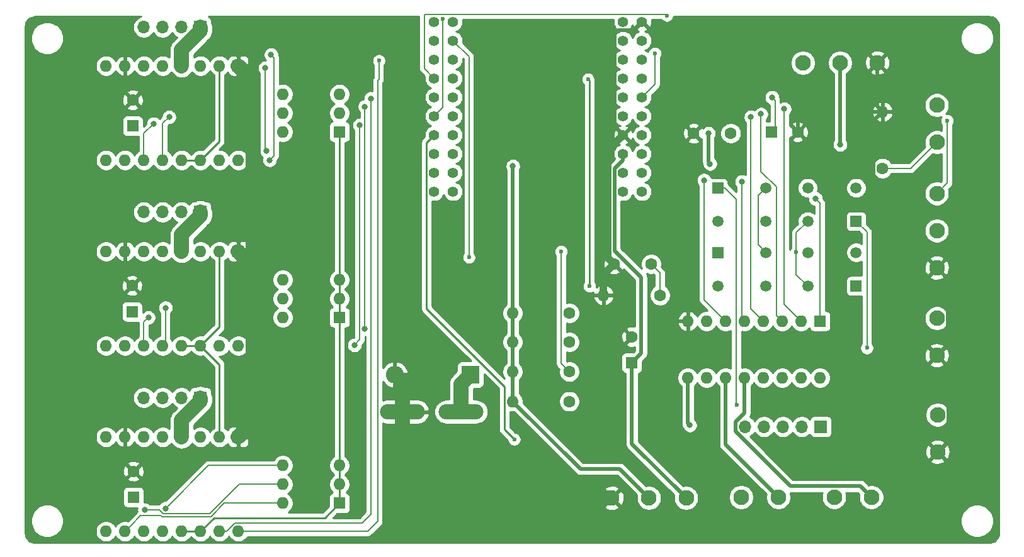
<source format=gbr>
%TF.GenerationSoftware,KiCad,Pcbnew,5.1.8-db9833491~88~ubuntu20.04.1*%
%TF.CreationDate,2020-12-18T16:20:58-07:00*%
%TF.ProjectId,iconograph-pcb,69636f6e-6f67-4726-9170-682d7063622e,rev?*%
%TF.SameCoordinates,Original*%
%TF.FileFunction,Copper,L2,Bot*%
%TF.FilePolarity,Positive*%
%FSLAX46Y46*%
G04 Gerber Fmt 4.6, Leading zero omitted, Abs format (unit mm)*
G04 Created by KiCad (PCBNEW 5.1.8-db9833491~88~ubuntu20.04.1) date 2020-12-18 16:20:58*
%MOMM*%
%LPD*%
G01*
G04 APERTURE LIST*
%TA.AperFunction,ComponentPad*%
%ADD10C,2.100000*%
%TD*%
%TA.AperFunction,ComponentPad*%
%ADD11O,1.600000X1.600000*%
%TD*%
%TA.AperFunction,ComponentPad*%
%ADD12R,1.600000X1.600000*%
%TD*%
%TA.AperFunction,ComponentPad*%
%ADD13C,1.400000*%
%TD*%
%TA.AperFunction,ComponentPad*%
%ADD14C,1.498000*%
%TD*%
%TA.AperFunction,ComponentPad*%
%ADD15R,1.498000X1.498000*%
%TD*%
%TA.AperFunction,ComponentPad*%
%ADD16C,1.600000*%
%TD*%
%TA.AperFunction,ComponentPad*%
%ADD17O,1.700000X1.700000*%
%TD*%
%TA.AperFunction,ComponentPad*%
%ADD18R,1.700000X1.700000*%
%TD*%
%TA.AperFunction,ComponentPad*%
%ADD19O,6.030000X2.070000*%
%TD*%
%TA.AperFunction,ComponentPad*%
%ADD20O,2.400000X2.400000*%
%TD*%
%TA.AperFunction,ComponentPad*%
%ADD21R,2.400000X2.400000*%
%TD*%
%TA.AperFunction,ViaPad*%
%ADD22C,0.800000*%
%TD*%
%TA.AperFunction,ViaPad*%
%ADD23C,0.600000*%
%TD*%
%TA.AperFunction,Conductor*%
%ADD24C,0.200000*%
%TD*%
%TA.AperFunction,Conductor*%
%ADD25C,2.000000*%
%TD*%
%TA.AperFunction,Conductor*%
%ADD26C,1.000000*%
%TD*%
%TA.AperFunction,Conductor*%
%ADD27C,0.500000*%
%TD*%
%TA.AperFunction,Conductor*%
%ADD28C,0.250000*%
%TD*%
%TA.AperFunction,Conductor*%
%ADD29C,0.254000*%
%TD*%
%TA.AperFunction,Conductor*%
%ADD30C,0.100000*%
%TD*%
G04 APERTURE END LIST*
D10*
%TO.P,J14,3*%
%TO.N,+5V*%
X155900000Y-104300000D03*
%TO.P,J14,2*%
%TO.N,+3V3*%
X150900000Y-104300000D03*
%TO.P,J14,1*%
%TO.N,GND*%
X145900000Y-104300000D03*
%TD*%
%TO.P,J5,3*%
%TO.N,GPIO_3*%
X171600000Y-45700000D03*
%TO.P,J5,2*%
%TO.N,+5V*%
X176600000Y-45700000D03*
%TO.P,J5,1*%
%TO.N,GND*%
X181600000Y-45700000D03*
%TD*%
%TO.P,J2,3*%
%TO.N,GPIO_2*%
X189600000Y-63300000D03*
%TO.P,J2,2*%
%TO.N,+5V*%
X189600000Y-68300000D03*
%TO.P,J2,1*%
%TO.N,GND*%
X189600000Y-73300000D03*
%TD*%
D11*
%TO.P,U2,16*%
%TO.N,Net-(J7-Pad1)*%
X173900000Y-88120000D03*
%TO.P,U2,8*%
%TO.N,GND*%
X156120000Y-80500000D03*
%TO.P,U2,15*%
%TO.N,Net-(J7-Pad2)*%
X171360000Y-88120000D03*
%TO.P,U2,7*%
%TO.N,N/C*%
X158660000Y-80500000D03*
%TO.P,U2,14*%
%TO.N,Net-(J7-Pad3)*%
X168820000Y-88120000D03*
%TO.P,U2,6*%
%TO.N,T5_SIGNAL*%
X161200000Y-80500000D03*
%TO.P,U2,13*%
%TO.N,Net-(J7-Pad4)*%
X166280000Y-88120000D03*
%TO.P,U2,5*%
%TO.N,T4_SIGNAL*%
X163740000Y-80500000D03*
%TO.P,U2,12*%
%TO.N,T4_OUT*%
X163740000Y-88120000D03*
%TO.P,U2,4*%
%TO.N,T3_SIGNAL*%
X166280000Y-80500000D03*
%TO.P,U2,11*%
%TO.N,T5_OUT*%
X161200000Y-88120000D03*
%TO.P,U2,3*%
%TO.N,T2_SIGNAL*%
X168820000Y-80500000D03*
%TO.P,U2,10*%
%TO.N,N/C*%
X158660000Y-88120000D03*
%TO.P,U2,2*%
%TO.N,T1_SIGNAL*%
X171360000Y-80500000D03*
%TO.P,U2,9*%
%TO.N,+5V*%
X156120000Y-88120000D03*
D12*
%TO.P,U2,1*%
%TO.N,T0_SIGNAL*%
X173900000Y-80500000D03*
%TD*%
D13*
%TO.P,U1,2*%
%TO.N,N/C*%
X124570000Y-40170000D03*
%TO.P,U1,1*%
%TO.N,GND*%
X122030000Y-40170000D03*
%TO.P,U1,3*%
%TO.N,N/C*%
X122030000Y-42710000D03*
%TO.P,U1,4*%
%TO.N,BUTTONS*%
X124570000Y-42710000D03*
%TO.P,U1,5*%
%TO.N,DIR2*%
X122030000Y-45250000D03*
%TO.P,U1,6*%
%TO.N,STEP0*%
X124570000Y-45250000D03*
%TO.P,U1,7*%
%TO.N,FSR*%
X122030000Y-47790000D03*
%TO.P,U1,8*%
%TO.N,GPIO_1*%
X124570000Y-47790000D03*
%TO.P,U1,9*%
%TO.N,STEP2*%
X122030000Y-50330000D03*
%TO.P,U1,10*%
%TO.N,T1_SIGNAL*%
X124570000Y-50330000D03*
%TO.P,U1,11*%
%TO.N,GPIO_3*%
X122030000Y-52870000D03*
%TO.P,U1,12*%
%TO.N,T2_SIGNAL*%
X124570000Y-52870000D03*
%TO.P,U1,13*%
%TO.N,GPIO_0*%
X122030000Y-55410000D03*
%TO.P,U1,14*%
%TO.N,T3_SIGNAL*%
X124570000Y-55410000D03*
%TO.P,U1,15*%
%TO.N,N/C*%
X122030000Y-57950000D03*
%TO.P,U1,16*%
%TO.N,+3V3*%
X124570000Y-57950000D03*
%TO.P,U1,17*%
%TO.N,T5_SIGNAL*%
X122030000Y-60490000D03*
%TO.P,U1,18*%
%TO.N,T4_SIGNAL*%
X124570000Y-60490000D03*
%TO.P,U1,19*%
%TO.N,N/C*%
X122030000Y-63030000D03*
%TO.P,U1,20*%
%TO.N,T0_SIGNAL*%
X124570000Y-63030000D03*
%TO.P,U1,21*%
%TO.N,N/C*%
X147430000Y-40170000D03*
%TO.P,U1,22*%
%TO.N,GND*%
X149970000Y-40170000D03*
%TO.P,U1,23*%
%TO.N,N/C*%
X147430000Y-42710000D03*
%TO.P,U1,24*%
%TO.N,SD_CS*%
X149970000Y-42710000D03*
%TO.P,U1,25*%
%TO.N,DIR0*%
X147430000Y-45250000D03*
%TO.P,U1,26*%
%TO.N,SD_CLK*%
X149970000Y-45250000D03*
%TO.P,U1,27*%
%TO.N,GPIO_2*%
X147430000Y-47790000D03*
%TO.P,U1,28*%
%TO.N,SD_MOSI*%
X149970000Y-47790000D03*
%TO.P,U1,29*%
%TO.N,STEP1*%
X147430000Y-50330000D03*
%TO.P,U1,30*%
%TO.N,SD_MISO*%
X149970000Y-50330000D03*
%TO.P,U1,31*%
%TO.N,DIR1*%
X147430000Y-52870000D03*
%TO.P,U1,32*%
%TO.N,N/C*%
X149970000Y-52870000D03*
%TO.P,U1,33*%
%TO.N,GND*%
X147430000Y-55410000D03*
%TO.P,U1,34*%
%TO.N,N/C*%
X149970000Y-55410000D03*
%TO.P,U1,35*%
%TO.N,+5V*%
X147430000Y-57950000D03*
%TO.P,U1,36*%
%TO.N,N/C*%
X149970000Y-57950000D03*
%TO.P,U1,37*%
X147430000Y-60490000D03*
%TO.P,U1,38*%
X149970000Y-60490000D03*
%TO.P,U1,39*%
X147430000Y-63030000D03*
%TO.P,U1,40*%
X149970000Y-63030000D03*
%TD*%
D14*
%TO.P,SW7,2*%
%TO.N,BUTTONS*%
X172250000Y-75750000D03*
%TO.P,SW7,4*%
%TO.N,N/C*%
X172250000Y-71250000D03*
D15*
%TO.P,SW7,1*%
%TO.N,Net-(R5-Pad1)*%
X178750000Y-75750000D03*
D14*
%TO.P,SW7,3*%
%TO.N,N/C*%
X178750000Y-71250000D03*
%TD*%
%TO.P,SW6,2*%
%TO.N,BUTTONS*%
X172250000Y-67050000D03*
%TO.P,SW6,4*%
%TO.N,N/C*%
X172250000Y-62550000D03*
D15*
%TO.P,SW6,1*%
%TO.N,Net-(R4-Pad1)*%
X178750000Y-67050000D03*
D14*
%TO.P,SW6,3*%
%TO.N,N/C*%
X178750000Y-62550000D03*
%TD*%
%TO.P,SW5,2*%
%TO.N,BUTTONS*%
X166650000Y-71250000D03*
%TO.P,SW5,4*%
%TO.N,N/C*%
X166650000Y-75750000D03*
D15*
%TO.P,SW5,1*%
%TO.N,Net-(R3-Pad1)*%
X160150000Y-71250000D03*
D14*
%TO.P,SW5,3*%
%TO.N,N/C*%
X160150000Y-75750000D03*
%TD*%
%TO.P,SW4,2*%
%TO.N,BUTTONS*%
X166650000Y-62550000D03*
%TO.P,SW4,4*%
%TO.N,N/C*%
X166650000Y-67050000D03*
D15*
%TO.P,SW4,1*%
%TO.N,Net-(R2-Pad1)*%
X160150000Y-62550000D03*
D14*
%TO.P,SW4,3*%
%TO.N,N/C*%
X160150000Y-67050000D03*
%TD*%
D11*
%TO.P,SW3,6*%
%TO.N,Net-(A3-Pad10)*%
X101680000Y-80000000D03*
%TO.P,SW3,3*%
%TO.N,+5V*%
X109300000Y-74920000D03*
%TO.P,SW3,5*%
%TO.N,Net-(A3-Pad11)*%
X101680000Y-77460000D03*
%TO.P,SW3,2*%
%TO.N,+5V*%
X109300000Y-77460000D03*
%TO.P,SW3,4*%
%TO.N,Net-(A3-Pad12)*%
X101680000Y-74920000D03*
D12*
%TO.P,SW3,1*%
%TO.N,+5V*%
X109300000Y-80000000D03*
%TD*%
D11*
%TO.P,SW2,6*%
%TO.N,Net-(A2-Pad10)*%
X101680000Y-105000000D03*
%TO.P,SW2,3*%
%TO.N,+5V*%
X109300000Y-99920000D03*
%TO.P,SW2,5*%
%TO.N,Net-(A2-Pad11)*%
X101680000Y-102460000D03*
%TO.P,SW2,2*%
%TO.N,+5V*%
X109300000Y-102460000D03*
%TO.P,SW2,4*%
%TO.N,Net-(A2-Pad12)*%
X101680000Y-99920000D03*
D12*
%TO.P,SW2,1*%
%TO.N,+5V*%
X109300000Y-105000000D03*
%TD*%
D11*
%TO.P,SW1,6*%
%TO.N,Net-(A1-Pad10)*%
X101680000Y-55000000D03*
%TO.P,SW1,3*%
%TO.N,+5V*%
X109300000Y-49920000D03*
%TO.P,SW1,5*%
%TO.N,Net-(A1-Pad11)*%
X101680000Y-52460000D03*
%TO.P,SW1,2*%
%TO.N,+5V*%
X109300000Y-52460000D03*
%TO.P,SW1,4*%
%TO.N,Net-(A1-Pad12)*%
X101680000Y-49920000D03*
D12*
%TO.P,SW1,1*%
%TO.N,+5V*%
X109300000Y-55000000D03*
%TD*%
D11*
%TO.P,R6,2*%
%TO.N,GND*%
X144780000Y-77000000D03*
D16*
%TO.P,R6,1*%
%TO.N,BUTTONS*%
X152400000Y-77000000D03*
%TD*%
D11*
%TO.P,R5,2*%
%TO.N,+3V3*%
X132580000Y-79400000D03*
D16*
%TO.P,R5,1*%
%TO.N,Net-(R5-Pad1)*%
X140200000Y-79400000D03*
%TD*%
D11*
%TO.P,R4,2*%
%TO.N,+3V3*%
X132580000Y-83300000D03*
D16*
%TO.P,R4,1*%
%TO.N,Net-(R4-Pad1)*%
X140200000Y-83300000D03*
%TD*%
D11*
%TO.P,R3,2*%
%TO.N,+3V3*%
X132580000Y-87300000D03*
D16*
%TO.P,R3,1*%
%TO.N,Net-(R3-Pad1)*%
X140200000Y-87300000D03*
%TD*%
D11*
%TO.P,R2,2*%
%TO.N,+3V3*%
X132580000Y-91300000D03*
D16*
%TO.P,R2,1*%
%TO.N,Net-(R2-Pad1)*%
X140200000Y-91300000D03*
%TD*%
D11*
%TO.P,R1,2*%
%TO.N,GND*%
X182300000Y-52280000D03*
D16*
%TO.P,R1,1*%
%TO.N,FSR*%
X182300000Y-59900000D03*
%TD*%
D17*
%TO.P,J13,4*%
%TO.N,Net-(A3-Pad6)*%
X82980000Y-65800000D03*
%TO.P,J13,3*%
%TO.N,Net-(A3-Pad5)*%
X85520000Y-65800000D03*
%TO.P,J13,2*%
%TO.N,Net-(A3-Pad3)*%
X88060000Y-65800000D03*
D18*
%TO.P,J13,1*%
%TO.N,Net-(A3-Pad4)*%
X90600000Y-65800000D03*
%TD*%
D17*
%TO.P,J12,4*%
%TO.N,Net-(A2-Pad6)*%
X82980000Y-90800000D03*
%TO.P,J12,3*%
%TO.N,Net-(A2-Pad5)*%
X85520000Y-90800000D03*
%TO.P,J12,2*%
%TO.N,Net-(A2-Pad3)*%
X88060000Y-90800000D03*
D18*
%TO.P,J12,1*%
%TO.N,Net-(A2-Pad4)*%
X90600000Y-90800000D03*
%TD*%
D17*
%TO.P,J11,4*%
%TO.N,Net-(A1-Pad6)*%
X82980000Y-40900000D03*
%TO.P,J11,3*%
%TO.N,Net-(A1-Pad5)*%
X85520000Y-40900000D03*
%TO.P,J11,2*%
%TO.N,Net-(A1-Pad3)*%
X88060000Y-40900000D03*
D18*
%TO.P,J11,1*%
%TO.N,Net-(A1-Pad4)*%
X90600000Y-40900000D03*
%TD*%
D10*
%TO.P,J9,2*%
%TO.N,T5_OUT*%
X168300000Y-104200000D03*
%TO.P,J9,1*%
%TO.N,VCC*%
X163300000Y-104200000D03*
%TD*%
%TO.P,J8,2*%
%TO.N,T4_OUT*%
X180800000Y-104200000D03*
%TO.P,J8,1*%
%TO.N,+5V*%
X175800000Y-104200000D03*
%TD*%
D17*
%TO.P,J7,5*%
%TO.N,+5V*%
X163840000Y-94700000D03*
%TO.P,J7,4*%
%TO.N,Net-(J7-Pad4)*%
X166380000Y-94700000D03*
%TO.P,J7,3*%
%TO.N,Net-(J7-Pad3)*%
X168920000Y-94700000D03*
%TO.P,J7,2*%
%TO.N,Net-(J7-Pad2)*%
X171460000Y-94700000D03*
D18*
%TO.P,J7,1*%
%TO.N,Net-(J7-Pad1)*%
X174000000Y-94700000D03*
%TD*%
D10*
%TO.P,J6,2*%
%TO.N,+3V3*%
X189600000Y-51400000D03*
%TO.P,J6,1*%
%TO.N,FSR*%
X189600000Y-56400000D03*
%TD*%
%TO.P,J4,2*%
%TO.N,GPIO_1*%
X189600000Y-80100000D03*
%TO.P,J4,1*%
%TO.N,GND*%
X189600000Y-85100000D03*
%TD*%
D19*
%TO.P,J3,2*%
%TO.N,GND*%
X117750000Y-92700000D03*
%TO.P,J3,1*%
%TO.N,VCC*%
X125650000Y-92700000D03*
%TD*%
D10*
%TO.P,J1,2*%
%TO.N,GPIO_0*%
X189700000Y-93100000D03*
%TO.P,J1,1*%
%TO.N,GND*%
X189700000Y-98100000D03*
%TD*%
D20*
%TO.P,D1,2*%
%TO.N,GND*%
X116740000Y-87700000D03*
D21*
%TO.P,D1,1*%
%TO.N,VCC*%
X126900000Y-87700000D03*
%TD*%
D16*
%TO.P,C7,2*%
%TO.N,GND*%
X170900000Y-55000000D03*
D12*
%TO.P,C7,1*%
%TO.N,+3V3*%
X167400000Y-55000000D03*
%TD*%
D16*
%TO.P,C6,2*%
%TO.N,GND*%
X156900000Y-55200000D03*
%TO.P,C6,1*%
%TO.N,+3V3*%
X161900000Y-55200000D03*
%TD*%
%TO.P,C5,2*%
%TO.N,GND*%
X146200000Y-72800000D03*
%TO.P,C5,1*%
%TO.N,BUTTONS*%
X151200000Y-72800000D03*
%TD*%
%TO.P,C4,2*%
%TO.N,GND*%
X81400000Y-75700000D03*
D12*
%TO.P,C4,1*%
%TO.N,VCC*%
X81400000Y-79200000D03*
%TD*%
D16*
%TO.P,C3,2*%
%TO.N,GND*%
X81600000Y-100700000D03*
D12*
%TO.P,C3,1*%
%TO.N,VCC*%
X81600000Y-104200000D03*
%TD*%
D16*
%TO.P,C2,2*%
%TO.N,GND*%
X81500000Y-50700000D03*
D12*
%TO.P,C2,1*%
%TO.N,VCC*%
X81500000Y-54200000D03*
%TD*%
D16*
%TO.P,C1,2*%
%TO.N,GND*%
X148600000Y-82600000D03*
D12*
%TO.P,C1,1*%
%TO.N,+5V*%
X148600000Y-86100000D03*
%TD*%
D11*
%TO.P,A3,16*%
%TO.N,DIR1*%
X95700000Y-83800000D03*
%TO.P,A3,8*%
%TO.N,VCC*%
X77920000Y-71100000D03*
%TO.P,A3,15*%
%TO.N,STEP1*%
X93160000Y-83800000D03*
%TO.P,A3,7*%
%TO.N,GND*%
X80460000Y-71100000D03*
%TO.P,A3,14*%
%TO.N,+5V*%
X90620000Y-83800000D03*
%TO.P,A3,6*%
%TO.N,Net-(A3-Pad6)*%
X83000000Y-71100000D03*
%TO.P,A3,13*%
%TO.N,+5V*%
X88080000Y-83800000D03*
%TO.P,A3,5*%
%TO.N,Net-(A3-Pad5)*%
X85540000Y-71100000D03*
%TO.P,A3,12*%
%TO.N,Net-(A3-Pad12)*%
X85540000Y-83800000D03*
%TO.P,A3,4*%
%TO.N,Net-(A3-Pad4)*%
X88080000Y-71100000D03*
%TO.P,A3,11*%
%TO.N,Net-(A3-Pad11)*%
X83000000Y-83800000D03*
%TO.P,A3,3*%
%TO.N,Net-(A3-Pad3)*%
X90620000Y-71100000D03*
%TO.P,A3,10*%
%TO.N,Net-(A3-Pad10)*%
X80460000Y-83800000D03*
%TO.P,A3,2*%
%TO.N,+5V*%
X93160000Y-71100000D03*
%TO.P,A3,9*%
%TO.N,N/C*%
X77920000Y-83800000D03*
D12*
%TO.P,A3,1*%
%TO.N,GND*%
X95700000Y-71100000D03*
%TD*%
D11*
%TO.P,A2,16*%
%TO.N,DIR2*%
X95700000Y-108800000D03*
%TO.P,A2,8*%
%TO.N,VCC*%
X77920000Y-96100000D03*
%TO.P,A2,15*%
%TO.N,STEP2*%
X93160000Y-108800000D03*
%TO.P,A2,7*%
%TO.N,GND*%
X80460000Y-96100000D03*
%TO.P,A2,14*%
%TO.N,+5V*%
X90620000Y-108800000D03*
%TO.P,A2,6*%
%TO.N,Net-(A2-Pad6)*%
X83000000Y-96100000D03*
%TO.P,A2,13*%
%TO.N,+5V*%
X88080000Y-108800000D03*
%TO.P,A2,5*%
%TO.N,Net-(A2-Pad5)*%
X85540000Y-96100000D03*
%TO.P,A2,12*%
%TO.N,Net-(A2-Pad12)*%
X85540000Y-108800000D03*
%TO.P,A2,4*%
%TO.N,Net-(A2-Pad4)*%
X88080000Y-96100000D03*
%TO.P,A2,11*%
%TO.N,Net-(A2-Pad11)*%
X83000000Y-108800000D03*
%TO.P,A2,3*%
%TO.N,Net-(A2-Pad3)*%
X90620000Y-96100000D03*
%TO.P,A2,10*%
%TO.N,Net-(A2-Pad10)*%
X80460000Y-108800000D03*
%TO.P,A2,2*%
%TO.N,+5V*%
X93160000Y-96100000D03*
%TO.P,A2,9*%
%TO.N,N/C*%
X77920000Y-108800000D03*
D12*
%TO.P,A2,1*%
%TO.N,GND*%
X95700000Y-96100000D03*
%TD*%
D11*
%TO.P,A1,16*%
%TO.N,DIR0*%
X95700000Y-58800000D03*
%TO.P,A1,8*%
%TO.N,VCC*%
X77920000Y-46100000D03*
%TO.P,A1,15*%
%TO.N,STEP0*%
X93160000Y-58800000D03*
%TO.P,A1,7*%
%TO.N,GND*%
X80460000Y-46100000D03*
%TO.P,A1,14*%
%TO.N,+5V*%
X90620000Y-58800000D03*
%TO.P,A1,6*%
%TO.N,Net-(A1-Pad6)*%
X83000000Y-46100000D03*
%TO.P,A1,13*%
%TO.N,+5V*%
X88080000Y-58800000D03*
%TO.P,A1,5*%
%TO.N,Net-(A1-Pad5)*%
X85540000Y-46100000D03*
%TO.P,A1,12*%
%TO.N,Net-(A1-Pad12)*%
X85540000Y-58800000D03*
%TO.P,A1,4*%
%TO.N,Net-(A1-Pad4)*%
X88080000Y-46100000D03*
%TO.P,A1,11*%
%TO.N,Net-(A1-Pad11)*%
X83000000Y-58800000D03*
%TO.P,A1,3*%
%TO.N,Net-(A1-Pad3)*%
X90620000Y-46100000D03*
%TO.P,A1,10*%
%TO.N,Net-(A1-Pad10)*%
X80460000Y-58800000D03*
%TO.P,A1,2*%
%TO.N,+5V*%
X93160000Y-46100000D03*
%TO.P,A1,9*%
%TO.N,N/C*%
X77920000Y-58800000D03*
D12*
%TO.P,A1,1*%
%TO.N,GND*%
X95700000Y-46100000D03*
%TD*%
D22*
%TO.N,DIR0*%
X100100000Y-44600000D03*
X99900000Y-58800000D03*
%TO.N,STEP0*%
X99300000Y-46400000D03*
X99500000Y-57600000D03*
%TO.N,GND*%
X166600000Y-47300000D03*
X153782304Y-48917243D03*
%TO.N,+5V*%
X176600000Y-56700000D03*
X156400000Y-94500000D03*
%TO.N,Net-(A1-Pad12)*%
X86400000Y-53000000D03*
%TO.N,Net-(A1-Pad11)*%
X84300000Y-53900000D03*
D23*
%TO.N,DIR2*%
X114600000Y-45400000D03*
D22*
%TO.N,STEP2*%
X113500000Y-50500000D03*
%TO.N,Net-(A2-Pad12)*%
X85900000Y-105700000D03*
%TO.N,Net-(A2-Pad11)*%
X83100000Y-105900000D03*
%TO.N,DIR1*%
X112000000Y-54100000D03*
X111300000Y-83700000D03*
%TO.N,STEP1*%
X112700000Y-51600000D03*
X112700010Y-81500000D03*
%TO.N,Net-(A3-Pad12)*%
X85900000Y-78700000D03*
%TO.N,Net-(A3-Pad11)*%
X83600000Y-80000000D03*
D23*
%TO.N,BUTTONS*%
X126700000Y-71900000D03*
X170700000Y-71200000D03*
D22*
%TO.N,+3V3*%
X158900000Y-55200000D03*
X159100000Y-59300000D03*
X132600000Y-59600000D03*
X167440384Y-50359851D03*
D23*
%TO.N,GPIO_0*%
X132800000Y-96400000D03*
%TO.N,GPIO_2*%
X190999990Y-53475728D03*
%TO.N,GPIO_1*%
X142900000Y-75800000D03*
X142700000Y-47900000D03*
%TO.N,GPIO_3*%
X123200000Y-39770009D03*
%TO.N,FSR*%
X153300000Y-39325000D03*
%TO.N,SD_MISO*%
X151700000Y-44400000D03*
%TO.N,Net-(R2-Pad1)*%
X162700000Y-91800000D03*
%TO.N,Net-(R3-Pad1)*%
X139100000Y-71099989D03*
%TO.N,Net-(R4-Pad1)*%
X180199999Y-84099999D03*
D22*
%TO.N,T4_SIGNAL*%
X163400000Y-61700000D03*
%TO.N,T3_SIGNAL*%
X164600000Y-53000021D03*
%TO.N,T2_SIGNAL*%
X165963900Y-52600010D03*
%TO.N,T5_SIGNAL*%
X158300000Y-61500000D03*
%TO.N,T1_SIGNAL*%
X169100000Y-51900000D03*
%TO.N,T0_SIGNAL*%
X173300000Y-64000000D03*
%TD*%
D24*
%TO.N,DIR0*%
X100100000Y-44600000D02*
X100499999Y-44999999D01*
X100499999Y-44999999D02*
X100499999Y-58200001D01*
X100499999Y-58200001D02*
X99900000Y-58800000D01*
D25*
%TO.N,VCC*%
X125650000Y-88950000D02*
X126900000Y-87700000D01*
X125650000Y-92700000D02*
X125650000Y-88950000D01*
D24*
%TO.N,STEP0*%
X99300000Y-57400000D02*
X99500000Y-57600000D01*
X99300000Y-46400000D02*
X99300000Y-57400000D01*
D25*
%TO.N,GND*%
X97700001Y-73100001D02*
X95700000Y-71100000D01*
X97700001Y-94099999D02*
X97700001Y-73100001D01*
X95700000Y-96100000D02*
X97700001Y-94099999D01*
X97700001Y-48100001D02*
X95700000Y-46100000D01*
X97700001Y-73100001D02*
X97700001Y-48100001D01*
X117750000Y-88710000D02*
X116740000Y-87700000D01*
X117750000Y-92700000D02*
X117750000Y-88710000D01*
X117750000Y-92700000D02*
X117750000Y-97050000D01*
X125000000Y-104300000D02*
X145900000Y-104300000D01*
X117750000Y-97050000D02*
X125000000Y-104300000D01*
D26*
X144780000Y-74220000D02*
X146200000Y-72800000D01*
X144780000Y-77000000D02*
X144780000Y-74220000D01*
D27*
X146279999Y-54259999D02*
X146279999Y-41820001D01*
X147430000Y-55410000D02*
X146279999Y-54259999D01*
X148819999Y-41320001D02*
X149970000Y-40170000D01*
X146779999Y-41320001D02*
X148819999Y-41320001D01*
X146279999Y-41820001D02*
X146779999Y-41320001D01*
D26*
X146200000Y-72800000D02*
X145329988Y-71929988D01*
X145329988Y-71929988D02*
X145329988Y-57510012D01*
X145329988Y-57510012D02*
X147430000Y-55410000D01*
D27*
X181600000Y-51580000D02*
X182300000Y-52280000D01*
X181600000Y-45700000D02*
X181600000Y-51580000D01*
X181049999Y-64749999D02*
X189600000Y-73300000D01*
X181049999Y-53530001D02*
X181049999Y-64749999D01*
X182300000Y-52280000D02*
X181049999Y-53530001D01*
X191100001Y-83599999D02*
X189600000Y-85100000D01*
X191100001Y-74800001D02*
X191100001Y-83599999D01*
X189600000Y-73300000D02*
X191100001Y-74800001D01*
X191200001Y-96599999D02*
X189700000Y-98100000D01*
X191200001Y-86700001D02*
X191200001Y-96599999D01*
X189600000Y-85100000D02*
X191200001Y-86700001D01*
X167165685Y-47300000D02*
X166600000Y-47300000D01*
X170900000Y-55000000D02*
X170900000Y-51034315D01*
X170900000Y-51034315D02*
X167165685Y-47300000D01*
X156900000Y-55200000D02*
X153782304Y-52082304D01*
X153782304Y-52082304D02*
X153782304Y-48917243D01*
D28*
%TO.N,+5V*%
X109300000Y-55000000D02*
X109300000Y-80000000D01*
X109300000Y-80000000D02*
X109300000Y-105000000D01*
X93160000Y-56260000D02*
X90620000Y-58800000D01*
X93160000Y-46100000D02*
X93160000Y-56260000D01*
X88080000Y-58800000D02*
X90620000Y-58800000D01*
X93160000Y-81260000D02*
X90620000Y-83800000D01*
X93160000Y-71100000D02*
X93160000Y-81260000D01*
X88080000Y-83800000D02*
X90620000Y-83800000D01*
X93160000Y-86340000D02*
X93160000Y-96100000D01*
X90620000Y-83800000D02*
X93160000Y-86340000D01*
X109300000Y-105000000D02*
X107300000Y-107000000D01*
X107300000Y-107000000D02*
X92420000Y-107000000D01*
X92420000Y-107000000D02*
X90620000Y-108800000D01*
X90620000Y-108800000D02*
X88080000Y-108800000D01*
D27*
X149850001Y-84849999D02*
X148600000Y-86100000D01*
X149850001Y-74599999D02*
X149850001Y-84849999D01*
X146279999Y-71029997D02*
X149850001Y-74599999D01*
X147430000Y-58787998D02*
X146279999Y-59937999D01*
X147430000Y-57950000D02*
X147430000Y-58787998D01*
X146279999Y-59937999D02*
X146279999Y-71029997D01*
X176600000Y-56700000D02*
X176600000Y-45700000D01*
X148600000Y-97000000D02*
X155900000Y-104300000D01*
X148600000Y-86100000D02*
X148600000Y-97000000D01*
X156120000Y-94220000D02*
X156400000Y-94500000D01*
X156120000Y-88120000D02*
X156120000Y-94220000D01*
D24*
%TO.N,Net-(A1-Pad12)*%
X85540000Y-53860000D02*
X85540000Y-58800000D01*
X86400000Y-53000000D02*
X85540000Y-53860000D01*
D25*
%TO.N,Net-(A1-Pad4)*%
X90600000Y-41394002D02*
X90600000Y-40900000D01*
X88080000Y-43914002D02*
X90600000Y-41394002D01*
X88080000Y-46100000D02*
X88080000Y-43914002D01*
D24*
%TO.N,Net-(A1-Pad11)*%
X83000000Y-55200000D02*
X83000000Y-58800000D01*
X84300000Y-53900000D02*
X83000000Y-55200000D01*
%TO.N,DIR2*%
X113100000Y-108800000D02*
X95700000Y-108800000D01*
X114434990Y-48065010D02*
X114434990Y-107465010D01*
X114434990Y-107465010D02*
X113100000Y-108800000D01*
X114600000Y-47900000D02*
X114434990Y-48065010D01*
X114600000Y-45400000D02*
X114600000Y-47900000D01*
%TO.N,STEP2*%
X95201057Y-107699999D02*
X112300001Y-107699999D01*
X94101056Y-108800000D02*
X95201057Y-107699999D01*
X112300001Y-107699999D02*
X113500000Y-106500000D01*
X113500000Y-106500000D02*
X113500000Y-50500000D01*
X93160000Y-108800000D02*
X94101056Y-108800000D01*
%TO.N,Net-(A2-Pad12)*%
X91680000Y-99920000D02*
X85900000Y-105700000D01*
X101680000Y-99920000D02*
X91680000Y-99920000D01*
D25*
%TO.N,Net-(A2-Pad4)*%
X90600000Y-91294002D02*
X90600000Y-90800000D01*
X88080000Y-93814002D02*
X90600000Y-91294002D01*
X88080000Y-96100000D02*
X88080000Y-93814002D01*
D24*
%TO.N,Net-(A2-Pad11)*%
X91853242Y-106400002D02*
X85563998Y-106400002D01*
X85063996Y-105900000D02*
X83100000Y-105900000D01*
X95793244Y-102460000D02*
X91853242Y-106400002D01*
X101680000Y-102460000D02*
X95793244Y-102460000D01*
X85563998Y-106400002D02*
X85063996Y-105900000D01*
%TO.N,Net-(A2-Pad10)*%
X85398309Y-106800013D02*
X85298309Y-106700013D01*
X82559987Y-106700013D02*
X81259999Y-108000001D01*
X92018931Y-106800013D02*
X85398309Y-106800013D01*
X93818944Y-105000000D02*
X92018931Y-106800013D01*
X101680000Y-105000000D02*
X93818944Y-105000000D01*
X81259999Y-108000001D02*
X80460000Y-108800000D01*
X85298309Y-106700013D02*
X82559987Y-106700013D01*
%TO.N,DIR1*%
X112000000Y-54100000D02*
X112000000Y-83000000D01*
X112000000Y-83000000D02*
X111300000Y-83700000D01*
%TO.N,STEP1*%
X112700000Y-51600000D02*
X112700000Y-81499990D01*
X112700000Y-81499990D02*
X112700010Y-81500000D01*
%TO.N,Net-(A3-Pad12)*%
X85900000Y-83440000D02*
X85540000Y-83800000D01*
X85900000Y-78700000D02*
X85900000Y-83440000D01*
D25*
%TO.N,Net-(A3-Pad4)*%
X90600000Y-66294002D02*
X90600000Y-65800000D01*
X88080000Y-68814002D02*
X90600000Y-66294002D01*
X88080000Y-71100000D02*
X88080000Y-68814002D01*
D24*
%TO.N,Net-(A3-Pad11)*%
X83000000Y-80600000D02*
X83000000Y-83800000D01*
X83600000Y-80000000D02*
X83000000Y-80600000D01*
%TO.N,BUTTONS*%
X152400000Y-74000000D02*
X151200000Y-72800000D01*
X152400000Y-77000000D02*
X152400000Y-74000000D01*
X126700000Y-44840000D02*
X124570000Y-42710000D01*
X126700000Y-71900000D02*
X126700000Y-44840000D01*
X170700000Y-74200000D02*
X172250000Y-75750000D01*
X170700000Y-71200000D02*
X170700000Y-74200000D01*
X170700000Y-68600000D02*
X172250000Y-67050000D01*
X170700000Y-71200000D02*
X170700000Y-68600000D01*
X165600999Y-63599001D02*
X166650000Y-62550000D01*
X165600999Y-70200999D02*
X165600999Y-63599001D01*
X166650000Y-71250000D02*
X165600999Y-70200999D01*
%TO.N,+3V3*%
X132580000Y-87300000D02*
X132580000Y-82380000D01*
X132580000Y-82380000D02*
X132580000Y-83300000D01*
X132580000Y-79400000D02*
X132580000Y-82380000D01*
X132580000Y-87300000D02*
X132580000Y-91300000D01*
D27*
X158900000Y-59100000D02*
X159100000Y-59300000D01*
X158900000Y-55200000D02*
X158900000Y-59100000D01*
D24*
X132580000Y-59620000D02*
X132600000Y-59600000D01*
X132580000Y-79400000D02*
X132580000Y-59620000D01*
D27*
X132600000Y-91280000D02*
X132580000Y-91300000D01*
X132600000Y-59600000D02*
X132600000Y-91280000D01*
X150900000Y-104300000D02*
X147000000Y-100400000D01*
X141680000Y-100400000D02*
X132580000Y-91300000D01*
X147000000Y-100400000D02*
X141680000Y-100400000D01*
D24*
X167400000Y-55000000D02*
X167840383Y-54559617D01*
X167840383Y-50759850D02*
X167440384Y-50359851D01*
X167840383Y-54559617D02*
X167840383Y-50759850D01*
D28*
%TO.N,GPIO_0*%
X131454999Y-95054999D02*
X132800000Y-96400000D01*
X131454999Y-89269997D02*
X131454999Y-95054999D01*
X121004999Y-78819997D02*
X131454999Y-89269997D01*
X121004999Y-56435001D02*
X121004999Y-78819997D01*
X122030000Y-55410000D02*
X121004999Y-56435001D01*
D24*
%TO.N,GPIO_2*%
X189600000Y-63300000D02*
X190999990Y-61900010D01*
X190999990Y-61900010D02*
X190999990Y-53475728D01*
D28*
%TO.N,GPIO_1*%
X142900000Y-48100000D02*
X142700000Y-47900000D01*
X142900000Y-75800000D02*
X142900000Y-48100000D01*
D24*
%TO.N,GPIO_3*%
X122030000Y-52870000D02*
X123200000Y-51700000D01*
X123200000Y-51700000D02*
X123200000Y-39770009D01*
%TO.N,FSR*%
X186100000Y-59900000D02*
X189600000Y-56400000D01*
X182300000Y-59900000D02*
X186100000Y-59900000D01*
X120700000Y-46460000D02*
X122030000Y-47790000D01*
X120700000Y-39200000D02*
X120700000Y-46460000D01*
X120730001Y-39169999D02*
X120700000Y-39200000D01*
X153144999Y-39169999D02*
X120730001Y-39169999D01*
X153300000Y-39325000D02*
X153144999Y-39169999D01*
D27*
%TO.N,T4_OUT*%
X179299999Y-102699999D02*
X180800000Y-104200000D01*
X169915997Y-102699999D02*
X179299999Y-102699999D01*
X163740000Y-92875998D02*
X162539999Y-94075999D01*
X162539999Y-95324001D02*
X169915997Y-102699999D01*
X162539999Y-94075999D02*
X162539999Y-95324001D01*
X163740000Y-88120000D02*
X163740000Y-92875998D01*
%TO.N,T5_OUT*%
X161200000Y-97100000D02*
X168300000Y-104200000D01*
X161200000Y-88120000D02*
X161200000Y-97100000D01*
D24*
%TO.N,SD_MISO*%
X151700000Y-48600000D02*
X149970000Y-50330000D01*
X151700000Y-44400000D02*
X151700000Y-48600000D01*
%TO.N,Net-(R2-Pad1)*%
X162639999Y-91739999D02*
X162700000Y-91800000D01*
X162639999Y-64090999D02*
X162639999Y-91739999D01*
X161099000Y-62550000D02*
X162639999Y-64090999D01*
X160150000Y-62550000D02*
X161099000Y-62550000D01*
%TO.N,Net-(R3-Pad1)*%
X140200000Y-87300000D02*
X139100000Y-86200000D01*
X139100000Y-86200000D02*
X139100000Y-71099989D01*
%TO.N,Net-(R4-Pad1)*%
X180199999Y-68499999D02*
X178750000Y-67050000D01*
X180199999Y-84099999D02*
X180199999Y-68499999D01*
%TO.N,T4_SIGNAL*%
X163400000Y-80160000D02*
X163740000Y-80500000D01*
X163400000Y-61700000D02*
X163400000Y-80160000D01*
%TO.N,T3_SIGNAL*%
X164600000Y-78820000D02*
X164600000Y-53000021D01*
X166280000Y-80500000D02*
X164600000Y-78820000D01*
%TO.N,T2_SIGNAL*%
X168820000Y-80500000D02*
X168020001Y-79700001D01*
X168020001Y-79700001D02*
X168020001Y-62367479D01*
X168020001Y-62367479D02*
X165963900Y-60311378D01*
X165963900Y-60311378D02*
X165963900Y-52600010D01*
%TO.N,T5_SIGNAL*%
X158300000Y-77600000D02*
X161200000Y-80500000D01*
X158300000Y-61500000D02*
X158300000Y-77600000D01*
%TO.N,T1_SIGNAL*%
X169100000Y-78240000D02*
X171360000Y-80500000D01*
X169100000Y-51900000D02*
X169100000Y-78240000D01*
%TO.N,T0_SIGNAL*%
X173900000Y-64600000D02*
X173900000Y-80500000D01*
X173300000Y-64000000D02*
X173900000Y-64600000D01*
%TD*%
D29*
%TO.N,GND*%
X82546842Y-39472068D02*
X82276589Y-39584010D01*
X82033368Y-39746525D01*
X81826525Y-39953368D01*
X81664010Y-40196589D01*
X81552068Y-40466842D01*
X81495000Y-40753740D01*
X81495000Y-41046260D01*
X81552068Y-41333158D01*
X81664010Y-41603411D01*
X81826525Y-41846632D01*
X82033368Y-42053475D01*
X82276589Y-42215990D01*
X82546842Y-42327932D01*
X82833740Y-42385000D01*
X83126260Y-42385000D01*
X83413158Y-42327932D01*
X83683411Y-42215990D01*
X83926632Y-42053475D01*
X84133475Y-41846632D01*
X84250000Y-41672240D01*
X84366525Y-41846632D01*
X84573368Y-42053475D01*
X84816589Y-42215990D01*
X85086842Y-42327932D01*
X85373740Y-42385000D01*
X85666260Y-42385000D01*
X85953158Y-42327932D01*
X86223411Y-42215990D01*
X86466632Y-42053475D01*
X86673475Y-41846632D01*
X86790000Y-41672240D01*
X86906525Y-41846632D01*
X87113368Y-42053475D01*
X87356589Y-42215990D01*
X87433794Y-42247969D01*
X86980682Y-42701082D01*
X86918287Y-42752288D01*
X86834745Y-42854085D01*
X86713970Y-43001250D01*
X86562148Y-43285288D01*
X86468658Y-43593486D01*
X86437089Y-43914002D01*
X86445001Y-43994331D01*
X86445001Y-44978843D01*
X86219727Y-44828320D01*
X85958574Y-44720147D01*
X85681335Y-44665000D01*
X85398665Y-44665000D01*
X85121426Y-44720147D01*
X84860273Y-44828320D01*
X84625241Y-44985363D01*
X84425363Y-45185241D01*
X84270000Y-45417759D01*
X84114637Y-45185241D01*
X83914759Y-44985363D01*
X83679727Y-44828320D01*
X83418574Y-44720147D01*
X83141335Y-44665000D01*
X82858665Y-44665000D01*
X82581426Y-44720147D01*
X82320273Y-44828320D01*
X82085241Y-44985363D01*
X81885363Y-45185241D01*
X81728320Y-45420273D01*
X81723933Y-45430865D01*
X81612385Y-45244869D01*
X81423414Y-45036481D01*
X81197420Y-44868963D01*
X80943087Y-44748754D01*
X80809039Y-44708096D01*
X80587000Y-44830085D01*
X80587000Y-45973000D01*
X80607000Y-45973000D01*
X80607000Y-46227000D01*
X80587000Y-46227000D01*
X80587000Y-47369915D01*
X80809039Y-47491904D01*
X80943087Y-47451246D01*
X81197420Y-47331037D01*
X81423414Y-47163519D01*
X81612385Y-46955131D01*
X81723933Y-46769135D01*
X81728320Y-46779727D01*
X81885363Y-47014759D01*
X82085241Y-47214637D01*
X82320273Y-47371680D01*
X82581426Y-47479853D01*
X82858665Y-47535000D01*
X83141335Y-47535000D01*
X83418574Y-47479853D01*
X83679727Y-47371680D01*
X83914759Y-47214637D01*
X84114637Y-47014759D01*
X84270000Y-46782241D01*
X84425363Y-47014759D01*
X84625241Y-47214637D01*
X84860273Y-47371680D01*
X85121426Y-47479853D01*
X85398665Y-47535000D01*
X85681335Y-47535000D01*
X85958574Y-47479853D01*
X86219727Y-47371680D01*
X86454759Y-47214637D01*
X86654637Y-47014759D01*
X86688196Y-46964534D01*
X86713969Y-47012751D01*
X86918286Y-47261714D01*
X87167248Y-47466031D01*
X87451285Y-47617852D01*
X87759484Y-47711343D01*
X88080000Y-47742911D01*
X88400515Y-47711343D01*
X88708714Y-47617852D01*
X88992751Y-47466031D01*
X89241714Y-47261714D01*
X89446031Y-47012752D01*
X89471804Y-46964534D01*
X89505363Y-47014759D01*
X89705241Y-47214637D01*
X89940273Y-47371680D01*
X90201426Y-47479853D01*
X90478665Y-47535000D01*
X90761335Y-47535000D01*
X91038574Y-47479853D01*
X91299727Y-47371680D01*
X91534759Y-47214637D01*
X91734637Y-47014759D01*
X91890000Y-46782241D01*
X92045363Y-47014759D01*
X92245241Y-47214637D01*
X92400000Y-47318044D01*
X92400001Y-55945196D01*
X90943886Y-57401312D01*
X90761335Y-57365000D01*
X90478665Y-57365000D01*
X90201426Y-57420147D01*
X89940273Y-57528320D01*
X89705241Y-57685363D01*
X89505363Y-57885241D01*
X89401957Y-58040000D01*
X89298043Y-58040000D01*
X89194637Y-57885241D01*
X88994759Y-57685363D01*
X88759727Y-57528320D01*
X88498574Y-57420147D01*
X88221335Y-57365000D01*
X87938665Y-57365000D01*
X87661426Y-57420147D01*
X87400273Y-57528320D01*
X87165241Y-57685363D01*
X86965363Y-57885241D01*
X86810000Y-58117759D01*
X86654637Y-57885241D01*
X86454759Y-57685363D01*
X86275000Y-57565252D01*
X86275000Y-54164446D01*
X86404446Y-54035000D01*
X86501939Y-54035000D01*
X86701898Y-53995226D01*
X86890256Y-53917205D01*
X87059774Y-53803937D01*
X87203937Y-53659774D01*
X87317205Y-53490256D01*
X87395226Y-53301898D01*
X87435000Y-53101939D01*
X87435000Y-52898061D01*
X87395226Y-52698102D01*
X87317205Y-52509744D01*
X87203937Y-52340226D01*
X87059774Y-52196063D01*
X86890256Y-52082795D01*
X86701898Y-52004774D01*
X86501939Y-51965000D01*
X86298061Y-51965000D01*
X86098102Y-52004774D01*
X85909744Y-52082795D01*
X85740226Y-52196063D01*
X85596063Y-52340226D01*
X85482795Y-52509744D01*
X85404774Y-52698102D01*
X85365000Y-52898061D01*
X85365000Y-52995554D01*
X85110502Y-53250052D01*
X85103937Y-53240226D01*
X84959774Y-53096063D01*
X84790256Y-52982795D01*
X84601898Y-52904774D01*
X84401939Y-52865000D01*
X84198061Y-52865000D01*
X83998102Y-52904774D01*
X83809744Y-52982795D01*
X83640226Y-53096063D01*
X83496063Y-53240226D01*
X83382795Y-53409744D01*
X83304774Y-53598102D01*
X83265000Y-53798061D01*
X83265000Y-53895553D01*
X82938072Y-54222482D01*
X82938072Y-53400000D01*
X82925812Y-53275518D01*
X82889502Y-53155820D01*
X82830537Y-53045506D01*
X82751185Y-52948815D01*
X82654494Y-52869463D01*
X82544180Y-52810498D01*
X82424482Y-52774188D01*
X82300000Y-52761928D01*
X80700000Y-52761928D01*
X80575518Y-52774188D01*
X80455820Y-52810498D01*
X80345506Y-52869463D01*
X80248815Y-52948815D01*
X80169463Y-53045506D01*
X80110498Y-53155820D01*
X80074188Y-53275518D01*
X80061928Y-53400000D01*
X80061928Y-55000000D01*
X80074188Y-55124482D01*
X80110498Y-55244180D01*
X80169463Y-55354494D01*
X80248815Y-55451185D01*
X80345506Y-55530537D01*
X80455820Y-55589502D01*
X80575518Y-55625812D01*
X80700000Y-55638072D01*
X82265000Y-55638072D01*
X82265001Y-57565252D01*
X82085241Y-57685363D01*
X81885363Y-57885241D01*
X81730000Y-58117759D01*
X81574637Y-57885241D01*
X81374759Y-57685363D01*
X81139727Y-57528320D01*
X80878574Y-57420147D01*
X80601335Y-57365000D01*
X80318665Y-57365000D01*
X80041426Y-57420147D01*
X79780273Y-57528320D01*
X79545241Y-57685363D01*
X79345363Y-57885241D01*
X79190000Y-58117759D01*
X79034637Y-57885241D01*
X78834759Y-57685363D01*
X78599727Y-57528320D01*
X78338574Y-57420147D01*
X78061335Y-57365000D01*
X77778665Y-57365000D01*
X77501426Y-57420147D01*
X77240273Y-57528320D01*
X77005241Y-57685363D01*
X76805363Y-57885241D01*
X76648320Y-58120273D01*
X76540147Y-58381426D01*
X76485000Y-58658665D01*
X76485000Y-58941335D01*
X76540147Y-59218574D01*
X76648320Y-59479727D01*
X76805363Y-59714759D01*
X77005241Y-59914637D01*
X77240273Y-60071680D01*
X77501426Y-60179853D01*
X77778665Y-60235000D01*
X78061335Y-60235000D01*
X78338574Y-60179853D01*
X78599727Y-60071680D01*
X78834759Y-59914637D01*
X79034637Y-59714759D01*
X79190000Y-59482241D01*
X79345363Y-59714759D01*
X79545241Y-59914637D01*
X79780273Y-60071680D01*
X80041426Y-60179853D01*
X80318665Y-60235000D01*
X80601335Y-60235000D01*
X80878574Y-60179853D01*
X81139727Y-60071680D01*
X81374759Y-59914637D01*
X81574637Y-59714759D01*
X81730000Y-59482241D01*
X81885363Y-59714759D01*
X82085241Y-59914637D01*
X82320273Y-60071680D01*
X82581426Y-60179853D01*
X82858665Y-60235000D01*
X83141335Y-60235000D01*
X83418574Y-60179853D01*
X83679727Y-60071680D01*
X83914759Y-59914637D01*
X84114637Y-59714759D01*
X84270000Y-59482241D01*
X84425363Y-59714759D01*
X84625241Y-59914637D01*
X84860273Y-60071680D01*
X85121426Y-60179853D01*
X85398665Y-60235000D01*
X85681335Y-60235000D01*
X85958574Y-60179853D01*
X86219727Y-60071680D01*
X86454759Y-59914637D01*
X86654637Y-59714759D01*
X86810000Y-59482241D01*
X86965363Y-59714759D01*
X87165241Y-59914637D01*
X87400273Y-60071680D01*
X87661426Y-60179853D01*
X87938665Y-60235000D01*
X88221335Y-60235000D01*
X88498574Y-60179853D01*
X88759727Y-60071680D01*
X88994759Y-59914637D01*
X89194637Y-59714759D01*
X89298043Y-59560000D01*
X89401957Y-59560000D01*
X89505363Y-59714759D01*
X89705241Y-59914637D01*
X89940273Y-60071680D01*
X90201426Y-60179853D01*
X90478665Y-60235000D01*
X90761335Y-60235000D01*
X91038574Y-60179853D01*
X91299727Y-60071680D01*
X91534759Y-59914637D01*
X91734637Y-59714759D01*
X91890000Y-59482241D01*
X92045363Y-59714759D01*
X92245241Y-59914637D01*
X92480273Y-60071680D01*
X92741426Y-60179853D01*
X93018665Y-60235000D01*
X93301335Y-60235000D01*
X93578574Y-60179853D01*
X93839727Y-60071680D01*
X94074759Y-59914637D01*
X94274637Y-59714759D01*
X94430000Y-59482241D01*
X94585363Y-59714759D01*
X94785241Y-59914637D01*
X95020273Y-60071680D01*
X95281426Y-60179853D01*
X95558665Y-60235000D01*
X95841335Y-60235000D01*
X96118574Y-60179853D01*
X96379727Y-60071680D01*
X96614759Y-59914637D01*
X96814637Y-59714759D01*
X96971680Y-59479727D01*
X97079853Y-59218574D01*
X97135000Y-58941335D01*
X97135000Y-58658665D01*
X97079853Y-58381426D01*
X96971680Y-58120273D01*
X96814637Y-57885241D01*
X96614759Y-57685363D01*
X96379727Y-57528320D01*
X96118574Y-57420147D01*
X95841335Y-57365000D01*
X95558665Y-57365000D01*
X95281426Y-57420147D01*
X95020273Y-57528320D01*
X94785241Y-57685363D01*
X94585363Y-57885241D01*
X94430000Y-58117759D01*
X94274637Y-57885241D01*
X94074759Y-57685363D01*
X93839727Y-57528320D01*
X93578574Y-57420147D01*
X93301335Y-57365000D01*
X93129803Y-57365000D01*
X93671008Y-56823795D01*
X93700001Y-56800001D01*
X93723795Y-56771008D01*
X93723799Y-56771004D01*
X93794973Y-56684277D01*
X93794974Y-56684276D01*
X93865546Y-56552247D01*
X93909003Y-56408986D01*
X93920000Y-56297333D01*
X93920000Y-56297324D01*
X93923676Y-56260001D01*
X93920000Y-56222678D01*
X93920000Y-47318043D01*
X94074759Y-47214637D01*
X94273357Y-47016039D01*
X94274188Y-47024482D01*
X94310498Y-47144180D01*
X94369463Y-47254494D01*
X94448815Y-47351185D01*
X94545506Y-47430537D01*
X94655820Y-47489502D01*
X94775518Y-47525812D01*
X94900000Y-47538072D01*
X95414250Y-47535000D01*
X95573000Y-47376250D01*
X95573000Y-46227000D01*
X95827000Y-46227000D01*
X95827000Y-47376250D01*
X95985750Y-47535000D01*
X96500000Y-47538072D01*
X96624482Y-47525812D01*
X96744180Y-47489502D01*
X96854494Y-47430537D01*
X96951185Y-47351185D01*
X97030537Y-47254494D01*
X97089502Y-47144180D01*
X97125812Y-47024482D01*
X97138072Y-46900000D01*
X97135000Y-46385750D01*
X97047311Y-46298061D01*
X98265000Y-46298061D01*
X98265000Y-46501939D01*
X98304774Y-46701898D01*
X98382795Y-46890256D01*
X98496063Y-47059774D01*
X98565000Y-47128711D01*
X98565001Y-57152702D01*
X98504774Y-57298102D01*
X98465000Y-57498061D01*
X98465000Y-57701939D01*
X98504774Y-57901898D01*
X98582795Y-58090256D01*
X98696063Y-58259774D01*
X98840226Y-58403937D01*
X98921331Y-58458130D01*
X98904774Y-58498102D01*
X98865000Y-58698061D01*
X98865000Y-58901939D01*
X98904774Y-59101898D01*
X98982795Y-59290256D01*
X99096063Y-59459774D01*
X99240226Y-59603937D01*
X99409744Y-59717205D01*
X99598102Y-59795226D01*
X99798061Y-59835000D01*
X100001939Y-59835000D01*
X100201898Y-59795226D01*
X100390256Y-59717205D01*
X100559774Y-59603937D01*
X100703937Y-59459774D01*
X100817205Y-59290256D01*
X100895226Y-59101898D01*
X100935000Y-58901939D01*
X100935000Y-58804447D01*
X100994192Y-58745255D01*
X101022237Y-58722239D01*
X101114086Y-58610321D01*
X101163771Y-58517367D01*
X101182336Y-58482635D01*
X101224364Y-58344086D01*
X101238555Y-58200001D01*
X101234999Y-58163896D01*
X101234999Y-56368907D01*
X101261426Y-56379853D01*
X101538665Y-56435000D01*
X101821335Y-56435000D01*
X102098574Y-56379853D01*
X102359727Y-56271680D01*
X102594759Y-56114637D01*
X102794637Y-55914759D01*
X102951680Y-55679727D01*
X103059853Y-55418574D01*
X103115000Y-55141335D01*
X103115000Y-54858665D01*
X103059853Y-54581426D01*
X102951680Y-54320273D01*
X102794637Y-54085241D01*
X102594759Y-53885363D01*
X102362241Y-53730000D01*
X102594759Y-53574637D01*
X102794637Y-53374759D01*
X102951680Y-53139727D01*
X103059853Y-52878574D01*
X103115000Y-52601335D01*
X103115000Y-52318665D01*
X103059853Y-52041426D01*
X102951680Y-51780273D01*
X102794637Y-51545241D01*
X102594759Y-51345363D01*
X102362241Y-51190000D01*
X102594759Y-51034637D01*
X102794637Y-50834759D01*
X102951680Y-50599727D01*
X103059853Y-50338574D01*
X103115000Y-50061335D01*
X103115000Y-49778665D01*
X103059853Y-49501426D01*
X102951680Y-49240273D01*
X102794637Y-49005241D01*
X102594759Y-48805363D01*
X102359727Y-48648320D01*
X102098574Y-48540147D01*
X101821335Y-48485000D01*
X101538665Y-48485000D01*
X101261426Y-48540147D01*
X101234999Y-48551093D01*
X101234999Y-45036103D01*
X101238555Y-44999998D01*
X101224364Y-44855913D01*
X101190441Y-44744085D01*
X101182336Y-44717366D01*
X101135000Y-44628806D01*
X101135000Y-44498061D01*
X101095226Y-44298102D01*
X101017205Y-44109744D01*
X100903937Y-43940226D01*
X100759774Y-43796063D01*
X100590256Y-43682795D01*
X100401898Y-43604774D01*
X100201939Y-43565000D01*
X99998061Y-43565000D01*
X99798102Y-43604774D01*
X99609744Y-43682795D01*
X99440226Y-43796063D01*
X99296063Y-43940226D01*
X99182795Y-44109744D01*
X99104774Y-44298102D01*
X99065000Y-44498061D01*
X99065000Y-44701939D01*
X99104774Y-44901898D01*
X99182795Y-45090256D01*
X99296063Y-45259774D01*
X99401289Y-45365000D01*
X99198061Y-45365000D01*
X98998102Y-45404774D01*
X98809744Y-45482795D01*
X98640226Y-45596063D01*
X98496063Y-45740226D01*
X98382795Y-45909744D01*
X98304774Y-46098102D01*
X98265000Y-46298061D01*
X97047311Y-46298061D01*
X96976250Y-46227000D01*
X95827000Y-46227000D01*
X95573000Y-46227000D01*
X95553000Y-46227000D01*
X95553000Y-45973000D01*
X95573000Y-45973000D01*
X95573000Y-44823750D01*
X95827000Y-44823750D01*
X95827000Y-45973000D01*
X96976250Y-45973000D01*
X97135000Y-45814250D01*
X97138072Y-45300000D01*
X97125812Y-45175518D01*
X97089502Y-45055820D01*
X97030537Y-44945506D01*
X96951185Y-44848815D01*
X96854494Y-44769463D01*
X96744180Y-44710498D01*
X96624482Y-44674188D01*
X96500000Y-44661928D01*
X95985750Y-44665000D01*
X95827000Y-44823750D01*
X95573000Y-44823750D01*
X95414250Y-44665000D01*
X94900000Y-44661928D01*
X94775518Y-44674188D01*
X94655820Y-44710498D01*
X94545506Y-44769463D01*
X94448815Y-44848815D01*
X94369463Y-44945506D01*
X94310498Y-45055820D01*
X94274188Y-45175518D01*
X94273357Y-45183961D01*
X94074759Y-44985363D01*
X93839727Y-44828320D01*
X93578574Y-44720147D01*
X93301335Y-44665000D01*
X93018665Y-44665000D01*
X92741426Y-44720147D01*
X92480273Y-44828320D01*
X92245241Y-44985363D01*
X92045363Y-45185241D01*
X91890000Y-45417759D01*
X91734637Y-45185241D01*
X91534759Y-44985363D01*
X91299727Y-44828320D01*
X91038574Y-44720147D01*
X90761335Y-44665000D01*
X90478665Y-44665000D01*
X90201426Y-44720147D01*
X89940273Y-44828320D01*
X89715000Y-44978842D01*
X89715000Y-44591240D01*
X91699320Y-42606921D01*
X91761714Y-42555716D01*
X91966031Y-42306754D01*
X92117852Y-42022717D01*
X92211343Y-41714518D01*
X92235000Y-41474324D01*
X92235000Y-41474322D01*
X92242911Y-41394003D01*
X92235000Y-41313683D01*
X92235000Y-40819679D01*
X92211343Y-40579485D01*
X92117852Y-40271285D01*
X92088072Y-40215571D01*
X92088072Y-40050000D01*
X92075812Y-39925518D01*
X92039502Y-39805820D01*
X91980537Y-39695506D01*
X91901185Y-39598815D01*
X91804494Y-39519463D01*
X91694180Y-39460498D01*
X91692538Y-39460000D01*
X119965000Y-39460000D01*
X119965001Y-46423885D01*
X119961444Y-46460000D01*
X119975635Y-46604085D01*
X120002141Y-46691461D01*
X120017664Y-46742633D01*
X120085914Y-46870320D01*
X120177763Y-46982238D01*
X120205808Y-47005254D01*
X120722221Y-47521667D01*
X120695000Y-47658514D01*
X120695000Y-47921486D01*
X120746304Y-48179405D01*
X120846939Y-48422359D01*
X120993038Y-48641013D01*
X121178987Y-48826962D01*
X121397641Y-48973061D01*
X121607530Y-49060000D01*
X121397641Y-49146939D01*
X121178987Y-49293038D01*
X120993038Y-49478987D01*
X120846939Y-49697641D01*
X120746304Y-49940595D01*
X120695000Y-50198514D01*
X120695000Y-50461486D01*
X120746304Y-50719405D01*
X120846939Y-50962359D01*
X120993038Y-51181013D01*
X121178987Y-51366962D01*
X121397641Y-51513061D01*
X121607530Y-51600000D01*
X121397641Y-51686939D01*
X121178987Y-51833038D01*
X120993038Y-52018987D01*
X120846939Y-52237641D01*
X120746304Y-52480595D01*
X120695000Y-52738514D01*
X120695000Y-53001486D01*
X120746304Y-53259405D01*
X120846939Y-53502359D01*
X120993038Y-53721013D01*
X121178987Y-53906962D01*
X121397641Y-54053061D01*
X121607530Y-54140000D01*
X121397641Y-54226939D01*
X121178987Y-54373038D01*
X120993038Y-54558987D01*
X120846939Y-54777641D01*
X120746304Y-55020595D01*
X120695000Y-55278514D01*
X120695000Y-55541486D01*
X120716355Y-55648844D01*
X120494001Y-55871197D01*
X120464998Y-55895000D01*
X120409870Y-55962175D01*
X120370025Y-56010725D01*
X120314417Y-56114759D01*
X120299453Y-56142755D01*
X120255996Y-56286016D01*
X120244999Y-56397669D01*
X120244999Y-56397679D01*
X120241323Y-56435001D01*
X120244999Y-56472323D01*
X120245000Y-78782664D01*
X120241323Y-78819997D01*
X120245000Y-78857330D01*
X120255997Y-78968983D01*
X120266854Y-79004774D01*
X120299453Y-79112243D01*
X120370025Y-79244273D01*
X120441200Y-79330999D01*
X120464999Y-79359998D01*
X120493997Y-79383796D01*
X126972128Y-85861928D01*
X125700000Y-85861928D01*
X125575518Y-85874188D01*
X125455820Y-85910498D01*
X125345506Y-85969463D01*
X125248815Y-86048815D01*
X125169463Y-86145506D01*
X125110498Y-86255820D01*
X125074188Y-86375518D01*
X125061928Y-86500000D01*
X125061928Y-87225834D01*
X124550682Y-87737080D01*
X124488287Y-87788286D01*
X124358436Y-87946511D01*
X124283970Y-88037248D01*
X124132148Y-88321286D01*
X124038658Y-88629484D01*
X124007089Y-88950000D01*
X124015001Y-89030329D01*
X124015000Y-91030000D01*
X123587963Y-91030000D01*
X123342623Y-91054164D01*
X123027827Y-91149656D01*
X122737709Y-91304727D01*
X122483418Y-91513418D01*
X122274727Y-91767709D01*
X122119656Y-92057827D01*
X122024164Y-92372623D01*
X121991920Y-92700000D01*
X122024164Y-93027377D01*
X122119656Y-93342173D01*
X122274727Y-93632291D01*
X122483418Y-93886582D01*
X122737709Y-94095273D01*
X123027827Y-94250344D01*
X123342623Y-94345836D01*
X123587963Y-94370000D01*
X127712037Y-94370000D01*
X127957377Y-94345836D01*
X128272173Y-94250344D01*
X128562291Y-94095273D01*
X128816582Y-93886582D01*
X129025273Y-93632291D01*
X129180344Y-93342173D01*
X129275836Y-93027377D01*
X129308080Y-92700000D01*
X129275836Y-92372623D01*
X129180344Y-92057827D01*
X129025273Y-91767709D01*
X128816582Y-91513418D01*
X128562291Y-91304727D01*
X128272173Y-91149656D01*
X127957377Y-91054164D01*
X127712037Y-91030000D01*
X127285000Y-91030000D01*
X127285000Y-89627238D01*
X127374166Y-89538072D01*
X128100000Y-89538072D01*
X128224482Y-89525812D01*
X128344180Y-89489502D01*
X128454494Y-89430537D01*
X128551185Y-89351185D01*
X128630537Y-89254494D01*
X128689502Y-89144180D01*
X128725812Y-89024482D01*
X128738072Y-88900000D01*
X128738072Y-87627872D01*
X130694999Y-89584799D01*
X130695000Y-95017667D01*
X130691323Y-95054999D01*
X130695000Y-95092332D01*
X130696670Y-95109282D01*
X130705997Y-95203984D01*
X130749453Y-95347245D01*
X130820025Y-95479275D01*
X130834975Y-95497491D01*
X130914999Y-95595000D01*
X130943997Y-95618798D01*
X131876847Y-96551649D01*
X131900932Y-96672729D01*
X131971414Y-96842889D01*
X132073738Y-96996028D01*
X132203972Y-97126262D01*
X132357111Y-97228586D01*
X132527271Y-97299068D01*
X132707911Y-97335000D01*
X132892089Y-97335000D01*
X133072729Y-97299068D01*
X133242889Y-97228586D01*
X133396028Y-97126262D01*
X133526262Y-96996028D01*
X133628586Y-96842889D01*
X133699068Y-96672729D01*
X133735000Y-96492089D01*
X133735000Y-96307911D01*
X133699068Y-96127271D01*
X133628586Y-95957111D01*
X133526262Y-95803972D01*
X133396028Y-95673738D01*
X133242889Y-95571414D01*
X133072729Y-95500932D01*
X132951649Y-95476847D01*
X132214999Y-94740198D01*
X132214999Y-92690509D01*
X132438665Y-92735000D01*
X132721335Y-92735000D01*
X132756439Y-92728017D01*
X141023470Y-100995049D01*
X141051183Y-101028817D01*
X141084951Y-101056530D01*
X141084953Y-101056532D01*
X141113728Y-101080147D01*
X141185941Y-101139411D01*
X141339687Y-101221589D01*
X141506510Y-101272195D01*
X141636523Y-101285000D01*
X141636533Y-101285000D01*
X141679999Y-101289281D01*
X141723465Y-101285000D01*
X146633422Y-101285000D01*
X149259375Y-103910954D01*
X149215000Y-104134042D01*
X149215000Y-104465958D01*
X149279754Y-104791496D01*
X149406772Y-105098147D01*
X149591175Y-105374125D01*
X149825875Y-105608825D01*
X150101853Y-105793228D01*
X150408504Y-105920246D01*
X150734042Y-105985000D01*
X151065958Y-105985000D01*
X151391496Y-105920246D01*
X151698147Y-105793228D01*
X151974125Y-105608825D01*
X152208825Y-105374125D01*
X152393228Y-105098147D01*
X152520246Y-104791496D01*
X152585000Y-104465958D01*
X152585000Y-104134042D01*
X152520246Y-103808504D01*
X152393228Y-103501853D01*
X152208825Y-103225875D01*
X151974125Y-102991175D01*
X151698147Y-102806772D01*
X151391496Y-102679754D01*
X151065958Y-102615000D01*
X150734042Y-102615000D01*
X150510954Y-102659375D01*
X147656534Y-99804956D01*
X147628817Y-99771183D01*
X147494059Y-99660589D01*
X147340313Y-99578411D01*
X147173490Y-99527805D01*
X147043477Y-99515000D01*
X147043469Y-99515000D01*
X147000000Y-99510719D01*
X146956531Y-99515000D01*
X142046579Y-99515000D01*
X134008017Y-91476439D01*
X134015000Y-91441335D01*
X134015000Y-91158665D01*
X138765000Y-91158665D01*
X138765000Y-91441335D01*
X138820147Y-91718574D01*
X138928320Y-91979727D01*
X139085363Y-92214759D01*
X139285241Y-92414637D01*
X139520273Y-92571680D01*
X139781426Y-92679853D01*
X140058665Y-92735000D01*
X140341335Y-92735000D01*
X140618574Y-92679853D01*
X140879727Y-92571680D01*
X141114759Y-92414637D01*
X141314637Y-92214759D01*
X141471680Y-91979727D01*
X141579853Y-91718574D01*
X141635000Y-91441335D01*
X141635000Y-91158665D01*
X141579853Y-90881426D01*
X141471680Y-90620273D01*
X141314637Y-90385241D01*
X141114759Y-90185363D01*
X140879727Y-90028320D01*
X140618574Y-89920147D01*
X140341335Y-89865000D01*
X140058665Y-89865000D01*
X139781426Y-89920147D01*
X139520273Y-90028320D01*
X139285241Y-90185363D01*
X139085363Y-90385241D01*
X138928320Y-90620273D01*
X138820147Y-90881426D01*
X138765000Y-91158665D01*
X134015000Y-91158665D01*
X133959853Y-90881426D01*
X133851680Y-90620273D01*
X133694637Y-90385241D01*
X133494759Y-90185363D01*
X133485000Y-90178842D01*
X133485000Y-88421158D01*
X133494759Y-88414637D01*
X133694637Y-88214759D01*
X133851680Y-87979727D01*
X133959853Y-87718574D01*
X134015000Y-87441335D01*
X134015000Y-87158665D01*
X133959853Y-86881426D01*
X133851680Y-86620273D01*
X133694637Y-86385241D01*
X133494759Y-86185363D01*
X133485000Y-86178842D01*
X133485000Y-84421158D01*
X133494759Y-84414637D01*
X133694637Y-84214759D01*
X133851680Y-83979727D01*
X133959853Y-83718574D01*
X134015000Y-83441335D01*
X134015000Y-83158665D01*
X133959853Y-82881426D01*
X133851680Y-82620273D01*
X133694637Y-82385241D01*
X133494759Y-82185363D01*
X133485000Y-82178842D01*
X133485000Y-80521158D01*
X133494759Y-80514637D01*
X133694637Y-80314759D01*
X133851680Y-80079727D01*
X133959853Y-79818574D01*
X134015000Y-79541335D01*
X134015000Y-79258665D01*
X133959853Y-78981426D01*
X133851680Y-78720273D01*
X133694637Y-78485241D01*
X133494759Y-78285363D01*
X133485000Y-78278842D01*
X133485000Y-71007900D01*
X138165000Y-71007900D01*
X138165000Y-71192078D01*
X138200932Y-71372718D01*
X138271414Y-71542878D01*
X138365001Y-71682941D01*
X138365000Y-86163895D01*
X138361444Y-86200000D01*
X138365000Y-86236104D01*
X138375635Y-86344084D01*
X138417663Y-86482632D01*
X138485913Y-86610319D01*
X138577762Y-86722237D01*
X138605808Y-86745254D01*
X138807178Y-86946624D01*
X138765000Y-87158665D01*
X138765000Y-87441335D01*
X138820147Y-87718574D01*
X138928320Y-87979727D01*
X139085363Y-88214759D01*
X139285241Y-88414637D01*
X139520273Y-88571680D01*
X139781426Y-88679853D01*
X140058665Y-88735000D01*
X140341335Y-88735000D01*
X140618574Y-88679853D01*
X140879727Y-88571680D01*
X141114759Y-88414637D01*
X141314637Y-88214759D01*
X141471680Y-87979727D01*
X141579853Y-87718574D01*
X141635000Y-87441335D01*
X141635000Y-87158665D01*
X141579853Y-86881426D01*
X141471680Y-86620273D01*
X141314637Y-86385241D01*
X141114759Y-86185363D01*
X140879727Y-86028320D01*
X140618574Y-85920147D01*
X140341335Y-85865000D01*
X140058665Y-85865000D01*
X139846624Y-85907178D01*
X139835000Y-85895554D01*
X139835000Y-84690510D01*
X140058665Y-84735000D01*
X140341335Y-84735000D01*
X140618574Y-84679853D01*
X140879727Y-84571680D01*
X141114759Y-84414637D01*
X141314637Y-84214759D01*
X141471680Y-83979727D01*
X141579853Y-83718574D01*
X141635000Y-83441335D01*
X141635000Y-83158665D01*
X141579853Y-82881426D01*
X141492490Y-82670512D01*
X147159783Y-82670512D01*
X147201213Y-82950130D01*
X147296397Y-83216292D01*
X147363329Y-83341514D01*
X147607298Y-83413097D01*
X148420395Y-82600000D01*
X147607298Y-81786903D01*
X147363329Y-81858486D01*
X147242429Y-82113996D01*
X147173700Y-82388184D01*
X147159783Y-82670512D01*
X141492490Y-82670512D01*
X141471680Y-82620273D01*
X141314637Y-82385241D01*
X141114759Y-82185363D01*
X140879727Y-82028320D01*
X140618574Y-81920147D01*
X140341335Y-81865000D01*
X140058665Y-81865000D01*
X139835000Y-81909490D01*
X139835000Y-80790510D01*
X140058665Y-80835000D01*
X140341335Y-80835000D01*
X140618574Y-80779853D01*
X140879727Y-80671680D01*
X141114759Y-80514637D01*
X141314637Y-80314759D01*
X141471680Y-80079727D01*
X141579853Y-79818574D01*
X141635000Y-79541335D01*
X141635000Y-79258665D01*
X141579853Y-78981426D01*
X141471680Y-78720273D01*
X141314637Y-78485241D01*
X141114759Y-78285363D01*
X140879727Y-78128320D01*
X140618574Y-78020147D01*
X140341335Y-77965000D01*
X140058665Y-77965000D01*
X139835000Y-78009490D01*
X139835000Y-77349039D01*
X143388096Y-77349039D01*
X143428754Y-77483087D01*
X143548963Y-77737420D01*
X143716481Y-77963414D01*
X143924869Y-78152385D01*
X144166119Y-78297070D01*
X144430960Y-78391909D01*
X144653000Y-78270624D01*
X144653000Y-77127000D01*
X144907000Y-77127000D01*
X144907000Y-78270624D01*
X145129040Y-78391909D01*
X145393881Y-78297070D01*
X145635131Y-78152385D01*
X145843519Y-77963414D01*
X146011037Y-77737420D01*
X146131246Y-77483087D01*
X146171904Y-77349039D01*
X146049915Y-77127000D01*
X144907000Y-77127000D01*
X144653000Y-77127000D01*
X143510085Y-77127000D01*
X143388096Y-77349039D01*
X139835000Y-77349039D01*
X139835000Y-71682940D01*
X139928586Y-71542878D01*
X139999068Y-71372718D01*
X140035000Y-71192078D01*
X140035000Y-71007900D01*
X139999068Y-70827260D01*
X139928586Y-70657100D01*
X139826262Y-70503961D01*
X139696028Y-70373727D01*
X139542889Y-70271403D01*
X139372729Y-70200921D01*
X139192089Y-70164989D01*
X139007911Y-70164989D01*
X138827271Y-70200921D01*
X138657111Y-70271403D01*
X138503972Y-70373727D01*
X138373738Y-70503961D01*
X138271414Y-70657100D01*
X138200932Y-70827260D01*
X138165000Y-71007900D01*
X133485000Y-71007900D01*
X133485000Y-60138454D01*
X133517205Y-60090256D01*
X133595226Y-59901898D01*
X133635000Y-59701939D01*
X133635000Y-59498061D01*
X133595226Y-59298102D01*
X133517205Y-59109744D01*
X133403937Y-58940226D01*
X133259774Y-58796063D01*
X133090256Y-58682795D01*
X132901898Y-58604774D01*
X132701939Y-58565000D01*
X132498061Y-58565000D01*
X132298102Y-58604774D01*
X132109744Y-58682795D01*
X131940226Y-58796063D01*
X131796063Y-58940226D01*
X131682795Y-59109744D01*
X131604774Y-59298102D01*
X131565000Y-59498061D01*
X131565000Y-59701939D01*
X131604774Y-59901898D01*
X131682795Y-60090256D01*
X131715000Y-60138454D01*
X131715001Y-78252115D01*
X131665241Y-78285363D01*
X131465363Y-78485241D01*
X131308320Y-78720273D01*
X131200147Y-78981426D01*
X131145000Y-79258665D01*
X131145000Y-79541335D01*
X131200147Y-79818574D01*
X131308320Y-80079727D01*
X131465363Y-80314759D01*
X131665241Y-80514637D01*
X131715001Y-80547885D01*
X131715001Y-82152115D01*
X131665241Y-82185363D01*
X131465363Y-82385241D01*
X131308320Y-82620273D01*
X131200147Y-82881426D01*
X131145000Y-83158665D01*
X131145000Y-83441335D01*
X131200147Y-83718574D01*
X131308320Y-83979727D01*
X131465363Y-84214759D01*
X131665241Y-84414637D01*
X131715001Y-84447885D01*
X131715001Y-86152115D01*
X131665241Y-86185363D01*
X131465363Y-86385241D01*
X131308320Y-86620273D01*
X131200147Y-86881426D01*
X131145000Y-87158665D01*
X131145000Y-87441335D01*
X131200147Y-87718574D01*
X131308320Y-87979727D01*
X131446837Y-88187034D01*
X121764999Y-78505196D01*
X121764999Y-64338442D01*
X121898514Y-64365000D01*
X122161486Y-64365000D01*
X122419405Y-64313696D01*
X122662359Y-64213061D01*
X122881013Y-64066962D01*
X123066962Y-63881013D01*
X123213061Y-63662359D01*
X123300000Y-63452470D01*
X123386939Y-63662359D01*
X123533038Y-63881013D01*
X123718987Y-64066962D01*
X123937641Y-64213061D01*
X124180595Y-64313696D01*
X124438514Y-64365000D01*
X124701486Y-64365000D01*
X124959405Y-64313696D01*
X125202359Y-64213061D01*
X125421013Y-64066962D01*
X125606962Y-63881013D01*
X125753061Y-63662359D01*
X125853696Y-63419405D01*
X125905000Y-63161486D01*
X125905000Y-62898514D01*
X125853696Y-62640595D01*
X125753061Y-62397641D01*
X125606962Y-62178987D01*
X125421013Y-61993038D01*
X125202359Y-61846939D01*
X124992470Y-61760000D01*
X125202359Y-61673061D01*
X125421013Y-61526962D01*
X125606962Y-61341013D01*
X125753061Y-61122359D01*
X125853696Y-60879405D01*
X125905000Y-60621486D01*
X125905000Y-60358514D01*
X125853696Y-60100595D01*
X125753061Y-59857641D01*
X125606962Y-59638987D01*
X125421013Y-59453038D01*
X125202359Y-59306939D01*
X124992470Y-59220000D01*
X125202359Y-59133061D01*
X125421013Y-58986962D01*
X125606962Y-58801013D01*
X125753061Y-58582359D01*
X125853696Y-58339405D01*
X125905000Y-58081486D01*
X125905000Y-57818514D01*
X125853696Y-57560595D01*
X125753061Y-57317641D01*
X125606962Y-57098987D01*
X125421013Y-56913038D01*
X125202359Y-56766939D01*
X124992470Y-56680000D01*
X125202359Y-56593061D01*
X125421013Y-56446962D01*
X125606962Y-56261013D01*
X125753061Y-56042359D01*
X125853696Y-55799405D01*
X125905000Y-55541486D01*
X125905000Y-55278514D01*
X125853696Y-55020595D01*
X125753061Y-54777641D01*
X125606962Y-54558987D01*
X125421013Y-54373038D01*
X125202359Y-54226939D01*
X124992470Y-54140000D01*
X125202359Y-54053061D01*
X125421013Y-53906962D01*
X125606962Y-53721013D01*
X125753061Y-53502359D01*
X125853696Y-53259405D01*
X125905000Y-53001486D01*
X125905000Y-52738514D01*
X125853696Y-52480595D01*
X125753061Y-52237641D01*
X125606962Y-52018987D01*
X125421013Y-51833038D01*
X125202359Y-51686939D01*
X124992470Y-51600000D01*
X125202359Y-51513061D01*
X125421013Y-51366962D01*
X125606962Y-51181013D01*
X125753061Y-50962359D01*
X125853696Y-50719405D01*
X125905000Y-50461486D01*
X125905000Y-50198514D01*
X125853696Y-49940595D01*
X125753061Y-49697641D01*
X125606962Y-49478987D01*
X125421013Y-49293038D01*
X125202359Y-49146939D01*
X124992470Y-49060000D01*
X125202359Y-48973061D01*
X125421013Y-48826962D01*
X125606962Y-48641013D01*
X125753061Y-48422359D01*
X125853696Y-48179405D01*
X125905000Y-47921486D01*
X125905000Y-47658514D01*
X125853696Y-47400595D01*
X125753061Y-47157641D01*
X125606962Y-46938987D01*
X125421013Y-46753038D01*
X125202359Y-46606939D01*
X124992470Y-46520000D01*
X125202359Y-46433061D01*
X125421013Y-46286962D01*
X125606962Y-46101013D01*
X125753061Y-45882359D01*
X125853696Y-45639405D01*
X125905000Y-45381486D01*
X125905000Y-45118514D01*
X125896541Y-45075988D01*
X125965001Y-45144448D01*
X125965000Y-71317049D01*
X125871414Y-71457111D01*
X125800932Y-71627271D01*
X125765000Y-71807911D01*
X125765000Y-71992089D01*
X125800932Y-72172729D01*
X125871414Y-72342889D01*
X125973738Y-72496028D01*
X126103972Y-72626262D01*
X126257111Y-72728586D01*
X126427271Y-72799068D01*
X126607911Y-72835000D01*
X126792089Y-72835000D01*
X126972729Y-72799068D01*
X127142889Y-72728586D01*
X127296028Y-72626262D01*
X127426262Y-72496028D01*
X127528586Y-72342889D01*
X127599068Y-72172729D01*
X127635000Y-71992089D01*
X127635000Y-71807911D01*
X127599068Y-71627271D01*
X127528586Y-71457111D01*
X127435000Y-71317049D01*
X127435000Y-47807911D01*
X141765000Y-47807911D01*
X141765000Y-47992089D01*
X141800932Y-48172729D01*
X141871414Y-48342889D01*
X141973738Y-48496028D01*
X142103972Y-48626262D01*
X142140001Y-48650336D01*
X142140000Y-75254465D01*
X142071414Y-75357111D01*
X142000932Y-75527271D01*
X141965000Y-75707911D01*
X141965000Y-75892089D01*
X142000932Y-76072729D01*
X142071414Y-76242889D01*
X142173738Y-76396028D01*
X142303972Y-76526262D01*
X142457111Y-76628586D01*
X142627271Y-76699068D01*
X142807911Y-76735000D01*
X142992089Y-76735000D01*
X143172729Y-76699068D01*
X143342889Y-76628586D01*
X143408098Y-76585015D01*
X143388096Y-76650961D01*
X143510085Y-76873000D01*
X144653000Y-76873000D01*
X144653000Y-75729376D01*
X144907000Y-75729376D01*
X144907000Y-76873000D01*
X146049915Y-76873000D01*
X146171904Y-76650961D01*
X146131246Y-76516913D01*
X146011037Y-76262580D01*
X145843519Y-76036586D01*
X145635131Y-75847615D01*
X145393881Y-75702930D01*
X145129040Y-75608091D01*
X144907000Y-75729376D01*
X144653000Y-75729376D01*
X144430960Y-75608091D01*
X144166119Y-75702930D01*
X143924869Y-75847615D01*
X143826015Y-75937258D01*
X143835000Y-75892089D01*
X143835000Y-75707911D01*
X143799068Y-75527271D01*
X143728586Y-75357111D01*
X143660000Y-75254465D01*
X143660000Y-73792702D01*
X145386903Y-73792702D01*
X145458486Y-74036671D01*
X145713996Y-74157571D01*
X145988184Y-74226300D01*
X146270512Y-74240217D01*
X146550130Y-74198787D01*
X146816292Y-74103603D01*
X146941514Y-74036671D01*
X147013097Y-73792702D01*
X146200000Y-72979605D01*
X145386903Y-73792702D01*
X143660000Y-73792702D01*
X143660000Y-72870512D01*
X144759783Y-72870512D01*
X144801213Y-73150130D01*
X144896397Y-73416292D01*
X144963329Y-73541514D01*
X145207298Y-73613097D01*
X146020395Y-72800000D01*
X145207298Y-71986903D01*
X144963329Y-72058486D01*
X144842429Y-72313996D01*
X144773700Y-72588184D01*
X144759783Y-72870512D01*
X143660000Y-72870512D01*
X143660000Y-55484473D01*
X146090610Y-55484473D01*
X146130875Y-55744344D01*
X146221065Y-55991366D01*
X146274963Y-56092203D01*
X146508731Y-56151664D01*
X147250395Y-55410000D01*
X146508731Y-54668336D01*
X146274963Y-54727797D01*
X146164066Y-54966242D01*
X146101817Y-55221740D01*
X146090610Y-55484473D01*
X143660000Y-55484473D01*
X143660000Y-48137325D01*
X143663676Y-48100000D01*
X143660000Y-48062675D01*
X143660000Y-48062667D01*
X143649003Y-47951014D01*
X143635000Y-47904851D01*
X143635000Y-47807911D01*
X143599068Y-47627271D01*
X143528586Y-47457111D01*
X143426262Y-47303972D01*
X143296028Y-47173738D01*
X143142889Y-47071414D01*
X142972729Y-47000932D01*
X142792089Y-46965000D01*
X142607911Y-46965000D01*
X142427271Y-47000932D01*
X142257111Y-47071414D01*
X142103972Y-47173738D01*
X141973738Y-47303972D01*
X141871414Y-47457111D01*
X141800932Y-47627271D01*
X141765000Y-47807911D01*
X127435000Y-47807911D01*
X127435000Y-44876105D01*
X127438556Y-44840000D01*
X127424365Y-44695915D01*
X127417638Y-44673738D01*
X127382337Y-44557367D01*
X127314087Y-44429680D01*
X127222238Y-44317762D01*
X127194193Y-44294746D01*
X125877779Y-42978333D01*
X125905000Y-42841486D01*
X125905000Y-42578514D01*
X125853696Y-42320595D01*
X125753061Y-42077641D01*
X125606962Y-41858987D01*
X125421013Y-41673038D01*
X125202359Y-41526939D01*
X124992470Y-41440000D01*
X125202359Y-41353061D01*
X125421013Y-41206962D01*
X125606962Y-41021013D01*
X125753061Y-40802359D01*
X125853696Y-40559405D01*
X125905000Y-40301486D01*
X125905000Y-40038514D01*
X125878442Y-39904999D01*
X146121558Y-39904999D01*
X146095000Y-40038514D01*
X146095000Y-40301486D01*
X146146304Y-40559405D01*
X146246939Y-40802359D01*
X146393038Y-41021013D01*
X146578987Y-41206962D01*
X146797641Y-41353061D01*
X147007530Y-41440000D01*
X146797641Y-41526939D01*
X146578987Y-41673038D01*
X146393038Y-41858987D01*
X146246939Y-42077641D01*
X146146304Y-42320595D01*
X146095000Y-42578514D01*
X146095000Y-42841486D01*
X146146304Y-43099405D01*
X146246939Y-43342359D01*
X146393038Y-43561013D01*
X146578987Y-43746962D01*
X146797641Y-43893061D01*
X147007530Y-43980000D01*
X146797641Y-44066939D01*
X146578987Y-44213038D01*
X146393038Y-44398987D01*
X146246939Y-44617641D01*
X146146304Y-44860595D01*
X146095000Y-45118514D01*
X146095000Y-45381486D01*
X146146304Y-45639405D01*
X146246939Y-45882359D01*
X146393038Y-46101013D01*
X146578987Y-46286962D01*
X146797641Y-46433061D01*
X147007530Y-46520000D01*
X146797641Y-46606939D01*
X146578987Y-46753038D01*
X146393038Y-46938987D01*
X146246939Y-47157641D01*
X146146304Y-47400595D01*
X146095000Y-47658514D01*
X146095000Y-47921486D01*
X146146304Y-48179405D01*
X146246939Y-48422359D01*
X146393038Y-48641013D01*
X146578987Y-48826962D01*
X146797641Y-48973061D01*
X147007530Y-49060000D01*
X146797641Y-49146939D01*
X146578987Y-49293038D01*
X146393038Y-49478987D01*
X146246939Y-49697641D01*
X146146304Y-49940595D01*
X146095000Y-50198514D01*
X146095000Y-50461486D01*
X146146304Y-50719405D01*
X146246939Y-50962359D01*
X146393038Y-51181013D01*
X146578987Y-51366962D01*
X146797641Y-51513061D01*
X147007530Y-51600000D01*
X146797641Y-51686939D01*
X146578987Y-51833038D01*
X146393038Y-52018987D01*
X146246939Y-52237641D01*
X146146304Y-52480595D01*
X146095000Y-52738514D01*
X146095000Y-53001486D01*
X146146304Y-53259405D01*
X146246939Y-53502359D01*
X146393038Y-53721013D01*
X146578987Y-53906962D01*
X146797641Y-54053061D01*
X147011444Y-54141621D01*
X146848634Y-54201065D01*
X146747797Y-54254963D01*
X146688336Y-54488731D01*
X147430000Y-55230395D01*
X148171664Y-54488731D01*
X148112203Y-54254963D01*
X147873758Y-54144066D01*
X147854173Y-54139294D01*
X148062359Y-54053061D01*
X148281013Y-53906962D01*
X148466962Y-53721013D01*
X148613061Y-53502359D01*
X148700000Y-53292470D01*
X148786939Y-53502359D01*
X148933038Y-53721013D01*
X149118987Y-53906962D01*
X149337641Y-54053061D01*
X149547530Y-54140000D01*
X149337641Y-54226939D01*
X149118987Y-54373038D01*
X148933038Y-54558987D01*
X148786939Y-54777641D01*
X148698379Y-54991444D01*
X148638935Y-54828634D01*
X148585037Y-54727797D01*
X148351269Y-54668336D01*
X147609605Y-55410000D01*
X148351269Y-56151664D01*
X148585037Y-56092203D01*
X148695934Y-55853758D01*
X148700706Y-55834173D01*
X148786939Y-56042359D01*
X148933038Y-56261013D01*
X149118987Y-56446962D01*
X149337641Y-56593061D01*
X149547530Y-56680000D01*
X149337641Y-56766939D01*
X149118987Y-56913038D01*
X148933038Y-57098987D01*
X148786939Y-57317641D01*
X148700000Y-57527530D01*
X148613061Y-57317641D01*
X148466962Y-57098987D01*
X148281013Y-56913038D01*
X148062359Y-56766939D01*
X147848556Y-56678379D01*
X148011366Y-56618935D01*
X148112203Y-56565037D01*
X148171664Y-56331269D01*
X147430000Y-55589605D01*
X146688336Y-56331269D01*
X146747797Y-56565037D01*
X146986242Y-56675934D01*
X147005827Y-56680706D01*
X146797641Y-56766939D01*
X146578987Y-56913038D01*
X146393038Y-57098987D01*
X146246939Y-57317641D01*
X146146304Y-57560595D01*
X146095000Y-57818514D01*
X146095000Y-58081486D01*
X146146304Y-58339405D01*
X146246939Y-58582359D01*
X146301862Y-58664558D01*
X145684955Y-59281465D01*
X145651182Y-59309182D01*
X145540588Y-59443941D01*
X145458410Y-59597687D01*
X145428876Y-59695046D01*
X145418632Y-59728817D01*
X145407804Y-59764510D01*
X145394999Y-59894523D01*
X145394999Y-59894530D01*
X145390718Y-59937999D01*
X145394999Y-59981468D01*
X145395000Y-70986518D01*
X145390718Y-71029997D01*
X145407804Y-71203487D01*
X145458411Y-71370310D01*
X145538672Y-71520469D01*
X145458486Y-71563329D01*
X145386903Y-71807298D01*
X146200000Y-72620395D01*
X146214143Y-72606253D01*
X146393748Y-72785858D01*
X146379605Y-72800000D01*
X147192702Y-73613097D01*
X147436671Y-73541514D01*
X147469839Y-73471416D01*
X148965001Y-74966578D01*
X148965002Y-81212098D01*
X148811816Y-81173700D01*
X148529488Y-81159783D01*
X148249870Y-81201213D01*
X147983708Y-81296397D01*
X147858486Y-81363329D01*
X147786903Y-81607298D01*
X148600000Y-82420395D01*
X148614143Y-82406253D01*
X148793748Y-82585858D01*
X148779605Y-82600000D01*
X148793748Y-82614143D01*
X148614143Y-82793748D01*
X148600000Y-82779605D01*
X147786903Y-83592702D01*
X147858486Y-83836671D01*
X148113996Y-83957571D01*
X148388184Y-84026300D01*
X148670512Y-84040217D01*
X148950130Y-83998787D01*
X148965002Y-83993469D01*
X148965002Y-84483419D01*
X148786493Y-84661928D01*
X147800000Y-84661928D01*
X147675518Y-84674188D01*
X147555820Y-84710498D01*
X147445506Y-84769463D01*
X147348815Y-84848815D01*
X147269463Y-84945506D01*
X147210498Y-85055820D01*
X147174188Y-85175518D01*
X147161928Y-85300000D01*
X147161928Y-86900000D01*
X147174188Y-87024482D01*
X147210498Y-87144180D01*
X147269463Y-87254494D01*
X147348815Y-87351185D01*
X147445506Y-87430537D01*
X147555820Y-87489502D01*
X147675518Y-87525812D01*
X147715000Y-87529701D01*
X147715001Y-96956521D01*
X147710719Y-97000000D01*
X147727805Y-97173490D01*
X147778412Y-97340313D01*
X147860590Y-97494059D01*
X147943468Y-97595046D01*
X147943471Y-97595049D01*
X147971184Y-97628817D01*
X148004952Y-97656530D01*
X154259375Y-103910954D01*
X154215000Y-104134042D01*
X154215000Y-104465958D01*
X154279754Y-104791496D01*
X154406772Y-105098147D01*
X154591175Y-105374125D01*
X154825875Y-105608825D01*
X155101853Y-105793228D01*
X155408504Y-105920246D01*
X155734042Y-105985000D01*
X156065958Y-105985000D01*
X156391496Y-105920246D01*
X156698147Y-105793228D01*
X156974125Y-105608825D01*
X157208825Y-105374125D01*
X157393228Y-105098147D01*
X157520246Y-104791496D01*
X157585000Y-104465958D01*
X157585000Y-104134042D01*
X157565109Y-104034042D01*
X161615000Y-104034042D01*
X161615000Y-104365958D01*
X161679754Y-104691496D01*
X161806772Y-104998147D01*
X161991175Y-105274125D01*
X162225875Y-105508825D01*
X162501853Y-105693228D01*
X162808504Y-105820246D01*
X163134042Y-105885000D01*
X163465958Y-105885000D01*
X163791496Y-105820246D01*
X164098147Y-105693228D01*
X164374125Y-105508825D01*
X164608825Y-105274125D01*
X164793228Y-104998147D01*
X164920246Y-104691496D01*
X164985000Y-104365958D01*
X164985000Y-104034042D01*
X164920246Y-103708504D01*
X164793228Y-103401853D01*
X164608825Y-103125875D01*
X164374125Y-102891175D01*
X164098147Y-102706772D01*
X163791496Y-102579754D01*
X163465958Y-102515000D01*
X163134042Y-102515000D01*
X162808504Y-102579754D01*
X162501853Y-102706772D01*
X162225875Y-102891175D01*
X161991175Y-103125875D01*
X161806772Y-103401853D01*
X161679754Y-103708504D01*
X161615000Y-104034042D01*
X157565109Y-104034042D01*
X157520246Y-103808504D01*
X157393228Y-103501853D01*
X157208825Y-103225875D01*
X156974125Y-102991175D01*
X156698147Y-102806772D01*
X156391496Y-102679754D01*
X156065958Y-102615000D01*
X155734042Y-102615000D01*
X155510954Y-102659375D01*
X149485000Y-96633422D01*
X149485000Y-87978665D01*
X154685000Y-87978665D01*
X154685000Y-88261335D01*
X154740147Y-88538574D01*
X154848320Y-88799727D01*
X155005363Y-89034759D01*
X155205241Y-89234637D01*
X155235000Y-89254521D01*
X155235001Y-94176521D01*
X155230719Y-94220000D01*
X155247805Y-94393490D01*
X155298412Y-94560313D01*
X155380590Y-94714059D01*
X155389449Y-94724854D01*
X155404774Y-94801898D01*
X155482795Y-94990256D01*
X155596063Y-95159774D01*
X155740226Y-95303937D01*
X155909744Y-95417205D01*
X156098102Y-95495226D01*
X156298061Y-95535000D01*
X156501939Y-95535000D01*
X156701898Y-95495226D01*
X156890256Y-95417205D01*
X157059774Y-95303937D01*
X157203937Y-95159774D01*
X157317205Y-94990256D01*
X157395226Y-94801898D01*
X157435000Y-94601939D01*
X157435000Y-94398061D01*
X157395226Y-94198102D01*
X157317205Y-94009744D01*
X157203937Y-93840226D01*
X157059774Y-93696063D01*
X157005000Y-93659464D01*
X157005000Y-89254521D01*
X157034759Y-89234637D01*
X157234637Y-89034759D01*
X157390000Y-88802241D01*
X157545363Y-89034759D01*
X157745241Y-89234637D01*
X157980273Y-89391680D01*
X158241426Y-89499853D01*
X158518665Y-89555000D01*
X158801335Y-89555000D01*
X159078574Y-89499853D01*
X159339727Y-89391680D01*
X159574759Y-89234637D01*
X159774637Y-89034759D01*
X159930000Y-88802241D01*
X160085363Y-89034759D01*
X160285241Y-89234637D01*
X160315000Y-89254521D01*
X160315001Y-97056521D01*
X160310719Y-97100000D01*
X160327805Y-97273490D01*
X160378412Y-97440313D01*
X160460590Y-97594059D01*
X160543468Y-97695046D01*
X160543471Y-97695049D01*
X160571184Y-97728817D01*
X160604952Y-97756530D01*
X166659375Y-103810954D01*
X166615000Y-104034042D01*
X166615000Y-104365958D01*
X166679754Y-104691496D01*
X166806772Y-104998147D01*
X166991175Y-105274125D01*
X167225875Y-105508825D01*
X167501853Y-105693228D01*
X167808504Y-105820246D01*
X168134042Y-105885000D01*
X168465958Y-105885000D01*
X168791496Y-105820246D01*
X169098147Y-105693228D01*
X169374125Y-105508825D01*
X169608825Y-105274125D01*
X169793228Y-104998147D01*
X169920246Y-104691496D01*
X169985000Y-104365958D01*
X169985000Y-104034042D01*
X169920246Y-103708504D01*
X169868943Y-103584647D01*
X169872520Y-103584999D01*
X169872530Y-103584999D01*
X169915996Y-103589280D01*
X169959462Y-103584999D01*
X174230911Y-103584999D01*
X174179754Y-103708504D01*
X174115000Y-104034042D01*
X174115000Y-104365958D01*
X174179754Y-104691496D01*
X174306772Y-104998147D01*
X174491175Y-105274125D01*
X174725875Y-105508825D01*
X175001853Y-105693228D01*
X175308504Y-105820246D01*
X175634042Y-105885000D01*
X175965958Y-105885000D01*
X176291496Y-105820246D01*
X176598147Y-105693228D01*
X176874125Y-105508825D01*
X177108825Y-105274125D01*
X177293228Y-104998147D01*
X177420246Y-104691496D01*
X177485000Y-104365958D01*
X177485000Y-104034042D01*
X177420246Y-103708504D01*
X177369089Y-103584999D01*
X178933421Y-103584999D01*
X179159375Y-103810954D01*
X179115000Y-104034042D01*
X179115000Y-104365958D01*
X179179754Y-104691496D01*
X179306772Y-104998147D01*
X179491175Y-105274125D01*
X179725875Y-105508825D01*
X180001853Y-105693228D01*
X180308504Y-105820246D01*
X180634042Y-105885000D01*
X180965958Y-105885000D01*
X181291496Y-105820246D01*
X181598147Y-105693228D01*
X181874125Y-105508825D01*
X182108825Y-105274125D01*
X182293228Y-104998147D01*
X182420246Y-104691496D01*
X182485000Y-104365958D01*
X182485000Y-104034042D01*
X182420246Y-103708504D01*
X182293228Y-103401853D01*
X182108825Y-103125875D01*
X181874125Y-102891175D01*
X181598147Y-102706772D01*
X181291496Y-102579754D01*
X180965958Y-102515000D01*
X180634042Y-102515000D01*
X180410954Y-102559375D01*
X179956533Y-102104955D01*
X179928816Y-102071182D01*
X179794058Y-101960588D01*
X179640312Y-101878410D01*
X179473489Y-101827804D01*
X179343476Y-101814999D01*
X179343468Y-101814999D01*
X179299999Y-101810718D01*
X179256530Y-101814999D01*
X170282576Y-101814999D01*
X167738643Y-99271066D01*
X188708539Y-99271066D01*
X188810339Y-99540579D01*
X189108477Y-99686463D01*
X189429346Y-99771380D01*
X189760617Y-99792066D01*
X190089557Y-99747728D01*
X190403527Y-99640069D01*
X190589661Y-99540579D01*
X190691461Y-99271066D01*
X189700000Y-98279605D01*
X188708539Y-99271066D01*
X167738643Y-99271066D01*
X166628194Y-98160617D01*
X188007934Y-98160617D01*
X188052272Y-98489557D01*
X188159931Y-98803527D01*
X188259421Y-98989661D01*
X188528934Y-99091461D01*
X189520395Y-98100000D01*
X189879605Y-98100000D01*
X190871066Y-99091461D01*
X191140579Y-98989661D01*
X191286463Y-98691523D01*
X191371380Y-98370654D01*
X191392066Y-98039383D01*
X191347728Y-97710443D01*
X191240069Y-97396473D01*
X191140579Y-97210339D01*
X190871066Y-97108539D01*
X189879605Y-98100000D01*
X189520395Y-98100000D01*
X188528934Y-97108539D01*
X188259421Y-97210339D01*
X188113537Y-97508477D01*
X188028620Y-97829346D01*
X188007934Y-98160617D01*
X166628194Y-98160617D01*
X165396511Y-96928934D01*
X188708539Y-96928934D01*
X189700000Y-97920395D01*
X190691461Y-96928934D01*
X190589661Y-96659421D01*
X190291523Y-96513537D01*
X189970654Y-96428620D01*
X189639383Y-96407934D01*
X189310443Y-96452272D01*
X188996473Y-96559931D01*
X188810339Y-96659421D01*
X188708539Y-96928934D01*
X165396511Y-96928934D01*
X164501094Y-96033518D01*
X164543411Y-96015990D01*
X164786632Y-95853475D01*
X164993475Y-95646632D01*
X165110000Y-95472240D01*
X165226525Y-95646632D01*
X165433368Y-95853475D01*
X165676589Y-96015990D01*
X165946842Y-96127932D01*
X166233740Y-96185000D01*
X166526260Y-96185000D01*
X166813158Y-96127932D01*
X167083411Y-96015990D01*
X167326632Y-95853475D01*
X167533475Y-95646632D01*
X167650000Y-95472240D01*
X167766525Y-95646632D01*
X167973368Y-95853475D01*
X168216589Y-96015990D01*
X168486842Y-96127932D01*
X168773740Y-96185000D01*
X169066260Y-96185000D01*
X169353158Y-96127932D01*
X169623411Y-96015990D01*
X169866632Y-95853475D01*
X170073475Y-95646632D01*
X170190000Y-95472240D01*
X170306525Y-95646632D01*
X170513368Y-95853475D01*
X170756589Y-96015990D01*
X171026842Y-96127932D01*
X171313740Y-96185000D01*
X171606260Y-96185000D01*
X171893158Y-96127932D01*
X172163411Y-96015990D01*
X172406632Y-95853475D01*
X172538487Y-95721620D01*
X172560498Y-95794180D01*
X172619463Y-95904494D01*
X172698815Y-96001185D01*
X172795506Y-96080537D01*
X172905820Y-96139502D01*
X173025518Y-96175812D01*
X173150000Y-96188072D01*
X174850000Y-96188072D01*
X174974482Y-96175812D01*
X175094180Y-96139502D01*
X175204494Y-96080537D01*
X175301185Y-96001185D01*
X175380537Y-95904494D01*
X175439502Y-95794180D01*
X175475812Y-95674482D01*
X175488072Y-95550000D01*
X175488072Y-93850000D01*
X175475812Y-93725518D01*
X175439502Y-93605820D01*
X175380537Y-93495506D01*
X175301185Y-93398815D01*
X175204494Y-93319463D01*
X175094180Y-93260498D01*
X174974482Y-93224188D01*
X174850000Y-93211928D01*
X173150000Y-93211928D01*
X173025518Y-93224188D01*
X172905820Y-93260498D01*
X172795506Y-93319463D01*
X172698815Y-93398815D01*
X172619463Y-93495506D01*
X172560498Y-93605820D01*
X172538487Y-93678380D01*
X172406632Y-93546525D01*
X172163411Y-93384010D01*
X171893158Y-93272068D01*
X171606260Y-93215000D01*
X171313740Y-93215000D01*
X171026842Y-93272068D01*
X170756589Y-93384010D01*
X170513368Y-93546525D01*
X170306525Y-93753368D01*
X170190000Y-93927760D01*
X170073475Y-93753368D01*
X169866632Y-93546525D01*
X169623411Y-93384010D01*
X169353158Y-93272068D01*
X169066260Y-93215000D01*
X168773740Y-93215000D01*
X168486842Y-93272068D01*
X168216589Y-93384010D01*
X167973368Y-93546525D01*
X167766525Y-93753368D01*
X167650000Y-93927760D01*
X167533475Y-93753368D01*
X167326632Y-93546525D01*
X167083411Y-93384010D01*
X166813158Y-93272068D01*
X166526260Y-93215000D01*
X166233740Y-93215000D01*
X165946842Y-93272068D01*
X165676589Y-93384010D01*
X165433368Y-93546525D01*
X165226525Y-93753368D01*
X165110000Y-93927760D01*
X164993475Y-93753368D01*
X164786632Y-93546525D01*
X164543411Y-93384010D01*
X164484906Y-93359777D01*
X164561589Y-93216312D01*
X164612195Y-93049488D01*
X164615048Y-93020516D01*
X164623565Y-92934042D01*
X188015000Y-92934042D01*
X188015000Y-93265958D01*
X188079754Y-93591496D01*
X188206772Y-93898147D01*
X188391175Y-94174125D01*
X188625875Y-94408825D01*
X188901853Y-94593228D01*
X189208504Y-94720246D01*
X189534042Y-94785000D01*
X189865958Y-94785000D01*
X190191496Y-94720246D01*
X190498147Y-94593228D01*
X190774125Y-94408825D01*
X191008825Y-94174125D01*
X191193228Y-93898147D01*
X191320246Y-93591496D01*
X191385000Y-93265958D01*
X191385000Y-92934042D01*
X191320246Y-92608504D01*
X191193228Y-92301853D01*
X191008825Y-92025875D01*
X190774125Y-91791175D01*
X190498147Y-91606772D01*
X190191496Y-91479754D01*
X189865958Y-91415000D01*
X189534042Y-91415000D01*
X189208504Y-91479754D01*
X188901853Y-91606772D01*
X188625875Y-91791175D01*
X188391175Y-92025875D01*
X188206772Y-92301853D01*
X188079754Y-92608504D01*
X188015000Y-92934042D01*
X164623565Y-92934042D01*
X164625000Y-92919475D01*
X164625000Y-92919467D01*
X164629281Y-92875998D01*
X164625000Y-92832529D01*
X164625000Y-89254521D01*
X164654759Y-89234637D01*
X164854637Y-89034759D01*
X165010000Y-88802241D01*
X165165363Y-89034759D01*
X165365241Y-89234637D01*
X165600273Y-89391680D01*
X165861426Y-89499853D01*
X166138665Y-89555000D01*
X166421335Y-89555000D01*
X166698574Y-89499853D01*
X166959727Y-89391680D01*
X167194759Y-89234637D01*
X167394637Y-89034759D01*
X167550000Y-88802241D01*
X167705363Y-89034759D01*
X167905241Y-89234637D01*
X168140273Y-89391680D01*
X168401426Y-89499853D01*
X168678665Y-89555000D01*
X168961335Y-89555000D01*
X169238574Y-89499853D01*
X169499727Y-89391680D01*
X169734759Y-89234637D01*
X169934637Y-89034759D01*
X170090000Y-88802241D01*
X170245363Y-89034759D01*
X170445241Y-89234637D01*
X170680273Y-89391680D01*
X170941426Y-89499853D01*
X171218665Y-89555000D01*
X171501335Y-89555000D01*
X171778574Y-89499853D01*
X172039727Y-89391680D01*
X172274759Y-89234637D01*
X172474637Y-89034759D01*
X172630000Y-88802241D01*
X172785363Y-89034759D01*
X172985241Y-89234637D01*
X173220273Y-89391680D01*
X173481426Y-89499853D01*
X173758665Y-89555000D01*
X174041335Y-89555000D01*
X174318574Y-89499853D01*
X174579727Y-89391680D01*
X174814759Y-89234637D01*
X175014637Y-89034759D01*
X175171680Y-88799727D01*
X175279853Y-88538574D01*
X175335000Y-88261335D01*
X175335000Y-87978665D01*
X175279853Y-87701426D01*
X175171680Y-87440273D01*
X175014637Y-87205241D01*
X174814759Y-87005363D01*
X174579727Y-86848320D01*
X174318574Y-86740147D01*
X174041335Y-86685000D01*
X173758665Y-86685000D01*
X173481426Y-86740147D01*
X173220273Y-86848320D01*
X172985241Y-87005363D01*
X172785363Y-87205241D01*
X172630000Y-87437759D01*
X172474637Y-87205241D01*
X172274759Y-87005363D01*
X172039727Y-86848320D01*
X171778574Y-86740147D01*
X171501335Y-86685000D01*
X171218665Y-86685000D01*
X170941426Y-86740147D01*
X170680273Y-86848320D01*
X170445241Y-87005363D01*
X170245363Y-87205241D01*
X170090000Y-87437759D01*
X169934637Y-87205241D01*
X169734759Y-87005363D01*
X169499727Y-86848320D01*
X169238574Y-86740147D01*
X168961335Y-86685000D01*
X168678665Y-86685000D01*
X168401426Y-86740147D01*
X168140273Y-86848320D01*
X167905241Y-87005363D01*
X167705363Y-87205241D01*
X167550000Y-87437759D01*
X167394637Y-87205241D01*
X167194759Y-87005363D01*
X166959727Y-86848320D01*
X166698574Y-86740147D01*
X166421335Y-86685000D01*
X166138665Y-86685000D01*
X165861426Y-86740147D01*
X165600273Y-86848320D01*
X165365241Y-87005363D01*
X165165363Y-87205241D01*
X165010000Y-87437759D01*
X164854637Y-87205241D01*
X164654759Y-87005363D01*
X164419727Y-86848320D01*
X164158574Y-86740147D01*
X163881335Y-86685000D01*
X163598665Y-86685000D01*
X163374999Y-86729491D01*
X163374999Y-86271066D01*
X188608539Y-86271066D01*
X188710339Y-86540579D01*
X189008477Y-86686463D01*
X189329346Y-86771380D01*
X189660617Y-86792066D01*
X189989557Y-86747728D01*
X190303527Y-86640069D01*
X190489661Y-86540579D01*
X190591461Y-86271066D01*
X189600000Y-85279605D01*
X188608539Y-86271066D01*
X163374999Y-86271066D01*
X163374999Y-85160617D01*
X187907934Y-85160617D01*
X187952272Y-85489557D01*
X188059931Y-85803527D01*
X188159421Y-85989661D01*
X188428934Y-86091461D01*
X189420395Y-85100000D01*
X189779605Y-85100000D01*
X190771066Y-86091461D01*
X191040579Y-85989661D01*
X191186463Y-85691523D01*
X191271380Y-85370654D01*
X191292066Y-85039383D01*
X191247728Y-84710443D01*
X191140069Y-84396473D01*
X191040579Y-84210339D01*
X190771066Y-84108539D01*
X189779605Y-85100000D01*
X189420395Y-85100000D01*
X188428934Y-84108539D01*
X188159421Y-84210339D01*
X188013537Y-84508477D01*
X187928620Y-84829346D01*
X187907934Y-85160617D01*
X163374999Y-85160617D01*
X163374999Y-81890509D01*
X163598665Y-81935000D01*
X163881335Y-81935000D01*
X164158574Y-81879853D01*
X164419727Y-81771680D01*
X164654759Y-81614637D01*
X164854637Y-81414759D01*
X165010000Y-81182241D01*
X165165363Y-81414759D01*
X165365241Y-81614637D01*
X165600273Y-81771680D01*
X165861426Y-81879853D01*
X166138665Y-81935000D01*
X166421335Y-81935000D01*
X166698574Y-81879853D01*
X166959727Y-81771680D01*
X167194759Y-81614637D01*
X167394637Y-81414759D01*
X167550000Y-81182241D01*
X167705363Y-81414759D01*
X167905241Y-81614637D01*
X168140273Y-81771680D01*
X168401426Y-81879853D01*
X168678665Y-81935000D01*
X168961335Y-81935000D01*
X169238574Y-81879853D01*
X169499727Y-81771680D01*
X169734759Y-81614637D01*
X169934637Y-81414759D01*
X170090000Y-81182241D01*
X170245363Y-81414759D01*
X170445241Y-81614637D01*
X170680273Y-81771680D01*
X170941426Y-81879853D01*
X171218665Y-81935000D01*
X171501335Y-81935000D01*
X171778574Y-81879853D01*
X172039727Y-81771680D01*
X172274759Y-81614637D01*
X172473357Y-81416039D01*
X172474188Y-81424482D01*
X172510498Y-81544180D01*
X172569463Y-81654494D01*
X172648815Y-81751185D01*
X172745506Y-81830537D01*
X172855820Y-81889502D01*
X172975518Y-81925812D01*
X173100000Y-81938072D01*
X174700000Y-81938072D01*
X174824482Y-81925812D01*
X174944180Y-81889502D01*
X175054494Y-81830537D01*
X175151185Y-81751185D01*
X175230537Y-81654494D01*
X175289502Y-81544180D01*
X175325812Y-81424482D01*
X175338072Y-81300000D01*
X175338072Y-79700000D01*
X175325812Y-79575518D01*
X175289502Y-79455820D01*
X175230537Y-79345506D01*
X175151185Y-79248815D01*
X175054494Y-79169463D01*
X174944180Y-79110498D01*
X174824482Y-79074188D01*
X174700000Y-79061928D01*
X174635000Y-79061928D01*
X174635000Y-66301000D01*
X177362928Y-66301000D01*
X177362928Y-67799000D01*
X177375188Y-67923482D01*
X177411498Y-68043180D01*
X177470463Y-68153494D01*
X177549815Y-68250185D01*
X177646506Y-68329537D01*
X177756820Y-68388502D01*
X177876518Y-68424812D01*
X178001000Y-68437072D01*
X179097625Y-68437072D01*
X179465000Y-68804447D01*
X179465000Y-70063225D01*
X179405570Y-70023515D01*
X179153698Y-69919186D01*
X178886312Y-69866000D01*
X178613688Y-69866000D01*
X178346302Y-69919186D01*
X178094430Y-70023515D01*
X177867751Y-70174977D01*
X177674977Y-70367751D01*
X177523515Y-70594430D01*
X177419186Y-70846302D01*
X177366000Y-71113688D01*
X177366000Y-71386312D01*
X177419186Y-71653698D01*
X177523515Y-71905570D01*
X177674977Y-72132249D01*
X177867751Y-72325023D01*
X178094430Y-72476485D01*
X178346302Y-72580814D01*
X178613688Y-72634000D01*
X178886312Y-72634000D01*
X179153698Y-72580814D01*
X179405570Y-72476485D01*
X179465000Y-72436775D01*
X179465000Y-74362928D01*
X178001000Y-74362928D01*
X177876518Y-74375188D01*
X177756820Y-74411498D01*
X177646506Y-74470463D01*
X177549815Y-74549815D01*
X177470463Y-74646506D01*
X177411498Y-74756820D01*
X177375188Y-74876518D01*
X177362928Y-75001000D01*
X177362928Y-76499000D01*
X177375188Y-76623482D01*
X177411498Y-76743180D01*
X177470463Y-76853494D01*
X177549815Y-76950185D01*
X177646506Y-77029537D01*
X177756820Y-77088502D01*
X177876518Y-77124812D01*
X178001000Y-77137072D01*
X179464999Y-77137072D01*
X179464999Y-83517048D01*
X179371413Y-83657110D01*
X179300931Y-83827270D01*
X179264999Y-84007910D01*
X179264999Y-84192088D01*
X179300931Y-84372728D01*
X179371413Y-84542888D01*
X179473737Y-84696027D01*
X179603971Y-84826261D01*
X179757110Y-84928585D01*
X179927270Y-84999067D01*
X180107910Y-85034999D01*
X180292088Y-85034999D01*
X180472728Y-84999067D01*
X180642888Y-84928585D01*
X180796027Y-84826261D01*
X180926261Y-84696027D01*
X181028585Y-84542888D01*
X181099067Y-84372728D01*
X181134999Y-84192088D01*
X181134999Y-84007910D01*
X181119290Y-83928934D01*
X188608539Y-83928934D01*
X189600000Y-84920395D01*
X190591461Y-83928934D01*
X190489661Y-83659421D01*
X190191523Y-83513537D01*
X189870654Y-83428620D01*
X189539383Y-83407934D01*
X189210443Y-83452272D01*
X188896473Y-83559931D01*
X188710339Y-83659421D01*
X188608539Y-83928934D01*
X181119290Y-83928934D01*
X181099067Y-83827270D01*
X181028585Y-83657110D01*
X180934999Y-83517048D01*
X180934999Y-79934042D01*
X187915000Y-79934042D01*
X187915000Y-80265958D01*
X187979754Y-80591496D01*
X188106772Y-80898147D01*
X188291175Y-81174125D01*
X188525875Y-81408825D01*
X188801853Y-81593228D01*
X189108504Y-81720246D01*
X189434042Y-81785000D01*
X189765958Y-81785000D01*
X190091496Y-81720246D01*
X190398147Y-81593228D01*
X190674125Y-81408825D01*
X190908825Y-81174125D01*
X191093228Y-80898147D01*
X191220246Y-80591496D01*
X191285000Y-80265958D01*
X191285000Y-79934042D01*
X191220246Y-79608504D01*
X191093228Y-79301853D01*
X190908825Y-79025875D01*
X190674125Y-78791175D01*
X190398147Y-78606772D01*
X190091496Y-78479754D01*
X189765958Y-78415000D01*
X189434042Y-78415000D01*
X189108504Y-78479754D01*
X188801853Y-78606772D01*
X188525875Y-78791175D01*
X188291175Y-79025875D01*
X188106772Y-79301853D01*
X187979754Y-79608504D01*
X187915000Y-79934042D01*
X180934999Y-79934042D01*
X180934999Y-74471066D01*
X188608539Y-74471066D01*
X188710339Y-74740579D01*
X189008477Y-74886463D01*
X189329346Y-74971380D01*
X189660617Y-74992066D01*
X189989557Y-74947728D01*
X190303527Y-74840069D01*
X190489661Y-74740579D01*
X190591461Y-74471066D01*
X189600000Y-73479605D01*
X188608539Y-74471066D01*
X180934999Y-74471066D01*
X180934999Y-73360617D01*
X187907934Y-73360617D01*
X187952272Y-73689557D01*
X188059931Y-74003527D01*
X188159421Y-74189661D01*
X188428934Y-74291461D01*
X189420395Y-73300000D01*
X189779605Y-73300000D01*
X190771066Y-74291461D01*
X191040579Y-74189661D01*
X191186463Y-73891523D01*
X191271380Y-73570654D01*
X191292066Y-73239383D01*
X191247728Y-72910443D01*
X191140069Y-72596473D01*
X191040579Y-72410339D01*
X190771066Y-72308539D01*
X189779605Y-73300000D01*
X189420395Y-73300000D01*
X188428934Y-72308539D01*
X188159421Y-72410339D01*
X188013537Y-72708477D01*
X187928620Y-73029346D01*
X187907934Y-73360617D01*
X180934999Y-73360617D01*
X180934999Y-72128934D01*
X188608539Y-72128934D01*
X189600000Y-73120395D01*
X190591461Y-72128934D01*
X190489661Y-71859421D01*
X190191523Y-71713537D01*
X189870654Y-71628620D01*
X189539383Y-71607934D01*
X189210443Y-71652272D01*
X188896473Y-71759931D01*
X188710339Y-71859421D01*
X188608539Y-72128934D01*
X180934999Y-72128934D01*
X180934999Y-68536093D01*
X180938554Y-68499998D01*
X180934999Y-68463903D01*
X180934999Y-68463894D01*
X180924364Y-68355914D01*
X180882336Y-68217366D01*
X180837799Y-68134042D01*
X187915000Y-68134042D01*
X187915000Y-68465958D01*
X187979754Y-68791496D01*
X188106772Y-69098147D01*
X188291175Y-69374125D01*
X188525875Y-69608825D01*
X188801853Y-69793228D01*
X189108504Y-69920246D01*
X189434042Y-69985000D01*
X189765958Y-69985000D01*
X190091496Y-69920246D01*
X190398147Y-69793228D01*
X190674125Y-69608825D01*
X190908825Y-69374125D01*
X191093228Y-69098147D01*
X191220246Y-68791496D01*
X191285000Y-68465958D01*
X191285000Y-68134042D01*
X191220246Y-67808504D01*
X191093228Y-67501853D01*
X190908825Y-67225875D01*
X190674125Y-66991175D01*
X190398147Y-66806772D01*
X190091496Y-66679754D01*
X189765958Y-66615000D01*
X189434042Y-66615000D01*
X189108504Y-66679754D01*
X188801853Y-66806772D01*
X188525875Y-66991175D01*
X188291175Y-67225875D01*
X188106772Y-67501853D01*
X187979754Y-67808504D01*
X187915000Y-68134042D01*
X180837799Y-68134042D01*
X180814086Y-68089679D01*
X180722237Y-67977761D01*
X180694192Y-67954745D01*
X180137072Y-67397625D01*
X180137072Y-66301000D01*
X180124812Y-66176518D01*
X180088502Y-66056820D01*
X180029537Y-65946506D01*
X179950185Y-65849815D01*
X179853494Y-65770463D01*
X179743180Y-65711498D01*
X179623482Y-65675188D01*
X179499000Y-65662928D01*
X178001000Y-65662928D01*
X177876518Y-65675188D01*
X177756820Y-65711498D01*
X177646506Y-65770463D01*
X177549815Y-65849815D01*
X177470463Y-65946506D01*
X177411498Y-66056820D01*
X177375188Y-66176518D01*
X177362928Y-66301000D01*
X174635000Y-66301000D01*
X174635000Y-64636096D01*
X174638555Y-64599999D01*
X174635000Y-64563902D01*
X174635000Y-64563895D01*
X174624365Y-64455915D01*
X174582337Y-64317367D01*
X174514087Y-64189680D01*
X174487340Y-64157089D01*
X174445253Y-64105806D01*
X174445250Y-64105803D01*
X174422237Y-64077762D01*
X174394197Y-64054750D01*
X174335000Y-63995553D01*
X174335000Y-63898061D01*
X174295226Y-63698102D01*
X174217205Y-63509744D01*
X174103937Y-63340226D01*
X173959774Y-63196063D01*
X173790256Y-63082795D01*
X173601898Y-63004774D01*
X173562873Y-62997011D01*
X173580814Y-62953698D01*
X173634000Y-62686312D01*
X173634000Y-62413688D01*
X177366000Y-62413688D01*
X177366000Y-62686312D01*
X177419186Y-62953698D01*
X177523515Y-63205570D01*
X177674977Y-63432249D01*
X177867751Y-63625023D01*
X178094430Y-63776485D01*
X178346302Y-63880814D01*
X178613688Y-63934000D01*
X178886312Y-63934000D01*
X179153698Y-63880814D01*
X179405570Y-63776485D01*
X179632249Y-63625023D01*
X179825023Y-63432249D01*
X179976485Y-63205570D01*
X180080814Y-62953698D01*
X180134000Y-62686312D01*
X180134000Y-62413688D01*
X180080814Y-62146302D01*
X179976485Y-61894430D01*
X179825023Y-61667751D01*
X179632249Y-61474977D01*
X179405570Y-61323515D01*
X179153698Y-61219186D01*
X178886312Y-61166000D01*
X178613688Y-61166000D01*
X178346302Y-61219186D01*
X178094430Y-61323515D01*
X177867751Y-61474977D01*
X177674977Y-61667751D01*
X177523515Y-61894430D01*
X177419186Y-62146302D01*
X177366000Y-62413688D01*
X173634000Y-62413688D01*
X173580814Y-62146302D01*
X173476485Y-61894430D01*
X173325023Y-61667751D01*
X173132249Y-61474977D01*
X172905570Y-61323515D01*
X172653698Y-61219186D01*
X172386312Y-61166000D01*
X172113688Y-61166000D01*
X171846302Y-61219186D01*
X171594430Y-61323515D01*
X171367751Y-61474977D01*
X171174977Y-61667751D01*
X171023515Y-61894430D01*
X170919186Y-62146302D01*
X170866000Y-62413688D01*
X170866000Y-62686312D01*
X170919186Y-62953698D01*
X171023515Y-63205570D01*
X171174977Y-63432249D01*
X171367751Y-63625023D01*
X171594430Y-63776485D01*
X171846302Y-63880814D01*
X172113688Y-63934000D01*
X172265000Y-63934000D01*
X172265000Y-64101939D01*
X172304774Y-64301898D01*
X172382795Y-64490256D01*
X172496063Y-64659774D01*
X172640226Y-64803937D01*
X172809744Y-64917205D01*
X172998102Y-64995226D01*
X173165000Y-65028424D01*
X173165000Y-66007728D01*
X173132249Y-65974977D01*
X172905570Y-65823515D01*
X172653698Y-65719186D01*
X172386312Y-65666000D01*
X172113688Y-65666000D01*
X171846302Y-65719186D01*
X171594430Y-65823515D01*
X171367751Y-65974977D01*
X171174977Y-66167751D01*
X171023515Y-66394430D01*
X170919186Y-66646302D01*
X170866000Y-66913688D01*
X170866000Y-67186312D01*
X170900549Y-67360004D01*
X170205808Y-68054746D01*
X170177763Y-68077762D01*
X170085914Y-68189680D01*
X170039516Y-68276485D01*
X170017664Y-68317367D01*
X169975635Y-68455915D01*
X169961444Y-68600000D01*
X169965001Y-68636115D01*
X169965000Y-70617049D01*
X169871414Y-70757111D01*
X169835000Y-70845023D01*
X169835000Y-59758665D01*
X180865000Y-59758665D01*
X180865000Y-60041335D01*
X180920147Y-60318574D01*
X181028320Y-60579727D01*
X181185363Y-60814759D01*
X181385241Y-61014637D01*
X181620273Y-61171680D01*
X181881426Y-61279853D01*
X182158665Y-61335000D01*
X182441335Y-61335000D01*
X182718574Y-61279853D01*
X182979727Y-61171680D01*
X183214759Y-61014637D01*
X183414637Y-60814759D01*
X183534748Y-60635000D01*
X186063895Y-60635000D01*
X186100000Y-60638556D01*
X186136105Y-60635000D01*
X186244085Y-60624365D01*
X186382633Y-60582337D01*
X186510320Y-60514087D01*
X186622238Y-60422238D01*
X186645259Y-60394187D01*
X189045357Y-57994090D01*
X189108504Y-58020246D01*
X189434042Y-58085000D01*
X189765958Y-58085000D01*
X190091496Y-58020246D01*
X190264990Y-57948383D01*
X190264990Y-61595563D01*
X190154643Y-61705910D01*
X190091496Y-61679754D01*
X189765958Y-61615000D01*
X189434042Y-61615000D01*
X189108504Y-61679754D01*
X188801853Y-61806772D01*
X188525875Y-61991175D01*
X188291175Y-62225875D01*
X188106772Y-62501853D01*
X187979754Y-62808504D01*
X187915000Y-63134042D01*
X187915000Y-63465958D01*
X187979754Y-63791496D01*
X188106772Y-64098147D01*
X188291175Y-64374125D01*
X188525875Y-64608825D01*
X188801853Y-64793228D01*
X189108504Y-64920246D01*
X189434042Y-64985000D01*
X189765958Y-64985000D01*
X190091496Y-64920246D01*
X190398147Y-64793228D01*
X190674125Y-64608825D01*
X190908825Y-64374125D01*
X191093228Y-64098147D01*
X191220246Y-63791496D01*
X191285000Y-63465958D01*
X191285000Y-63134042D01*
X191220246Y-62808504D01*
X191194090Y-62745357D01*
X191494187Y-62445260D01*
X191522227Y-62422248D01*
X191545240Y-62394207D01*
X191545243Y-62394204D01*
X191596806Y-62331374D01*
X191614077Y-62310330D01*
X191682327Y-62182643D01*
X191724355Y-62044095D01*
X191734990Y-61936115D01*
X191734990Y-61936114D01*
X191738546Y-61900010D01*
X191734990Y-61863905D01*
X191734990Y-54058679D01*
X191828576Y-53918617D01*
X191899058Y-53748457D01*
X191934990Y-53567817D01*
X191934990Y-53383639D01*
X191899058Y-53202999D01*
X191828576Y-53032839D01*
X191726252Y-52879700D01*
X191596018Y-52749466D01*
X191442879Y-52647142D01*
X191272719Y-52576660D01*
X191092079Y-52540728D01*
X190907901Y-52540728D01*
X190825913Y-52557037D01*
X190908825Y-52474125D01*
X191093228Y-52198147D01*
X191220246Y-51891496D01*
X191285000Y-51565958D01*
X191285000Y-51234042D01*
X191220246Y-50908504D01*
X191093228Y-50601853D01*
X190908825Y-50325875D01*
X190674125Y-50091175D01*
X190398147Y-49906772D01*
X190091496Y-49779754D01*
X189765958Y-49715000D01*
X189434042Y-49715000D01*
X189108504Y-49779754D01*
X188801853Y-49906772D01*
X188525875Y-50091175D01*
X188291175Y-50325875D01*
X188106772Y-50601853D01*
X187979754Y-50908504D01*
X187915000Y-51234042D01*
X187915000Y-51565958D01*
X187979754Y-51891496D01*
X188106772Y-52198147D01*
X188291175Y-52474125D01*
X188525875Y-52708825D01*
X188801853Y-52893228D01*
X189108504Y-53020246D01*
X189434042Y-53085000D01*
X189765958Y-53085000D01*
X190091496Y-53020246D01*
X190213617Y-52969662D01*
X190171404Y-53032839D01*
X190100922Y-53202999D01*
X190064990Y-53383639D01*
X190064990Y-53567817D01*
X190100922Y-53748457D01*
X190171404Y-53918617D01*
X190264991Y-54058680D01*
X190264991Y-54851617D01*
X190091496Y-54779754D01*
X189765958Y-54715000D01*
X189434042Y-54715000D01*
X189108504Y-54779754D01*
X188801853Y-54906772D01*
X188525875Y-55091175D01*
X188291175Y-55325875D01*
X188106772Y-55601853D01*
X187979754Y-55908504D01*
X187915000Y-56234042D01*
X187915000Y-56565958D01*
X187979754Y-56891496D01*
X188005910Y-56954643D01*
X185795554Y-59165000D01*
X183534748Y-59165000D01*
X183414637Y-58985241D01*
X183214759Y-58785363D01*
X182979727Y-58628320D01*
X182718574Y-58520147D01*
X182441335Y-58465000D01*
X182158665Y-58465000D01*
X181881426Y-58520147D01*
X181620273Y-58628320D01*
X181385241Y-58785363D01*
X181185363Y-58985241D01*
X181028320Y-59220273D01*
X180920147Y-59481426D01*
X180865000Y-59758665D01*
X169835000Y-59758665D01*
X169835000Y-55992702D01*
X170086903Y-55992702D01*
X170158486Y-56236671D01*
X170413996Y-56357571D01*
X170688184Y-56426300D01*
X170970512Y-56440217D01*
X171250130Y-56398787D01*
X171516292Y-56303603D01*
X171641514Y-56236671D01*
X171713097Y-55992702D01*
X170900000Y-55179605D01*
X170086903Y-55992702D01*
X169835000Y-55992702D01*
X169835000Y-55791884D01*
X169907298Y-55813097D01*
X170720395Y-55000000D01*
X171079605Y-55000000D01*
X171892702Y-55813097D01*
X172136671Y-55741514D01*
X172257571Y-55486004D01*
X172326300Y-55211816D01*
X172340217Y-54929488D01*
X172298787Y-54649870D01*
X172203603Y-54383708D01*
X172136671Y-54258486D01*
X171892702Y-54186903D01*
X171079605Y-55000000D01*
X170720395Y-55000000D01*
X169907298Y-54186903D01*
X169835000Y-54208116D01*
X169835000Y-54007298D01*
X170086903Y-54007298D01*
X170900000Y-54820395D01*
X171713097Y-54007298D01*
X171641514Y-53763329D01*
X171386004Y-53642429D01*
X171111816Y-53573700D01*
X170829488Y-53559783D01*
X170549870Y-53601213D01*
X170283708Y-53696397D01*
X170158486Y-53763329D01*
X170086903Y-54007298D01*
X169835000Y-54007298D01*
X169835000Y-52628711D01*
X169903937Y-52559774D01*
X170017205Y-52390256D01*
X170095226Y-52201898D01*
X170135000Y-52001939D01*
X170135000Y-51798061D01*
X170095226Y-51598102D01*
X170017205Y-51409744D01*
X169903937Y-51240226D01*
X169759774Y-51096063D01*
X169590256Y-50982795D01*
X169401898Y-50904774D01*
X169201939Y-50865000D01*
X168998061Y-50865000D01*
X168798102Y-50904774D01*
X168609744Y-50982795D01*
X168575383Y-51005754D01*
X168575383Y-50795954D01*
X168578939Y-50759849D01*
X168564748Y-50615764D01*
X168549349Y-50565000D01*
X168522720Y-50477217D01*
X168475384Y-50388657D01*
X168475384Y-50257912D01*
X168435610Y-50057953D01*
X168357589Y-49869595D01*
X168244321Y-49700077D01*
X168100158Y-49555914D01*
X167930640Y-49442646D01*
X167742282Y-49364625D01*
X167542323Y-49324851D01*
X167338445Y-49324851D01*
X167138486Y-49364625D01*
X166950128Y-49442646D01*
X166780610Y-49555914D01*
X166636447Y-49700077D01*
X166523179Y-49869595D01*
X166445158Y-50057953D01*
X166405384Y-50257912D01*
X166405384Y-50461790D01*
X166445158Y-50661749D01*
X166523179Y-50850107D01*
X166636447Y-51019625D01*
X166780610Y-51163788D01*
X166950128Y-51277056D01*
X167105384Y-51341366D01*
X167105383Y-53561928D01*
X166698900Y-53561928D01*
X166698900Y-53328721D01*
X166767837Y-53259784D01*
X166881105Y-53090266D01*
X166959126Y-52901908D01*
X166998900Y-52701949D01*
X166998900Y-52498071D01*
X166959126Y-52298112D01*
X166881105Y-52109754D01*
X166767837Y-51940236D01*
X166623674Y-51796073D01*
X166454156Y-51682805D01*
X166265798Y-51604784D01*
X166065839Y-51565010D01*
X165861961Y-51565010D01*
X165662002Y-51604784D01*
X165473644Y-51682805D01*
X165304126Y-51796073D01*
X165159963Y-51940236D01*
X165070235Y-52074523D01*
X164901898Y-52004795D01*
X164701939Y-51965021D01*
X164498061Y-51965021D01*
X164298102Y-52004795D01*
X164109744Y-52082816D01*
X163940226Y-52196084D01*
X163796063Y-52340247D01*
X163682795Y-52509765D01*
X163604774Y-52698123D01*
X163565000Y-52898082D01*
X163565000Y-53101960D01*
X163604774Y-53301919D01*
X163682795Y-53490277D01*
X163796063Y-53659795D01*
X163865001Y-53728733D01*
X163865001Y-60772334D01*
X163701898Y-60704774D01*
X163501939Y-60665000D01*
X163298061Y-60665000D01*
X163098102Y-60704774D01*
X162909744Y-60782795D01*
X162740226Y-60896063D01*
X162596063Y-61040226D01*
X162482795Y-61209744D01*
X162404774Y-61398102D01*
X162365000Y-61598061D01*
X162365000Y-61801939D01*
X162404774Y-62001898D01*
X162482795Y-62190256D01*
X162596063Y-62359774D01*
X162665000Y-62428711D01*
X162665000Y-63076553D01*
X161644258Y-62055812D01*
X161621238Y-62027762D01*
X161537072Y-61958689D01*
X161537072Y-61801000D01*
X161524812Y-61676518D01*
X161488502Y-61556820D01*
X161429537Y-61446506D01*
X161350185Y-61349815D01*
X161253494Y-61270463D01*
X161143180Y-61211498D01*
X161023482Y-61175188D01*
X160899000Y-61162928D01*
X159401000Y-61162928D01*
X159285373Y-61174316D01*
X159217205Y-61009744D01*
X159103937Y-60840226D01*
X158959774Y-60696063D01*
X158790256Y-60582795D01*
X158601898Y-60504774D01*
X158401939Y-60465000D01*
X158198061Y-60465000D01*
X157998102Y-60504774D01*
X157809744Y-60582795D01*
X157640226Y-60696063D01*
X157496063Y-60840226D01*
X157382795Y-61009744D01*
X157304774Y-61198102D01*
X157265000Y-61398061D01*
X157265000Y-61601939D01*
X157304774Y-61801898D01*
X157382795Y-61990256D01*
X157496063Y-62159774D01*
X157565000Y-62228711D01*
X157565001Y-77563885D01*
X157561444Y-77600000D01*
X157575635Y-77744085D01*
X157595782Y-77810498D01*
X157617664Y-77882633D01*
X157685914Y-78010320D01*
X157777763Y-78122238D01*
X157805808Y-78145254D01*
X158725554Y-79065000D01*
X158518665Y-79065000D01*
X158241426Y-79120147D01*
X157980273Y-79228320D01*
X157745241Y-79385363D01*
X157545363Y-79585241D01*
X157388320Y-79820273D01*
X157383933Y-79830865D01*
X157272385Y-79644869D01*
X157083414Y-79436481D01*
X156857420Y-79268963D01*
X156603087Y-79148754D01*
X156469039Y-79108096D01*
X156247000Y-79230085D01*
X156247000Y-80373000D01*
X156267000Y-80373000D01*
X156267000Y-80627000D01*
X156247000Y-80627000D01*
X156247000Y-81769915D01*
X156469039Y-81891904D01*
X156603087Y-81851246D01*
X156857420Y-81731037D01*
X157083414Y-81563519D01*
X157272385Y-81355131D01*
X157383933Y-81169135D01*
X157388320Y-81179727D01*
X157545363Y-81414759D01*
X157745241Y-81614637D01*
X157980273Y-81771680D01*
X158241426Y-81879853D01*
X158518665Y-81935000D01*
X158801335Y-81935000D01*
X159078574Y-81879853D01*
X159339727Y-81771680D01*
X159574759Y-81614637D01*
X159774637Y-81414759D01*
X159930000Y-81182241D01*
X160085363Y-81414759D01*
X160285241Y-81614637D01*
X160520273Y-81771680D01*
X160781426Y-81879853D01*
X161058665Y-81935000D01*
X161341335Y-81935000D01*
X161618574Y-81879853D01*
X161879727Y-81771680D01*
X161905000Y-81754793D01*
X161905000Y-86865207D01*
X161879727Y-86848320D01*
X161618574Y-86740147D01*
X161341335Y-86685000D01*
X161058665Y-86685000D01*
X160781426Y-86740147D01*
X160520273Y-86848320D01*
X160285241Y-87005363D01*
X160085363Y-87205241D01*
X159930000Y-87437759D01*
X159774637Y-87205241D01*
X159574759Y-87005363D01*
X159339727Y-86848320D01*
X159078574Y-86740147D01*
X158801335Y-86685000D01*
X158518665Y-86685000D01*
X158241426Y-86740147D01*
X157980273Y-86848320D01*
X157745241Y-87005363D01*
X157545363Y-87205241D01*
X157390000Y-87437759D01*
X157234637Y-87205241D01*
X157034759Y-87005363D01*
X156799727Y-86848320D01*
X156538574Y-86740147D01*
X156261335Y-86685000D01*
X155978665Y-86685000D01*
X155701426Y-86740147D01*
X155440273Y-86848320D01*
X155205241Y-87005363D01*
X155005363Y-87205241D01*
X154848320Y-87440273D01*
X154740147Y-87701426D01*
X154685000Y-87978665D01*
X149485000Y-87978665D01*
X149485000Y-87529701D01*
X149524482Y-87525812D01*
X149644180Y-87489502D01*
X149754494Y-87430537D01*
X149851185Y-87351185D01*
X149930537Y-87254494D01*
X149989502Y-87144180D01*
X150025812Y-87024482D01*
X150038072Y-86900000D01*
X150038072Y-85913507D01*
X150445050Y-85506529D01*
X150478818Y-85478816D01*
X150589412Y-85344058D01*
X150671590Y-85190312D01*
X150722196Y-85023489D01*
X150735001Y-84893476D01*
X150735001Y-84893466D01*
X150739282Y-84850000D01*
X150735001Y-84806534D01*
X150735001Y-80849040D01*
X154728091Y-80849040D01*
X154822930Y-81113881D01*
X154967615Y-81355131D01*
X155156586Y-81563519D01*
X155382580Y-81731037D01*
X155636913Y-81851246D01*
X155770961Y-81891904D01*
X155993000Y-81769915D01*
X155993000Y-80627000D01*
X154849376Y-80627000D01*
X154728091Y-80849040D01*
X150735001Y-80849040D01*
X150735001Y-80150960D01*
X154728091Y-80150960D01*
X154849376Y-80373000D01*
X155993000Y-80373000D01*
X155993000Y-79230085D01*
X155770961Y-79108096D01*
X155636913Y-79148754D01*
X155382580Y-79268963D01*
X155156586Y-79436481D01*
X154967615Y-79644869D01*
X154822930Y-79886119D01*
X154728091Y-80150960D01*
X150735001Y-80150960D01*
X150735001Y-74643464D01*
X150739282Y-74599998D01*
X150735001Y-74556532D01*
X150735001Y-74556522D01*
X150722196Y-74426509D01*
X150671590Y-74259686D01*
X150589412Y-74105940D01*
X150582422Y-74097423D01*
X150781426Y-74179853D01*
X151058665Y-74235000D01*
X151341335Y-74235000D01*
X151553375Y-74192822D01*
X151665001Y-74304448D01*
X151665000Y-75765252D01*
X151485241Y-75885363D01*
X151285363Y-76085241D01*
X151128320Y-76320273D01*
X151020147Y-76581426D01*
X150965000Y-76858665D01*
X150965000Y-77141335D01*
X151020147Y-77418574D01*
X151128320Y-77679727D01*
X151285363Y-77914759D01*
X151485241Y-78114637D01*
X151720273Y-78271680D01*
X151981426Y-78379853D01*
X152258665Y-78435000D01*
X152541335Y-78435000D01*
X152818574Y-78379853D01*
X153079727Y-78271680D01*
X153314759Y-78114637D01*
X153514637Y-77914759D01*
X153671680Y-77679727D01*
X153779853Y-77418574D01*
X153835000Y-77141335D01*
X153835000Y-76858665D01*
X153779853Y-76581426D01*
X153671680Y-76320273D01*
X153514637Y-76085241D01*
X153314759Y-75885363D01*
X153135000Y-75765252D01*
X153135000Y-74036094D01*
X153138555Y-73999999D01*
X153135000Y-73963904D01*
X153135000Y-73963895D01*
X153124365Y-73855915D01*
X153082337Y-73717367D01*
X153014087Y-73589680D01*
X152922238Y-73477762D01*
X152894193Y-73454746D01*
X152592822Y-73153375D01*
X152635000Y-72941335D01*
X152635000Y-72658665D01*
X152579853Y-72381426D01*
X152471680Y-72120273D01*
X152314637Y-71885241D01*
X152114759Y-71685363D01*
X151879727Y-71528320D01*
X151618574Y-71420147D01*
X151341335Y-71365000D01*
X151058665Y-71365000D01*
X150781426Y-71420147D01*
X150520273Y-71528320D01*
X150285241Y-71685363D01*
X150085363Y-71885241D01*
X149928320Y-72120273D01*
X149820147Y-72381426D01*
X149765000Y-72658665D01*
X149765000Y-72941335D01*
X149820147Y-73218574D01*
X149890852Y-73389271D01*
X147164999Y-70663419D01*
X147164999Y-64338442D01*
X147298514Y-64365000D01*
X147561486Y-64365000D01*
X147819405Y-64313696D01*
X148062359Y-64213061D01*
X148281013Y-64066962D01*
X148466962Y-63881013D01*
X148613061Y-63662359D01*
X148700000Y-63452470D01*
X148786939Y-63662359D01*
X148933038Y-63881013D01*
X149118987Y-64066962D01*
X149337641Y-64213061D01*
X149580595Y-64313696D01*
X149838514Y-64365000D01*
X150101486Y-64365000D01*
X150359405Y-64313696D01*
X150602359Y-64213061D01*
X150821013Y-64066962D01*
X151006962Y-63881013D01*
X151153061Y-63662359D01*
X151253696Y-63419405D01*
X151305000Y-63161486D01*
X151305000Y-62898514D01*
X151253696Y-62640595D01*
X151153061Y-62397641D01*
X151006962Y-62178987D01*
X150821013Y-61993038D01*
X150602359Y-61846939D01*
X150392470Y-61760000D01*
X150602359Y-61673061D01*
X150821013Y-61526962D01*
X151006962Y-61341013D01*
X151153061Y-61122359D01*
X151253696Y-60879405D01*
X151305000Y-60621486D01*
X151305000Y-60358514D01*
X151253696Y-60100595D01*
X151153061Y-59857641D01*
X151006962Y-59638987D01*
X150821013Y-59453038D01*
X150602359Y-59306939D01*
X150392470Y-59220000D01*
X150602359Y-59133061D01*
X150821013Y-58986962D01*
X151006962Y-58801013D01*
X151153061Y-58582359D01*
X151253696Y-58339405D01*
X151305000Y-58081486D01*
X151305000Y-57818514D01*
X151253696Y-57560595D01*
X151153061Y-57317641D01*
X151006962Y-57098987D01*
X150821013Y-56913038D01*
X150602359Y-56766939D01*
X150392470Y-56680000D01*
X150602359Y-56593061D01*
X150821013Y-56446962D01*
X151006962Y-56261013D01*
X151052605Y-56192702D01*
X156086903Y-56192702D01*
X156158486Y-56436671D01*
X156413996Y-56557571D01*
X156688184Y-56626300D01*
X156970512Y-56640217D01*
X157250130Y-56598787D01*
X157516292Y-56503603D01*
X157641514Y-56436671D01*
X157713097Y-56192702D01*
X156900000Y-55379605D01*
X156086903Y-56192702D01*
X151052605Y-56192702D01*
X151153061Y-56042359D01*
X151253696Y-55799405D01*
X151305000Y-55541486D01*
X151305000Y-55278514D01*
X151303409Y-55270512D01*
X155459783Y-55270512D01*
X155501213Y-55550130D01*
X155596397Y-55816292D01*
X155663329Y-55941514D01*
X155907298Y-56013097D01*
X156720395Y-55200000D01*
X157079605Y-55200000D01*
X157892702Y-56013097D01*
X158015000Y-55977213D01*
X158015001Y-59056521D01*
X158010719Y-59100000D01*
X158027805Y-59273490D01*
X158065000Y-59396101D01*
X158065000Y-59401939D01*
X158104774Y-59601898D01*
X158182795Y-59790256D01*
X158296063Y-59959774D01*
X158440226Y-60103937D01*
X158609744Y-60217205D01*
X158798102Y-60295226D01*
X158998061Y-60335000D01*
X159201939Y-60335000D01*
X159401898Y-60295226D01*
X159590256Y-60217205D01*
X159759774Y-60103937D01*
X159903937Y-59959774D01*
X160017205Y-59790256D01*
X160095226Y-59601898D01*
X160135000Y-59401939D01*
X160135000Y-59198061D01*
X160095226Y-58998102D01*
X160017205Y-58809744D01*
X159903937Y-58640226D01*
X159785000Y-58521289D01*
X159785000Y-55738454D01*
X159817205Y-55690256D01*
X159895226Y-55501898D01*
X159935000Y-55301939D01*
X159935000Y-55098061D01*
X159927164Y-55058665D01*
X160465000Y-55058665D01*
X160465000Y-55341335D01*
X160520147Y-55618574D01*
X160628320Y-55879727D01*
X160785363Y-56114759D01*
X160985241Y-56314637D01*
X161220273Y-56471680D01*
X161481426Y-56579853D01*
X161758665Y-56635000D01*
X162041335Y-56635000D01*
X162318574Y-56579853D01*
X162579727Y-56471680D01*
X162814759Y-56314637D01*
X163014637Y-56114759D01*
X163171680Y-55879727D01*
X163279853Y-55618574D01*
X163335000Y-55341335D01*
X163335000Y-55058665D01*
X163279853Y-54781426D01*
X163171680Y-54520273D01*
X163014637Y-54285241D01*
X162814759Y-54085363D01*
X162579727Y-53928320D01*
X162318574Y-53820147D01*
X162041335Y-53765000D01*
X161758665Y-53765000D01*
X161481426Y-53820147D01*
X161220273Y-53928320D01*
X160985241Y-54085363D01*
X160785363Y-54285241D01*
X160628320Y-54520273D01*
X160520147Y-54781426D01*
X160465000Y-55058665D01*
X159927164Y-55058665D01*
X159895226Y-54898102D01*
X159817205Y-54709744D01*
X159703937Y-54540226D01*
X159559774Y-54396063D01*
X159390256Y-54282795D01*
X159201898Y-54204774D01*
X159001939Y-54165000D01*
X158798061Y-54165000D01*
X158598102Y-54204774D01*
X158409744Y-54282795D01*
X158240226Y-54396063D01*
X158150998Y-54485291D01*
X158136671Y-54458486D01*
X157892702Y-54386903D01*
X157079605Y-55200000D01*
X156720395Y-55200000D01*
X155907298Y-54386903D01*
X155663329Y-54458486D01*
X155542429Y-54713996D01*
X155473700Y-54988184D01*
X155459783Y-55270512D01*
X151303409Y-55270512D01*
X151253696Y-55020595D01*
X151153061Y-54777641D01*
X151006962Y-54558987D01*
X150821013Y-54373038D01*
X150602359Y-54226939D01*
X150554942Y-54207298D01*
X156086903Y-54207298D01*
X156900000Y-55020395D01*
X157713097Y-54207298D01*
X157641514Y-53963329D01*
X157386004Y-53842429D01*
X157111816Y-53773700D01*
X156829488Y-53759783D01*
X156549870Y-53801213D01*
X156283708Y-53896397D01*
X156158486Y-53963329D01*
X156086903Y-54207298D01*
X150554942Y-54207298D01*
X150392470Y-54140000D01*
X150602359Y-54053061D01*
X150821013Y-53906962D01*
X151006962Y-53721013D01*
X151153061Y-53502359D01*
X151253696Y-53259405D01*
X151305000Y-53001486D01*
X151305000Y-52738514D01*
X151253696Y-52480595D01*
X151153061Y-52237641D01*
X151006962Y-52018987D01*
X150821013Y-51833038D01*
X150602359Y-51686939D01*
X150392470Y-51600000D01*
X150602359Y-51513061D01*
X150821013Y-51366962D01*
X151006962Y-51181013D01*
X151153061Y-50962359D01*
X151253696Y-50719405D01*
X151305000Y-50461486D01*
X151305000Y-50198514D01*
X151277779Y-50061667D01*
X152194193Y-49145254D01*
X152222238Y-49122238D01*
X152314087Y-49010320D01*
X152382337Y-48882633D01*
X152424365Y-48744085D01*
X152435000Y-48636105D01*
X152435000Y-48636096D01*
X152438555Y-48600001D01*
X152435000Y-48563906D01*
X152435000Y-45534042D01*
X169915000Y-45534042D01*
X169915000Y-45865958D01*
X169979754Y-46191496D01*
X170106772Y-46498147D01*
X170291175Y-46774125D01*
X170525875Y-47008825D01*
X170801853Y-47193228D01*
X171108504Y-47320246D01*
X171434042Y-47385000D01*
X171765958Y-47385000D01*
X172091496Y-47320246D01*
X172398147Y-47193228D01*
X172674125Y-47008825D01*
X172908825Y-46774125D01*
X173093228Y-46498147D01*
X173220246Y-46191496D01*
X173285000Y-45865958D01*
X173285000Y-45534042D01*
X174915000Y-45534042D01*
X174915000Y-45865958D01*
X174979754Y-46191496D01*
X175106772Y-46498147D01*
X175291175Y-46774125D01*
X175525875Y-47008825D01*
X175715001Y-47135195D01*
X175715000Y-56161546D01*
X175682795Y-56209744D01*
X175604774Y-56398102D01*
X175565000Y-56598061D01*
X175565000Y-56801939D01*
X175604774Y-57001898D01*
X175682795Y-57190256D01*
X175796063Y-57359774D01*
X175940226Y-57503937D01*
X176109744Y-57617205D01*
X176298102Y-57695226D01*
X176498061Y-57735000D01*
X176701939Y-57735000D01*
X176901898Y-57695226D01*
X177090256Y-57617205D01*
X177259774Y-57503937D01*
X177403937Y-57359774D01*
X177517205Y-57190256D01*
X177595226Y-57001898D01*
X177635000Y-56801939D01*
X177635000Y-56598061D01*
X177595226Y-56398102D01*
X177517205Y-56209744D01*
X177485000Y-56161546D01*
X177485000Y-52629040D01*
X180908091Y-52629040D01*
X181002930Y-52893881D01*
X181147615Y-53135131D01*
X181336586Y-53343519D01*
X181562580Y-53511037D01*
X181816913Y-53631246D01*
X181950961Y-53671904D01*
X182173000Y-53549915D01*
X182173000Y-52407000D01*
X182427000Y-52407000D01*
X182427000Y-53549915D01*
X182649039Y-53671904D01*
X182783087Y-53631246D01*
X183037420Y-53511037D01*
X183263414Y-53343519D01*
X183452385Y-53135131D01*
X183597070Y-52893881D01*
X183691909Y-52629040D01*
X183570624Y-52407000D01*
X182427000Y-52407000D01*
X182173000Y-52407000D01*
X181029376Y-52407000D01*
X180908091Y-52629040D01*
X177485000Y-52629040D01*
X177485000Y-51930960D01*
X180908091Y-51930960D01*
X181029376Y-52153000D01*
X182173000Y-52153000D01*
X182173000Y-51010085D01*
X182427000Y-51010085D01*
X182427000Y-52153000D01*
X183570624Y-52153000D01*
X183691909Y-51930960D01*
X183597070Y-51666119D01*
X183452385Y-51424869D01*
X183263414Y-51216481D01*
X183037420Y-51048963D01*
X182783087Y-50928754D01*
X182649039Y-50888096D01*
X182427000Y-51010085D01*
X182173000Y-51010085D01*
X181950961Y-50888096D01*
X181816913Y-50928754D01*
X181562580Y-51048963D01*
X181336586Y-51216481D01*
X181147615Y-51424869D01*
X181002930Y-51666119D01*
X180908091Y-51930960D01*
X177485000Y-51930960D01*
X177485000Y-47135195D01*
X177674125Y-47008825D01*
X177811884Y-46871066D01*
X180608539Y-46871066D01*
X180710339Y-47140579D01*
X181008477Y-47286463D01*
X181329346Y-47371380D01*
X181660617Y-47392066D01*
X181989557Y-47347728D01*
X182303527Y-47240069D01*
X182489661Y-47140579D01*
X182591461Y-46871066D01*
X181600000Y-45879605D01*
X180608539Y-46871066D01*
X177811884Y-46871066D01*
X177908825Y-46774125D01*
X178093228Y-46498147D01*
X178220246Y-46191496D01*
X178285000Y-45865958D01*
X178285000Y-45760617D01*
X179907934Y-45760617D01*
X179952272Y-46089557D01*
X180059931Y-46403527D01*
X180159421Y-46589661D01*
X180428934Y-46691461D01*
X181420395Y-45700000D01*
X181779605Y-45700000D01*
X182771066Y-46691461D01*
X183040579Y-46589661D01*
X183186463Y-46291523D01*
X183271380Y-45970654D01*
X183292066Y-45639383D01*
X183247728Y-45310443D01*
X183140069Y-44996473D01*
X183040579Y-44810339D01*
X182771066Y-44708539D01*
X181779605Y-45700000D01*
X181420395Y-45700000D01*
X180428934Y-44708539D01*
X180159421Y-44810339D01*
X180013537Y-45108477D01*
X179928620Y-45429346D01*
X179907934Y-45760617D01*
X178285000Y-45760617D01*
X178285000Y-45534042D01*
X178220246Y-45208504D01*
X178093228Y-44901853D01*
X177908825Y-44625875D01*
X177811884Y-44528934D01*
X180608539Y-44528934D01*
X181600000Y-45520395D01*
X182591461Y-44528934D01*
X182489661Y-44259421D01*
X182191523Y-44113537D01*
X181870654Y-44028620D01*
X181539383Y-44007934D01*
X181210443Y-44052272D01*
X180896473Y-44159931D01*
X180710339Y-44259421D01*
X180608539Y-44528934D01*
X177811884Y-44528934D01*
X177674125Y-44391175D01*
X177398147Y-44206772D01*
X177091496Y-44079754D01*
X176765958Y-44015000D01*
X176434042Y-44015000D01*
X176108504Y-44079754D01*
X175801853Y-44206772D01*
X175525875Y-44391175D01*
X175291175Y-44625875D01*
X175106772Y-44901853D01*
X174979754Y-45208504D01*
X174915000Y-45534042D01*
X173285000Y-45534042D01*
X173220246Y-45208504D01*
X173093228Y-44901853D01*
X172908825Y-44625875D01*
X172674125Y-44391175D01*
X172398147Y-44206772D01*
X172091496Y-44079754D01*
X171765958Y-44015000D01*
X171434042Y-44015000D01*
X171108504Y-44079754D01*
X170801853Y-44206772D01*
X170525875Y-44391175D01*
X170291175Y-44625875D01*
X170106772Y-44901853D01*
X169979754Y-45208504D01*
X169915000Y-45534042D01*
X152435000Y-45534042D01*
X152435000Y-44982951D01*
X152528586Y-44842889D01*
X152599068Y-44672729D01*
X152635000Y-44492089D01*
X152635000Y-44307911D01*
X152599068Y-44127271D01*
X152528586Y-43957111D01*
X152426262Y-43803972D01*
X152296028Y-43673738D01*
X152142889Y-43571414D01*
X151972729Y-43500932D01*
X151792089Y-43465000D01*
X151607911Y-43465000D01*
X151427271Y-43500932D01*
X151257111Y-43571414D01*
X151103972Y-43673738D01*
X150973738Y-43803972D01*
X150871414Y-43957111D01*
X150800932Y-44127271D01*
X150788229Y-44191133D01*
X150602359Y-44066939D01*
X150392470Y-43980000D01*
X150602359Y-43893061D01*
X150821013Y-43746962D01*
X151006962Y-43561013D01*
X151153061Y-43342359D01*
X151253696Y-43099405D01*
X151305000Y-42841486D01*
X151305000Y-42578514D01*
X151253696Y-42320595D01*
X151195407Y-42179872D01*
X192765000Y-42179872D01*
X192765000Y-42620128D01*
X192850890Y-43051925D01*
X193019369Y-43458669D01*
X193263962Y-43824729D01*
X193575271Y-44136038D01*
X193941331Y-44380631D01*
X194348075Y-44549110D01*
X194779872Y-44635000D01*
X195220128Y-44635000D01*
X195651925Y-44549110D01*
X196058669Y-44380631D01*
X196424729Y-44136038D01*
X196736038Y-43824729D01*
X196980631Y-43458669D01*
X197149110Y-43051925D01*
X197235000Y-42620128D01*
X197235000Y-42179872D01*
X197149110Y-41748075D01*
X196980631Y-41341331D01*
X196736038Y-40975271D01*
X196424729Y-40663962D01*
X196058669Y-40419369D01*
X195651925Y-40250890D01*
X195220128Y-40165000D01*
X194779872Y-40165000D01*
X194348075Y-40250890D01*
X193941331Y-40419369D01*
X193575271Y-40663962D01*
X193263962Y-40975271D01*
X193019369Y-41341331D01*
X192850890Y-41748075D01*
X192765000Y-42179872D01*
X151195407Y-42179872D01*
X151153061Y-42077641D01*
X151006962Y-41858987D01*
X150821013Y-41673038D01*
X150602359Y-41526939D01*
X150388556Y-41438379D01*
X150551366Y-41378935D01*
X150652203Y-41325037D01*
X150711664Y-41091269D01*
X149970000Y-40349605D01*
X149228336Y-41091269D01*
X149287797Y-41325037D01*
X149526242Y-41435934D01*
X149545827Y-41440706D01*
X149337641Y-41526939D01*
X149118987Y-41673038D01*
X148933038Y-41858987D01*
X148786939Y-42077641D01*
X148700000Y-42287530D01*
X148613061Y-42077641D01*
X148466962Y-41858987D01*
X148281013Y-41673038D01*
X148062359Y-41526939D01*
X147852470Y-41440000D01*
X148062359Y-41353061D01*
X148281013Y-41206962D01*
X148466962Y-41021013D01*
X148613061Y-40802359D01*
X148701621Y-40588556D01*
X148761065Y-40751366D01*
X148814963Y-40852203D01*
X149048731Y-40911664D01*
X149790395Y-40170000D01*
X149776253Y-40155858D01*
X149955858Y-39976253D01*
X149970000Y-39990395D01*
X149984143Y-39976253D01*
X150163748Y-40155858D01*
X150149605Y-40170000D01*
X150891269Y-40911664D01*
X151125037Y-40852203D01*
X151235934Y-40613758D01*
X151298183Y-40358260D01*
X151309390Y-40095527D01*
X151279869Y-39904999D01*
X152563028Y-39904999D01*
X152573738Y-39921028D01*
X152703972Y-40051262D01*
X152857111Y-40153586D01*
X153027271Y-40224068D01*
X153207911Y-40260000D01*
X153392089Y-40260000D01*
X153572729Y-40224068D01*
X153742889Y-40153586D01*
X153896028Y-40051262D01*
X154026262Y-39921028D01*
X154128586Y-39767889D01*
X154199068Y-39597729D01*
X154226464Y-39460000D01*
X196567721Y-39460000D01*
X196859659Y-39488625D01*
X197109429Y-39564035D01*
X197339792Y-39686522D01*
X197541980Y-39851422D01*
X197708286Y-40052450D01*
X197832378Y-40281954D01*
X197909531Y-40531195D01*
X197940000Y-40821088D01*
X197940001Y-108967711D01*
X197911375Y-109259660D01*
X197835965Y-109509429D01*
X197713477Y-109739794D01*
X197548579Y-109941979D01*
X197347546Y-110108288D01*
X197118046Y-110232378D01*
X196868805Y-110309531D01*
X196578911Y-110340000D01*
X68432279Y-110340000D01*
X68140340Y-110311375D01*
X67890571Y-110235965D01*
X67660206Y-110113477D01*
X67458021Y-109948579D01*
X67291712Y-109747546D01*
X67167622Y-109518046D01*
X67090469Y-109268805D01*
X67060000Y-108978911D01*
X67060000Y-107179872D01*
X67765000Y-107179872D01*
X67765000Y-107620128D01*
X67850890Y-108051925D01*
X68019369Y-108458669D01*
X68263962Y-108824729D01*
X68575271Y-109136038D01*
X68941331Y-109380631D01*
X69348075Y-109549110D01*
X69779872Y-109635000D01*
X70220128Y-109635000D01*
X70651925Y-109549110D01*
X71058669Y-109380631D01*
X71424729Y-109136038D01*
X71736038Y-108824729D01*
X71846998Y-108658665D01*
X76485000Y-108658665D01*
X76485000Y-108941335D01*
X76540147Y-109218574D01*
X76648320Y-109479727D01*
X76805363Y-109714759D01*
X77005241Y-109914637D01*
X77240273Y-110071680D01*
X77501426Y-110179853D01*
X77778665Y-110235000D01*
X78061335Y-110235000D01*
X78338574Y-110179853D01*
X78599727Y-110071680D01*
X78834759Y-109914637D01*
X79034637Y-109714759D01*
X79190000Y-109482241D01*
X79345363Y-109714759D01*
X79545241Y-109914637D01*
X79780273Y-110071680D01*
X80041426Y-110179853D01*
X80318665Y-110235000D01*
X80601335Y-110235000D01*
X80878574Y-110179853D01*
X81139727Y-110071680D01*
X81374759Y-109914637D01*
X81574637Y-109714759D01*
X81730000Y-109482241D01*
X81885363Y-109714759D01*
X82085241Y-109914637D01*
X82320273Y-110071680D01*
X82581426Y-110179853D01*
X82858665Y-110235000D01*
X83141335Y-110235000D01*
X83418574Y-110179853D01*
X83679727Y-110071680D01*
X83914759Y-109914637D01*
X84114637Y-109714759D01*
X84270000Y-109482241D01*
X84425363Y-109714759D01*
X84625241Y-109914637D01*
X84860273Y-110071680D01*
X85121426Y-110179853D01*
X85398665Y-110235000D01*
X85681335Y-110235000D01*
X85958574Y-110179853D01*
X86219727Y-110071680D01*
X86454759Y-109914637D01*
X86654637Y-109714759D01*
X86810000Y-109482241D01*
X86965363Y-109714759D01*
X87165241Y-109914637D01*
X87400273Y-110071680D01*
X87661426Y-110179853D01*
X87938665Y-110235000D01*
X88221335Y-110235000D01*
X88498574Y-110179853D01*
X88759727Y-110071680D01*
X88994759Y-109914637D01*
X89194637Y-109714759D01*
X89298043Y-109560000D01*
X89401957Y-109560000D01*
X89505363Y-109714759D01*
X89705241Y-109914637D01*
X89940273Y-110071680D01*
X90201426Y-110179853D01*
X90478665Y-110235000D01*
X90761335Y-110235000D01*
X91038574Y-110179853D01*
X91299727Y-110071680D01*
X91534759Y-109914637D01*
X91734637Y-109714759D01*
X91890000Y-109482241D01*
X92045363Y-109714759D01*
X92245241Y-109914637D01*
X92480273Y-110071680D01*
X92741426Y-110179853D01*
X93018665Y-110235000D01*
X93301335Y-110235000D01*
X93578574Y-110179853D01*
X93839727Y-110071680D01*
X94074759Y-109914637D01*
X94274637Y-109714759D01*
X94430000Y-109482241D01*
X94585363Y-109714759D01*
X94785241Y-109914637D01*
X95020273Y-110071680D01*
X95281426Y-110179853D01*
X95558665Y-110235000D01*
X95841335Y-110235000D01*
X96118574Y-110179853D01*
X96379727Y-110071680D01*
X96614759Y-109914637D01*
X96814637Y-109714759D01*
X96934748Y-109535000D01*
X113063895Y-109535000D01*
X113100000Y-109538556D01*
X113136105Y-109535000D01*
X113244085Y-109524365D01*
X113382633Y-109482337D01*
X113510320Y-109414087D01*
X113622238Y-109322238D01*
X113645258Y-109294188D01*
X114929183Y-108010264D01*
X114957228Y-107987248D01*
X115049077Y-107875330D01*
X115117327Y-107747643D01*
X115159355Y-107609095D01*
X115169990Y-107501115D01*
X115173546Y-107465010D01*
X115169990Y-107428905D01*
X115169990Y-107179872D01*
X192765000Y-107179872D01*
X192765000Y-107620128D01*
X192850890Y-108051925D01*
X193019369Y-108458669D01*
X193263962Y-108824729D01*
X193575271Y-109136038D01*
X193941331Y-109380631D01*
X194348075Y-109549110D01*
X194779872Y-109635000D01*
X195220128Y-109635000D01*
X195651925Y-109549110D01*
X196058669Y-109380631D01*
X196424729Y-109136038D01*
X196736038Y-108824729D01*
X196980631Y-108458669D01*
X197149110Y-108051925D01*
X197235000Y-107620128D01*
X197235000Y-107179872D01*
X197149110Y-106748075D01*
X196980631Y-106341331D01*
X196736038Y-105975271D01*
X196424729Y-105663962D01*
X196058669Y-105419369D01*
X195651925Y-105250890D01*
X195220128Y-105165000D01*
X194779872Y-105165000D01*
X194348075Y-105250890D01*
X193941331Y-105419369D01*
X193575271Y-105663962D01*
X193263962Y-105975271D01*
X193019369Y-106341331D01*
X192850890Y-106748075D01*
X192765000Y-107179872D01*
X115169990Y-107179872D01*
X115169990Y-105471066D01*
X144908539Y-105471066D01*
X145010339Y-105740579D01*
X145308477Y-105886463D01*
X145629346Y-105971380D01*
X145960617Y-105992066D01*
X146289557Y-105947728D01*
X146603527Y-105840069D01*
X146789661Y-105740579D01*
X146891461Y-105471066D01*
X145900000Y-104479605D01*
X144908539Y-105471066D01*
X115169990Y-105471066D01*
X115169990Y-104360617D01*
X144207934Y-104360617D01*
X144252272Y-104689557D01*
X144359931Y-105003527D01*
X144459421Y-105189661D01*
X144728934Y-105291461D01*
X145720395Y-104300000D01*
X146079605Y-104300000D01*
X147071066Y-105291461D01*
X147340579Y-105189661D01*
X147486463Y-104891523D01*
X147571380Y-104570654D01*
X147592066Y-104239383D01*
X147547728Y-103910443D01*
X147440069Y-103596473D01*
X147340579Y-103410339D01*
X147071066Y-103308539D01*
X146079605Y-104300000D01*
X145720395Y-104300000D01*
X144728934Y-103308539D01*
X144459421Y-103410339D01*
X144313537Y-103708477D01*
X144228620Y-104029346D01*
X144207934Y-104360617D01*
X115169990Y-104360617D01*
X115169990Y-103128934D01*
X144908539Y-103128934D01*
X145900000Y-104120395D01*
X146891461Y-103128934D01*
X146789661Y-102859421D01*
X146491523Y-102713537D01*
X146170654Y-102628620D01*
X145839383Y-102607934D01*
X145510443Y-102652272D01*
X145196473Y-102759931D01*
X145010339Y-102859421D01*
X144908539Y-103128934D01*
X115169990Y-103128934D01*
X115169990Y-94255018D01*
X115319639Y-94313135D01*
X115643000Y-94370000D01*
X117623000Y-94370000D01*
X117623000Y-92827000D01*
X117877000Y-92827000D01*
X117877000Y-94370000D01*
X119857000Y-94370000D01*
X120180361Y-94313135D01*
X120486414Y-94194278D01*
X120763399Y-94017997D01*
X121000671Y-93791066D01*
X121189112Y-93522206D01*
X121321480Y-93221749D01*
X121354796Y-93085925D01*
X121235904Y-92827000D01*
X117877000Y-92827000D01*
X117623000Y-92827000D01*
X117603000Y-92827000D01*
X117603000Y-92573000D01*
X117623000Y-92573000D01*
X117623000Y-91030000D01*
X117877000Y-91030000D01*
X117877000Y-92573000D01*
X121235904Y-92573000D01*
X121354796Y-92314075D01*
X121321480Y-92178251D01*
X121189112Y-91877794D01*
X121000671Y-91608934D01*
X120763399Y-91382003D01*
X120486414Y-91205722D01*
X120180361Y-91086865D01*
X119857000Y-91030000D01*
X117877000Y-91030000D01*
X117623000Y-91030000D01*
X115643000Y-91030000D01*
X115319639Y-91086865D01*
X115169990Y-91144982D01*
X115169990Y-88644315D01*
X115184361Y-88673257D01*
X115404125Y-88958046D01*
X115675226Y-89194489D01*
X115987246Y-89373500D01*
X116328194Y-89488199D01*
X116613000Y-89371854D01*
X116613000Y-87827000D01*
X116867000Y-87827000D01*
X116867000Y-89371854D01*
X117151806Y-89488199D01*
X117492754Y-89373500D01*
X117804774Y-89194489D01*
X118075875Y-88958046D01*
X118295639Y-88673257D01*
X118455621Y-88351066D01*
X118528195Y-88111805D01*
X118411432Y-87827000D01*
X116867000Y-87827000D01*
X116613000Y-87827000D01*
X116593000Y-87827000D01*
X116593000Y-87573000D01*
X116613000Y-87573000D01*
X116613000Y-86028146D01*
X116867000Y-86028146D01*
X116867000Y-87573000D01*
X118411432Y-87573000D01*
X118528195Y-87288195D01*
X118455621Y-87048934D01*
X118295639Y-86726743D01*
X118075875Y-86441954D01*
X117804774Y-86205511D01*
X117492754Y-86026500D01*
X117151806Y-85911801D01*
X116867000Y-86028146D01*
X116613000Y-86028146D01*
X116328194Y-85911801D01*
X115987246Y-86026500D01*
X115675226Y-86205511D01*
X115404125Y-86441954D01*
X115184361Y-86726743D01*
X115169990Y-86755685D01*
X115169990Y-48364052D01*
X115214087Y-48310320D01*
X115282337Y-48182633D01*
X115324365Y-48044085D01*
X115335000Y-47936105D01*
X115335000Y-47936096D01*
X115338555Y-47900001D01*
X115335000Y-47863906D01*
X115335000Y-45982951D01*
X115428586Y-45842889D01*
X115499068Y-45672729D01*
X115535000Y-45492089D01*
X115535000Y-45307911D01*
X115499068Y-45127271D01*
X115428586Y-44957111D01*
X115326262Y-44803972D01*
X115196028Y-44673738D01*
X115042889Y-44571414D01*
X114872729Y-44500932D01*
X114692089Y-44465000D01*
X114507911Y-44465000D01*
X114327271Y-44500932D01*
X114157111Y-44571414D01*
X114003972Y-44673738D01*
X113873738Y-44803972D01*
X113771414Y-44957111D01*
X113700932Y-45127271D01*
X113665000Y-45307911D01*
X113665000Y-45492089D01*
X113700932Y-45672729D01*
X113771414Y-45842889D01*
X113865000Y-45982951D01*
X113865001Y-47600958D01*
X113820903Y-47654691D01*
X113752653Y-47782378D01*
X113744908Y-47807911D01*
X113710625Y-47920925D01*
X113696434Y-48065010D01*
X113699990Y-48101115D01*
X113699990Y-49484503D01*
X113601939Y-49465000D01*
X113398061Y-49465000D01*
X113198102Y-49504774D01*
X113009744Y-49582795D01*
X112840226Y-49696063D01*
X112696063Y-49840226D01*
X112582795Y-50009744D01*
X112504774Y-50198102D01*
X112465000Y-50398061D01*
X112465000Y-50591467D01*
X112398102Y-50604774D01*
X112209744Y-50682795D01*
X112040226Y-50796063D01*
X111896063Y-50940226D01*
X111782795Y-51109744D01*
X111704774Y-51298102D01*
X111665000Y-51498061D01*
X111665000Y-51701939D01*
X111704774Y-51901898D01*
X111782795Y-52090256D01*
X111896063Y-52259774D01*
X111965000Y-52328711D01*
X111965000Y-53065000D01*
X111898061Y-53065000D01*
X111698102Y-53104774D01*
X111509744Y-53182795D01*
X111340226Y-53296063D01*
X111196063Y-53440226D01*
X111082795Y-53609744D01*
X111004774Y-53798102D01*
X110965000Y-53998061D01*
X110965000Y-54201939D01*
X111004774Y-54401898D01*
X111082795Y-54590256D01*
X111196063Y-54759774D01*
X111265000Y-54828711D01*
X111265001Y-82665000D01*
X111198061Y-82665000D01*
X110998102Y-82704774D01*
X110809744Y-82782795D01*
X110640226Y-82896063D01*
X110496063Y-83040226D01*
X110382795Y-83209744D01*
X110304774Y-83398102D01*
X110265000Y-83598061D01*
X110265000Y-83801939D01*
X110304774Y-84001898D01*
X110382795Y-84190256D01*
X110496063Y-84359774D01*
X110640226Y-84503937D01*
X110809744Y-84617205D01*
X110998102Y-84695226D01*
X111198061Y-84735000D01*
X111401939Y-84735000D01*
X111601898Y-84695226D01*
X111790256Y-84617205D01*
X111959774Y-84503937D01*
X112103937Y-84359774D01*
X112217205Y-84190256D01*
X112295226Y-84001898D01*
X112335000Y-83801939D01*
X112335000Y-83704447D01*
X112494193Y-83545254D01*
X112522238Y-83522238D01*
X112614087Y-83410320D01*
X112682337Y-83282633D01*
X112724365Y-83144085D01*
X112735000Y-83036105D01*
X112735000Y-83036096D01*
X112738555Y-83000001D01*
X112735000Y-82963906D01*
X112735000Y-82535000D01*
X112765000Y-82535000D01*
X112765000Y-106195553D01*
X111995555Y-106964999D01*
X108409802Y-106964999D01*
X108936730Y-106438072D01*
X110100000Y-106438072D01*
X110224482Y-106425812D01*
X110344180Y-106389502D01*
X110454494Y-106330537D01*
X110551185Y-106251185D01*
X110630537Y-106154494D01*
X110689502Y-106044180D01*
X110725812Y-105924482D01*
X110738072Y-105800000D01*
X110738072Y-104200000D01*
X110725812Y-104075518D01*
X110689502Y-103955820D01*
X110630537Y-103845506D01*
X110551185Y-103748815D01*
X110454494Y-103669463D01*
X110344180Y-103610498D01*
X110224482Y-103574188D01*
X110216039Y-103573357D01*
X110414637Y-103374759D01*
X110571680Y-103139727D01*
X110679853Y-102878574D01*
X110735000Y-102601335D01*
X110735000Y-102318665D01*
X110679853Y-102041426D01*
X110571680Y-101780273D01*
X110414637Y-101545241D01*
X110214759Y-101345363D01*
X110060000Y-101241957D01*
X110060000Y-101138043D01*
X110214759Y-101034637D01*
X110414637Y-100834759D01*
X110571680Y-100599727D01*
X110679853Y-100338574D01*
X110735000Y-100061335D01*
X110735000Y-99778665D01*
X110679853Y-99501426D01*
X110571680Y-99240273D01*
X110414637Y-99005241D01*
X110214759Y-98805363D01*
X110060000Y-98701957D01*
X110060000Y-81438072D01*
X110100000Y-81438072D01*
X110224482Y-81425812D01*
X110344180Y-81389502D01*
X110454494Y-81330537D01*
X110551185Y-81251185D01*
X110630537Y-81154494D01*
X110689502Y-81044180D01*
X110725812Y-80924482D01*
X110738072Y-80800000D01*
X110738072Y-79200000D01*
X110725812Y-79075518D01*
X110689502Y-78955820D01*
X110630537Y-78845506D01*
X110551185Y-78748815D01*
X110454494Y-78669463D01*
X110344180Y-78610498D01*
X110224482Y-78574188D01*
X110216039Y-78573357D01*
X110414637Y-78374759D01*
X110571680Y-78139727D01*
X110679853Y-77878574D01*
X110735000Y-77601335D01*
X110735000Y-77318665D01*
X110679853Y-77041426D01*
X110571680Y-76780273D01*
X110414637Y-76545241D01*
X110214759Y-76345363D01*
X110060000Y-76241957D01*
X110060000Y-76138043D01*
X110214759Y-76034637D01*
X110414637Y-75834759D01*
X110571680Y-75599727D01*
X110679853Y-75338574D01*
X110735000Y-75061335D01*
X110735000Y-74778665D01*
X110679853Y-74501426D01*
X110571680Y-74240273D01*
X110414637Y-74005241D01*
X110214759Y-73805363D01*
X110060000Y-73701957D01*
X110060000Y-56438072D01*
X110100000Y-56438072D01*
X110224482Y-56425812D01*
X110344180Y-56389502D01*
X110454494Y-56330537D01*
X110551185Y-56251185D01*
X110630537Y-56154494D01*
X110689502Y-56044180D01*
X110725812Y-55924482D01*
X110738072Y-55800000D01*
X110738072Y-54200000D01*
X110725812Y-54075518D01*
X110689502Y-53955820D01*
X110630537Y-53845506D01*
X110551185Y-53748815D01*
X110454494Y-53669463D01*
X110344180Y-53610498D01*
X110224482Y-53574188D01*
X110216039Y-53573357D01*
X110414637Y-53374759D01*
X110571680Y-53139727D01*
X110679853Y-52878574D01*
X110735000Y-52601335D01*
X110735000Y-52318665D01*
X110679853Y-52041426D01*
X110571680Y-51780273D01*
X110414637Y-51545241D01*
X110214759Y-51345363D01*
X109982241Y-51190000D01*
X110214759Y-51034637D01*
X110414637Y-50834759D01*
X110571680Y-50599727D01*
X110679853Y-50338574D01*
X110735000Y-50061335D01*
X110735000Y-49778665D01*
X110679853Y-49501426D01*
X110571680Y-49240273D01*
X110414637Y-49005241D01*
X110214759Y-48805363D01*
X109979727Y-48648320D01*
X109718574Y-48540147D01*
X109441335Y-48485000D01*
X109158665Y-48485000D01*
X108881426Y-48540147D01*
X108620273Y-48648320D01*
X108385241Y-48805363D01*
X108185363Y-49005241D01*
X108028320Y-49240273D01*
X107920147Y-49501426D01*
X107865000Y-49778665D01*
X107865000Y-50061335D01*
X107920147Y-50338574D01*
X108028320Y-50599727D01*
X108185363Y-50834759D01*
X108385241Y-51034637D01*
X108617759Y-51190000D01*
X108385241Y-51345363D01*
X108185363Y-51545241D01*
X108028320Y-51780273D01*
X107920147Y-52041426D01*
X107865000Y-52318665D01*
X107865000Y-52601335D01*
X107920147Y-52878574D01*
X108028320Y-53139727D01*
X108185363Y-53374759D01*
X108383961Y-53573357D01*
X108375518Y-53574188D01*
X108255820Y-53610498D01*
X108145506Y-53669463D01*
X108048815Y-53748815D01*
X107969463Y-53845506D01*
X107910498Y-53955820D01*
X107874188Y-54075518D01*
X107861928Y-54200000D01*
X107861928Y-55800000D01*
X107874188Y-55924482D01*
X107910498Y-56044180D01*
X107969463Y-56154494D01*
X108048815Y-56251185D01*
X108145506Y-56330537D01*
X108255820Y-56389502D01*
X108375518Y-56425812D01*
X108500000Y-56438072D01*
X108540000Y-56438072D01*
X108540001Y-73701956D01*
X108385241Y-73805363D01*
X108185363Y-74005241D01*
X108028320Y-74240273D01*
X107920147Y-74501426D01*
X107865000Y-74778665D01*
X107865000Y-75061335D01*
X107920147Y-75338574D01*
X108028320Y-75599727D01*
X108185363Y-75834759D01*
X108385241Y-76034637D01*
X108540001Y-76138044D01*
X108540001Y-76241956D01*
X108385241Y-76345363D01*
X108185363Y-76545241D01*
X108028320Y-76780273D01*
X107920147Y-77041426D01*
X107865000Y-77318665D01*
X107865000Y-77601335D01*
X107920147Y-77878574D01*
X108028320Y-78139727D01*
X108185363Y-78374759D01*
X108383961Y-78573357D01*
X108375518Y-78574188D01*
X108255820Y-78610498D01*
X108145506Y-78669463D01*
X108048815Y-78748815D01*
X107969463Y-78845506D01*
X107910498Y-78955820D01*
X107874188Y-79075518D01*
X107861928Y-79200000D01*
X107861928Y-80800000D01*
X107874188Y-80924482D01*
X107910498Y-81044180D01*
X107969463Y-81154494D01*
X108048815Y-81251185D01*
X108145506Y-81330537D01*
X108255820Y-81389502D01*
X108375518Y-81425812D01*
X108500000Y-81438072D01*
X108540000Y-81438072D01*
X108540001Y-98701956D01*
X108385241Y-98805363D01*
X108185363Y-99005241D01*
X108028320Y-99240273D01*
X107920147Y-99501426D01*
X107865000Y-99778665D01*
X107865000Y-100061335D01*
X107920147Y-100338574D01*
X108028320Y-100599727D01*
X108185363Y-100834759D01*
X108385241Y-101034637D01*
X108540001Y-101138044D01*
X108540001Y-101241956D01*
X108385241Y-101345363D01*
X108185363Y-101545241D01*
X108028320Y-101780273D01*
X107920147Y-102041426D01*
X107865000Y-102318665D01*
X107865000Y-102601335D01*
X107920147Y-102878574D01*
X108028320Y-103139727D01*
X108185363Y-103374759D01*
X108383961Y-103573357D01*
X108375518Y-103574188D01*
X108255820Y-103610498D01*
X108145506Y-103669463D01*
X108048815Y-103748815D01*
X107969463Y-103845506D01*
X107910498Y-103955820D01*
X107874188Y-104075518D01*
X107861928Y-104200000D01*
X107861928Y-105363270D01*
X106985199Y-106240000D01*
X102407140Y-106240000D01*
X102594759Y-106114637D01*
X102794637Y-105914759D01*
X102951680Y-105679727D01*
X103059853Y-105418574D01*
X103115000Y-105141335D01*
X103115000Y-104858665D01*
X103059853Y-104581426D01*
X102951680Y-104320273D01*
X102794637Y-104085241D01*
X102594759Y-103885363D01*
X102362241Y-103730000D01*
X102594759Y-103574637D01*
X102794637Y-103374759D01*
X102951680Y-103139727D01*
X103059853Y-102878574D01*
X103115000Y-102601335D01*
X103115000Y-102318665D01*
X103059853Y-102041426D01*
X102951680Y-101780273D01*
X102794637Y-101545241D01*
X102594759Y-101345363D01*
X102362241Y-101190000D01*
X102594759Y-101034637D01*
X102794637Y-100834759D01*
X102951680Y-100599727D01*
X103059853Y-100338574D01*
X103115000Y-100061335D01*
X103115000Y-99778665D01*
X103059853Y-99501426D01*
X102951680Y-99240273D01*
X102794637Y-99005241D01*
X102594759Y-98805363D01*
X102359727Y-98648320D01*
X102098574Y-98540147D01*
X101821335Y-98485000D01*
X101538665Y-98485000D01*
X101261426Y-98540147D01*
X101000273Y-98648320D01*
X100765241Y-98805363D01*
X100565363Y-99005241D01*
X100445252Y-99185000D01*
X91716094Y-99185000D01*
X91679999Y-99181445D01*
X91643904Y-99185000D01*
X91643895Y-99185000D01*
X91535915Y-99195635D01*
X91397367Y-99237663D01*
X91269680Y-99305913D01*
X91157762Y-99397762D01*
X91134746Y-99425807D01*
X85895554Y-104665000D01*
X85798061Y-104665000D01*
X85598102Y-104704774D01*
X85409744Y-104782795D01*
X85240226Y-104896063D01*
X85096063Y-105040226D01*
X85012692Y-105165000D01*
X83828711Y-105165000D01*
X83759774Y-105096063D01*
X83590256Y-104982795D01*
X83401898Y-104904774D01*
X83201939Y-104865000D01*
X83038072Y-104865000D01*
X83038072Y-103400000D01*
X83025812Y-103275518D01*
X82989502Y-103155820D01*
X82930537Y-103045506D01*
X82851185Y-102948815D01*
X82754494Y-102869463D01*
X82644180Y-102810498D01*
X82524482Y-102774188D01*
X82400000Y-102761928D01*
X80800000Y-102761928D01*
X80675518Y-102774188D01*
X80555820Y-102810498D01*
X80445506Y-102869463D01*
X80348815Y-102948815D01*
X80269463Y-103045506D01*
X80210498Y-103155820D01*
X80174188Y-103275518D01*
X80161928Y-103400000D01*
X80161928Y-105000000D01*
X80174188Y-105124482D01*
X80210498Y-105244180D01*
X80269463Y-105354494D01*
X80348815Y-105451185D01*
X80445506Y-105530537D01*
X80555820Y-105589502D01*
X80675518Y-105625812D01*
X80800000Y-105638072D01*
X82096824Y-105638072D01*
X82065000Y-105798061D01*
X82065000Y-106001939D01*
X82091243Y-106133873D01*
X82037749Y-106177775D01*
X82014733Y-106205820D01*
X80813376Y-107407178D01*
X80601335Y-107365000D01*
X80318665Y-107365000D01*
X80041426Y-107420147D01*
X79780273Y-107528320D01*
X79545241Y-107685363D01*
X79345363Y-107885241D01*
X79190000Y-108117759D01*
X79034637Y-107885241D01*
X78834759Y-107685363D01*
X78599727Y-107528320D01*
X78338574Y-107420147D01*
X78061335Y-107365000D01*
X77778665Y-107365000D01*
X77501426Y-107420147D01*
X77240273Y-107528320D01*
X77005241Y-107685363D01*
X76805363Y-107885241D01*
X76648320Y-108120273D01*
X76540147Y-108381426D01*
X76485000Y-108658665D01*
X71846998Y-108658665D01*
X71980631Y-108458669D01*
X72149110Y-108051925D01*
X72235000Y-107620128D01*
X72235000Y-107179872D01*
X72149110Y-106748075D01*
X71980631Y-106341331D01*
X71736038Y-105975271D01*
X71424729Y-105663962D01*
X71058669Y-105419369D01*
X70651925Y-105250890D01*
X70220128Y-105165000D01*
X69779872Y-105165000D01*
X69348075Y-105250890D01*
X68941331Y-105419369D01*
X68575271Y-105663962D01*
X68263962Y-105975271D01*
X68019369Y-106341331D01*
X67850890Y-106748075D01*
X67765000Y-107179872D01*
X67060000Y-107179872D01*
X67060000Y-101692702D01*
X80786903Y-101692702D01*
X80858486Y-101936671D01*
X81113996Y-102057571D01*
X81388184Y-102126300D01*
X81670512Y-102140217D01*
X81950130Y-102098787D01*
X82216292Y-102003603D01*
X82341514Y-101936671D01*
X82413097Y-101692702D01*
X81600000Y-100879605D01*
X80786903Y-101692702D01*
X67060000Y-101692702D01*
X67060000Y-100770512D01*
X80159783Y-100770512D01*
X80201213Y-101050130D01*
X80296397Y-101316292D01*
X80363329Y-101441514D01*
X80607298Y-101513097D01*
X81420395Y-100700000D01*
X81779605Y-100700000D01*
X82592702Y-101513097D01*
X82836671Y-101441514D01*
X82957571Y-101186004D01*
X83026300Y-100911816D01*
X83040217Y-100629488D01*
X82998787Y-100349870D01*
X82903603Y-100083708D01*
X82836671Y-99958486D01*
X82592702Y-99886903D01*
X81779605Y-100700000D01*
X81420395Y-100700000D01*
X80607298Y-99886903D01*
X80363329Y-99958486D01*
X80242429Y-100213996D01*
X80173700Y-100488184D01*
X80159783Y-100770512D01*
X67060000Y-100770512D01*
X67060000Y-99707298D01*
X80786903Y-99707298D01*
X81600000Y-100520395D01*
X82413097Y-99707298D01*
X82341514Y-99463329D01*
X82086004Y-99342429D01*
X81811816Y-99273700D01*
X81529488Y-99259783D01*
X81249870Y-99301213D01*
X80983708Y-99396397D01*
X80858486Y-99463329D01*
X80786903Y-99707298D01*
X67060000Y-99707298D01*
X67060000Y-95958665D01*
X76485000Y-95958665D01*
X76485000Y-96241335D01*
X76540147Y-96518574D01*
X76648320Y-96779727D01*
X76805363Y-97014759D01*
X77005241Y-97214637D01*
X77240273Y-97371680D01*
X77501426Y-97479853D01*
X77778665Y-97535000D01*
X78061335Y-97535000D01*
X78338574Y-97479853D01*
X78599727Y-97371680D01*
X78834759Y-97214637D01*
X79034637Y-97014759D01*
X79191680Y-96779727D01*
X79196067Y-96769135D01*
X79307615Y-96955131D01*
X79496586Y-97163519D01*
X79722580Y-97331037D01*
X79976913Y-97451246D01*
X80110961Y-97491904D01*
X80333000Y-97369915D01*
X80333000Y-96227000D01*
X80313000Y-96227000D01*
X80313000Y-95973000D01*
X80333000Y-95973000D01*
X80333000Y-94830085D01*
X80110961Y-94708096D01*
X79976913Y-94748754D01*
X79722580Y-94868963D01*
X79496586Y-95036481D01*
X79307615Y-95244869D01*
X79196067Y-95430865D01*
X79191680Y-95420273D01*
X79034637Y-95185241D01*
X78834759Y-94985363D01*
X78599727Y-94828320D01*
X78338574Y-94720147D01*
X78061335Y-94665000D01*
X77778665Y-94665000D01*
X77501426Y-94720147D01*
X77240273Y-94828320D01*
X77005241Y-94985363D01*
X76805363Y-95185241D01*
X76648320Y-95420273D01*
X76540147Y-95681426D01*
X76485000Y-95958665D01*
X67060000Y-95958665D01*
X67060000Y-83658665D01*
X76485000Y-83658665D01*
X76485000Y-83941335D01*
X76540147Y-84218574D01*
X76648320Y-84479727D01*
X76805363Y-84714759D01*
X77005241Y-84914637D01*
X77240273Y-85071680D01*
X77501426Y-85179853D01*
X77778665Y-85235000D01*
X78061335Y-85235000D01*
X78338574Y-85179853D01*
X78599727Y-85071680D01*
X78834759Y-84914637D01*
X79034637Y-84714759D01*
X79190000Y-84482241D01*
X79345363Y-84714759D01*
X79545241Y-84914637D01*
X79780273Y-85071680D01*
X80041426Y-85179853D01*
X80318665Y-85235000D01*
X80601335Y-85235000D01*
X80878574Y-85179853D01*
X81139727Y-85071680D01*
X81374759Y-84914637D01*
X81574637Y-84714759D01*
X81730000Y-84482241D01*
X81885363Y-84714759D01*
X82085241Y-84914637D01*
X82320273Y-85071680D01*
X82581426Y-85179853D01*
X82858665Y-85235000D01*
X83141335Y-85235000D01*
X83418574Y-85179853D01*
X83679727Y-85071680D01*
X83914759Y-84914637D01*
X84114637Y-84714759D01*
X84270000Y-84482241D01*
X84425363Y-84714759D01*
X84625241Y-84914637D01*
X84860273Y-85071680D01*
X85121426Y-85179853D01*
X85398665Y-85235000D01*
X85681335Y-85235000D01*
X85958574Y-85179853D01*
X86219727Y-85071680D01*
X86454759Y-84914637D01*
X86654637Y-84714759D01*
X86810000Y-84482241D01*
X86965363Y-84714759D01*
X87165241Y-84914637D01*
X87400273Y-85071680D01*
X87661426Y-85179853D01*
X87938665Y-85235000D01*
X88221335Y-85235000D01*
X88498574Y-85179853D01*
X88759727Y-85071680D01*
X88994759Y-84914637D01*
X89194637Y-84714759D01*
X89298043Y-84560000D01*
X89401957Y-84560000D01*
X89505363Y-84714759D01*
X89705241Y-84914637D01*
X89940273Y-85071680D01*
X90201426Y-85179853D01*
X90478665Y-85235000D01*
X90761335Y-85235000D01*
X90943886Y-85198688D01*
X92400000Y-86654803D01*
X92400001Y-94881956D01*
X92245241Y-94985363D01*
X92045363Y-95185241D01*
X91890000Y-95417759D01*
X91734637Y-95185241D01*
X91534759Y-94985363D01*
X91299727Y-94828320D01*
X91038574Y-94720147D01*
X90761335Y-94665000D01*
X90478665Y-94665000D01*
X90201426Y-94720147D01*
X89940273Y-94828320D01*
X89715000Y-94978842D01*
X89715000Y-94491240D01*
X91699320Y-92506921D01*
X91761714Y-92455716D01*
X91966031Y-92206754D01*
X92117852Y-91922717D01*
X92211343Y-91614518D01*
X92235000Y-91374324D01*
X92235000Y-91374322D01*
X92242911Y-91294003D01*
X92235000Y-91213683D01*
X92235000Y-90719679D01*
X92211343Y-90479485D01*
X92117852Y-90171285D01*
X92088072Y-90115571D01*
X92088072Y-89950000D01*
X92075812Y-89825518D01*
X92039502Y-89705820D01*
X91980537Y-89595506D01*
X91901185Y-89498815D01*
X91804494Y-89419463D01*
X91694180Y-89360498D01*
X91574482Y-89324188D01*
X91450000Y-89311928D01*
X91284429Y-89311928D01*
X91228715Y-89282148D01*
X90920516Y-89188657D01*
X90600000Y-89157089D01*
X90279485Y-89188657D01*
X89971286Y-89282148D01*
X89915572Y-89311928D01*
X89750000Y-89311928D01*
X89625518Y-89324188D01*
X89505820Y-89360498D01*
X89395506Y-89419463D01*
X89298815Y-89498815D01*
X89219463Y-89595506D01*
X89160498Y-89705820D01*
X89138487Y-89778380D01*
X89006632Y-89646525D01*
X88763411Y-89484010D01*
X88493158Y-89372068D01*
X88206260Y-89315000D01*
X87913740Y-89315000D01*
X87626842Y-89372068D01*
X87356589Y-89484010D01*
X87113368Y-89646525D01*
X86906525Y-89853368D01*
X86790000Y-90027760D01*
X86673475Y-89853368D01*
X86466632Y-89646525D01*
X86223411Y-89484010D01*
X85953158Y-89372068D01*
X85666260Y-89315000D01*
X85373740Y-89315000D01*
X85086842Y-89372068D01*
X84816589Y-89484010D01*
X84573368Y-89646525D01*
X84366525Y-89853368D01*
X84250000Y-90027760D01*
X84133475Y-89853368D01*
X83926632Y-89646525D01*
X83683411Y-89484010D01*
X83413158Y-89372068D01*
X83126260Y-89315000D01*
X82833740Y-89315000D01*
X82546842Y-89372068D01*
X82276589Y-89484010D01*
X82033368Y-89646525D01*
X81826525Y-89853368D01*
X81664010Y-90096589D01*
X81552068Y-90366842D01*
X81495000Y-90653740D01*
X81495000Y-90946260D01*
X81552068Y-91233158D01*
X81664010Y-91503411D01*
X81826525Y-91746632D01*
X82033368Y-91953475D01*
X82276589Y-92115990D01*
X82546842Y-92227932D01*
X82833740Y-92285000D01*
X83126260Y-92285000D01*
X83413158Y-92227932D01*
X83683411Y-92115990D01*
X83926632Y-91953475D01*
X84133475Y-91746632D01*
X84250000Y-91572240D01*
X84366525Y-91746632D01*
X84573368Y-91953475D01*
X84816589Y-92115990D01*
X85086842Y-92227932D01*
X85373740Y-92285000D01*
X85666260Y-92285000D01*
X85953158Y-92227932D01*
X86223411Y-92115990D01*
X86466632Y-91953475D01*
X86673475Y-91746632D01*
X86790000Y-91572240D01*
X86906525Y-91746632D01*
X87113368Y-91953475D01*
X87356589Y-92115990D01*
X87433794Y-92147969D01*
X86980682Y-92601082D01*
X86918287Y-92652288D01*
X86813213Y-92780322D01*
X86713970Y-92901250D01*
X86562148Y-93185288D01*
X86468658Y-93493486D01*
X86437089Y-93814002D01*
X86445001Y-93894331D01*
X86445000Y-94978843D01*
X86219727Y-94828320D01*
X85958574Y-94720147D01*
X85681335Y-94665000D01*
X85398665Y-94665000D01*
X85121426Y-94720147D01*
X84860273Y-94828320D01*
X84625241Y-94985363D01*
X84425363Y-95185241D01*
X84270000Y-95417759D01*
X84114637Y-95185241D01*
X83914759Y-94985363D01*
X83679727Y-94828320D01*
X83418574Y-94720147D01*
X83141335Y-94665000D01*
X82858665Y-94665000D01*
X82581426Y-94720147D01*
X82320273Y-94828320D01*
X82085241Y-94985363D01*
X81885363Y-95185241D01*
X81728320Y-95420273D01*
X81723933Y-95430865D01*
X81612385Y-95244869D01*
X81423414Y-95036481D01*
X81197420Y-94868963D01*
X80943087Y-94748754D01*
X80809039Y-94708096D01*
X80587000Y-94830085D01*
X80587000Y-95973000D01*
X80607000Y-95973000D01*
X80607000Y-96227000D01*
X80587000Y-96227000D01*
X80587000Y-97369915D01*
X80809039Y-97491904D01*
X80943087Y-97451246D01*
X81197420Y-97331037D01*
X81423414Y-97163519D01*
X81612385Y-96955131D01*
X81723933Y-96769135D01*
X81728320Y-96779727D01*
X81885363Y-97014759D01*
X82085241Y-97214637D01*
X82320273Y-97371680D01*
X82581426Y-97479853D01*
X82858665Y-97535000D01*
X83141335Y-97535000D01*
X83418574Y-97479853D01*
X83679727Y-97371680D01*
X83914759Y-97214637D01*
X84114637Y-97014759D01*
X84270000Y-96782241D01*
X84425363Y-97014759D01*
X84625241Y-97214637D01*
X84860273Y-97371680D01*
X85121426Y-97479853D01*
X85398665Y-97535000D01*
X85681335Y-97535000D01*
X85958574Y-97479853D01*
X86219727Y-97371680D01*
X86454759Y-97214637D01*
X86654637Y-97014759D01*
X86688196Y-96964534D01*
X86713969Y-97012751D01*
X86918286Y-97261714D01*
X87167248Y-97466031D01*
X87451285Y-97617852D01*
X87759484Y-97711343D01*
X88080000Y-97742911D01*
X88400515Y-97711343D01*
X88708714Y-97617852D01*
X88992751Y-97466031D01*
X89241714Y-97261714D01*
X89446031Y-97012752D01*
X89471804Y-96964534D01*
X89505363Y-97014759D01*
X89705241Y-97214637D01*
X89940273Y-97371680D01*
X90201426Y-97479853D01*
X90478665Y-97535000D01*
X90761335Y-97535000D01*
X91038574Y-97479853D01*
X91299727Y-97371680D01*
X91534759Y-97214637D01*
X91734637Y-97014759D01*
X91890000Y-96782241D01*
X92045363Y-97014759D01*
X92245241Y-97214637D01*
X92480273Y-97371680D01*
X92741426Y-97479853D01*
X93018665Y-97535000D01*
X93301335Y-97535000D01*
X93578574Y-97479853D01*
X93839727Y-97371680D01*
X94074759Y-97214637D01*
X94273357Y-97016039D01*
X94274188Y-97024482D01*
X94310498Y-97144180D01*
X94369463Y-97254494D01*
X94448815Y-97351185D01*
X94545506Y-97430537D01*
X94655820Y-97489502D01*
X94775518Y-97525812D01*
X94900000Y-97538072D01*
X95414250Y-97535000D01*
X95573000Y-97376250D01*
X95573000Y-96227000D01*
X95827000Y-96227000D01*
X95827000Y-97376250D01*
X95985750Y-97535000D01*
X96500000Y-97538072D01*
X96624482Y-97525812D01*
X96744180Y-97489502D01*
X96854494Y-97430537D01*
X96951185Y-97351185D01*
X97030537Y-97254494D01*
X97089502Y-97144180D01*
X97125812Y-97024482D01*
X97138072Y-96900000D01*
X97135000Y-96385750D01*
X96976250Y-96227000D01*
X95827000Y-96227000D01*
X95573000Y-96227000D01*
X95553000Y-96227000D01*
X95553000Y-95973000D01*
X95573000Y-95973000D01*
X95573000Y-94823750D01*
X95827000Y-94823750D01*
X95827000Y-95973000D01*
X96976250Y-95973000D01*
X97135000Y-95814250D01*
X97138072Y-95300000D01*
X97125812Y-95175518D01*
X97089502Y-95055820D01*
X97030537Y-94945506D01*
X96951185Y-94848815D01*
X96854494Y-94769463D01*
X96744180Y-94710498D01*
X96624482Y-94674188D01*
X96500000Y-94661928D01*
X95985750Y-94665000D01*
X95827000Y-94823750D01*
X95573000Y-94823750D01*
X95414250Y-94665000D01*
X94900000Y-94661928D01*
X94775518Y-94674188D01*
X94655820Y-94710498D01*
X94545506Y-94769463D01*
X94448815Y-94848815D01*
X94369463Y-94945506D01*
X94310498Y-95055820D01*
X94274188Y-95175518D01*
X94273357Y-95183961D01*
X94074759Y-94985363D01*
X93920000Y-94881957D01*
X93920000Y-86377322D01*
X93923676Y-86339999D01*
X93920000Y-86302676D01*
X93920000Y-86302667D01*
X93909003Y-86191014D01*
X93865546Y-86047753D01*
X93794974Y-85915724D01*
X93781811Y-85899685D01*
X93723799Y-85828996D01*
X93723795Y-85828992D01*
X93700001Y-85799999D01*
X93671009Y-85776206D01*
X93129803Y-85235000D01*
X93301335Y-85235000D01*
X93578574Y-85179853D01*
X93839727Y-85071680D01*
X94074759Y-84914637D01*
X94274637Y-84714759D01*
X94430000Y-84482241D01*
X94585363Y-84714759D01*
X94785241Y-84914637D01*
X95020273Y-85071680D01*
X95281426Y-85179853D01*
X95558665Y-85235000D01*
X95841335Y-85235000D01*
X96118574Y-85179853D01*
X96379727Y-85071680D01*
X96614759Y-84914637D01*
X96814637Y-84714759D01*
X96971680Y-84479727D01*
X97079853Y-84218574D01*
X97135000Y-83941335D01*
X97135000Y-83658665D01*
X97079853Y-83381426D01*
X96971680Y-83120273D01*
X96814637Y-82885241D01*
X96614759Y-82685363D01*
X96379727Y-82528320D01*
X96118574Y-82420147D01*
X95841335Y-82365000D01*
X95558665Y-82365000D01*
X95281426Y-82420147D01*
X95020273Y-82528320D01*
X94785241Y-82685363D01*
X94585363Y-82885241D01*
X94430000Y-83117759D01*
X94274637Y-82885241D01*
X94074759Y-82685363D01*
X93839727Y-82528320D01*
X93578574Y-82420147D01*
X93301335Y-82365000D01*
X93129803Y-82365000D01*
X93671008Y-81823795D01*
X93700001Y-81800001D01*
X93723795Y-81771008D01*
X93723799Y-81771004D01*
X93794973Y-81684277D01*
X93810283Y-81655635D01*
X93865546Y-81552247D01*
X93909003Y-81408986D01*
X93920000Y-81297333D01*
X93920000Y-81297324D01*
X93923676Y-81260001D01*
X93920000Y-81222678D01*
X93920000Y-74778665D01*
X100245000Y-74778665D01*
X100245000Y-75061335D01*
X100300147Y-75338574D01*
X100408320Y-75599727D01*
X100565363Y-75834759D01*
X100765241Y-76034637D01*
X100997759Y-76190000D01*
X100765241Y-76345363D01*
X100565363Y-76545241D01*
X100408320Y-76780273D01*
X100300147Y-77041426D01*
X100245000Y-77318665D01*
X100245000Y-77601335D01*
X100300147Y-77878574D01*
X100408320Y-78139727D01*
X100565363Y-78374759D01*
X100765241Y-78574637D01*
X100997759Y-78730000D01*
X100765241Y-78885363D01*
X100565363Y-79085241D01*
X100408320Y-79320273D01*
X100300147Y-79581426D01*
X100245000Y-79858665D01*
X100245000Y-80141335D01*
X100300147Y-80418574D01*
X100408320Y-80679727D01*
X100565363Y-80914759D01*
X100765241Y-81114637D01*
X101000273Y-81271680D01*
X101261426Y-81379853D01*
X101538665Y-81435000D01*
X101821335Y-81435000D01*
X102098574Y-81379853D01*
X102359727Y-81271680D01*
X102594759Y-81114637D01*
X102794637Y-80914759D01*
X102951680Y-80679727D01*
X103059853Y-80418574D01*
X103115000Y-80141335D01*
X103115000Y-79858665D01*
X103059853Y-79581426D01*
X102951680Y-79320273D01*
X102794637Y-79085241D01*
X102594759Y-78885363D01*
X102362241Y-78730000D01*
X102594759Y-78574637D01*
X102794637Y-78374759D01*
X102951680Y-78139727D01*
X103059853Y-77878574D01*
X103115000Y-77601335D01*
X103115000Y-77318665D01*
X103059853Y-77041426D01*
X102951680Y-76780273D01*
X102794637Y-76545241D01*
X102594759Y-76345363D01*
X102362241Y-76190000D01*
X102594759Y-76034637D01*
X102794637Y-75834759D01*
X102951680Y-75599727D01*
X103059853Y-75338574D01*
X103115000Y-75061335D01*
X103115000Y-74778665D01*
X103059853Y-74501426D01*
X102951680Y-74240273D01*
X102794637Y-74005241D01*
X102594759Y-73805363D01*
X102359727Y-73648320D01*
X102098574Y-73540147D01*
X101821335Y-73485000D01*
X101538665Y-73485000D01*
X101261426Y-73540147D01*
X101000273Y-73648320D01*
X100765241Y-73805363D01*
X100565363Y-74005241D01*
X100408320Y-74240273D01*
X100300147Y-74501426D01*
X100245000Y-74778665D01*
X93920000Y-74778665D01*
X93920000Y-72318043D01*
X94074759Y-72214637D01*
X94273357Y-72016039D01*
X94274188Y-72024482D01*
X94310498Y-72144180D01*
X94369463Y-72254494D01*
X94448815Y-72351185D01*
X94545506Y-72430537D01*
X94655820Y-72489502D01*
X94775518Y-72525812D01*
X94900000Y-72538072D01*
X95414250Y-72535000D01*
X95573000Y-72376250D01*
X95573000Y-71227000D01*
X95827000Y-71227000D01*
X95827000Y-72376250D01*
X95985750Y-72535000D01*
X96500000Y-72538072D01*
X96624482Y-72525812D01*
X96744180Y-72489502D01*
X96854494Y-72430537D01*
X96951185Y-72351185D01*
X97030537Y-72254494D01*
X97089502Y-72144180D01*
X97125812Y-72024482D01*
X97138072Y-71900000D01*
X97135000Y-71385750D01*
X96976250Y-71227000D01*
X95827000Y-71227000D01*
X95573000Y-71227000D01*
X95553000Y-71227000D01*
X95553000Y-70973000D01*
X95573000Y-70973000D01*
X95573000Y-69823750D01*
X95827000Y-69823750D01*
X95827000Y-70973000D01*
X96976250Y-70973000D01*
X97135000Y-70814250D01*
X97138072Y-70300000D01*
X97125812Y-70175518D01*
X97089502Y-70055820D01*
X97030537Y-69945506D01*
X96951185Y-69848815D01*
X96854494Y-69769463D01*
X96744180Y-69710498D01*
X96624482Y-69674188D01*
X96500000Y-69661928D01*
X95985750Y-69665000D01*
X95827000Y-69823750D01*
X95573000Y-69823750D01*
X95414250Y-69665000D01*
X94900000Y-69661928D01*
X94775518Y-69674188D01*
X94655820Y-69710498D01*
X94545506Y-69769463D01*
X94448815Y-69848815D01*
X94369463Y-69945506D01*
X94310498Y-70055820D01*
X94274188Y-70175518D01*
X94273357Y-70183961D01*
X94074759Y-69985363D01*
X93839727Y-69828320D01*
X93578574Y-69720147D01*
X93301335Y-69665000D01*
X93018665Y-69665000D01*
X92741426Y-69720147D01*
X92480273Y-69828320D01*
X92245241Y-69985363D01*
X92045363Y-70185241D01*
X91890000Y-70417759D01*
X91734637Y-70185241D01*
X91534759Y-69985363D01*
X91299727Y-69828320D01*
X91038574Y-69720147D01*
X90761335Y-69665000D01*
X90478665Y-69665000D01*
X90201426Y-69720147D01*
X89940273Y-69828320D01*
X89715000Y-69978842D01*
X89715000Y-69491240D01*
X91699320Y-67506921D01*
X91761714Y-67455716D01*
X91966031Y-67206754D01*
X92117852Y-66922717D01*
X92211343Y-66614518D01*
X92235000Y-66374324D01*
X92235000Y-66374322D01*
X92242911Y-66294003D01*
X92235000Y-66213683D01*
X92235000Y-65719679D01*
X92211343Y-65479485D01*
X92117852Y-65171285D01*
X92088072Y-65115571D01*
X92088072Y-64950000D01*
X92075812Y-64825518D01*
X92039502Y-64705820D01*
X91980537Y-64595506D01*
X91901185Y-64498815D01*
X91804494Y-64419463D01*
X91694180Y-64360498D01*
X91574482Y-64324188D01*
X91450000Y-64311928D01*
X91284429Y-64311928D01*
X91228715Y-64282148D01*
X90920516Y-64188657D01*
X90600000Y-64157089D01*
X90279485Y-64188657D01*
X89971286Y-64282148D01*
X89915572Y-64311928D01*
X89750000Y-64311928D01*
X89625518Y-64324188D01*
X89505820Y-64360498D01*
X89395506Y-64419463D01*
X89298815Y-64498815D01*
X89219463Y-64595506D01*
X89160498Y-64705820D01*
X89138487Y-64778380D01*
X89006632Y-64646525D01*
X88763411Y-64484010D01*
X88493158Y-64372068D01*
X88206260Y-64315000D01*
X87913740Y-64315000D01*
X87626842Y-64372068D01*
X87356589Y-64484010D01*
X87113368Y-64646525D01*
X86906525Y-64853368D01*
X86790000Y-65027760D01*
X86673475Y-64853368D01*
X86466632Y-64646525D01*
X86223411Y-64484010D01*
X85953158Y-64372068D01*
X85666260Y-64315000D01*
X85373740Y-64315000D01*
X85086842Y-64372068D01*
X84816589Y-64484010D01*
X84573368Y-64646525D01*
X84366525Y-64853368D01*
X84250000Y-65027760D01*
X84133475Y-64853368D01*
X83926632Y-64646525D01*
X83683411Y-64484010D01*
X83413158Y-64372068D01*
X83126260Y-64315000D01*
X82833740Y-64315000D01*
X82546842Y-64372068D01*
X82276589Y-64484010D01*
X82033368Y-64646525D01*
X81826525Y-64853368D01*
X81664010Y-65096589D01*
X81552068Y-65366842D01*
X81495000Y-65653740D01*
X81495000Y-65946260D01*
X81552068Y-66233158D01*
X81664010Y-66503411D01*
X81826525Y-66746632D01*
X82033368Y-66953475D01*
X82276589Y-67115990D01*
X82546842Y-67227932D01*
X82833740Y-67285000D01*
X83126260Y-67285000D01*
X83413158Y-67227932D01*
X83683411Y-67115990D01*
X83926632Y-66953475D01*
X84133475Y-66746632D01*
X84250000Y-66572240D01*
X84366525Y-66746632D01*
X84573368Y-66953475D01*
X84816589Y-67115990D01*
X85086842Y-67227932D01*
X85373740Y-67285000D01*
X85666260Y-67285000D01*
X85953158Y-67227932D01*
X86223411Y-67115990D01*
X86466632Y-66953475D01*
X86673475Y-66746632D01*
X86790000Y-66572240D01*
X86906525Y-66746632D01*
X87113368Y-66953475D01*
X87356589Y-67115990D01*
X87433794Y-67147969D01*
X86980682Y-67601082D01*
X86918287Y-67652288D01*
X86787335Y-67811854D01*
X86713970Y-67901250D01*
X86562148Y-68185288D01*
X86468658Y-68493486D01*
X86437089Y-68814002D01*
X86445001Y-68894331D01*
X86445000Y-69978843D01*
X86219727Y-69828320D01*
X85958574Y-69720147D01*
X85681335Y-69665000D01*
X85398665Y-69665000D01*
X85121426Y-69720147D01*
X84860273Y-69828320D01*
X84625241Y-69985363D01*
X84425363Y-70185241D01*
X84270000Y-70417759D01*
X84114637Y-70185241D01*
X83914759Y-69985363D01*
X83679727Y-69828320D01*
X83418574Y-69720147D01*
X83141335Y-69665000D01*
X82858665Y-69665000D01*
X82581426Y-69720147D01*
X82320273Y-69828320D01*
X82085241Y-69985363D01*
X81885363Y-70185241D01*
X81728320Y-70420273D01*
X81723933Y-70430865D01*
X81612385Y-70244869D01*
X81423414Y-70036481D01*
X81197420Y-69868963D01*
X80943087Y-69748754D01*
X80809039Y-69708096D01*
X80587000Y-69830085D01*
X80587000Y-70973000D01*
X80607000Y-70973000D01*
X80607000Y-71227000D01*
X80587000Y-71227000D01*
X80587000Y-72369915D01*
X80809039Y-72491904D01*
X80943087Y-72451246D01*
X81197420Y-72331037D01*
X81423414Y-72163519D01*
X81612385Y-71955131D01*
X81723933Y-71769135D01*
X81728320Y-71779727D01*
X81885363Y-72014759D01*
X82085241Y-72214637D01*
X82320273Y-72371680D01*
X82581426Y-72479853D01*
X82858665Y-72535000D01*
X83141335Y-72535000D01*
X83418574Y-72479853D01*
X83679727Y-72371680D01*
X83914759Y-72214637D01*
X84114637Y-72014759D01*
X84270000Y-71782241D01*
X84425363Y-72014759D01*
X84625241Y-72214637D01*
X84860273Y-72371680D01*
X85121426Y-72479853D01*
X85398665Y-72535000D01*
X85681335Y-72535000D01*
X85958574Y-72479853D01*
X86219727Y-72371680D01*
X86454759Y-72214637D01*
X86654637Y-72014759D01*
X86688196Y-71964534D01*
X86713969Y-72012751D01*
X86918286Y-72261714D01*
X87167248Y-72466031D01*
X87451285Y-72617852D01*
X87759484Y-72711343D01*
X88080000Y-72742911D01*
X88400515Y-72711343D01*
X88708714Y-72617852D01*
X88992751Y-72466031D01*
X89241714Y-72261714D01*
X89446031Y-72012752D01*
X89471804Y-71964534D01*
X89505363Y-72014759D01*
X89705241Y-72214637D01*
X89940273Y-72371680D01*
X90201426Y-72479853D01*
X90478665Y-72535000D01*
X90761335Y-72535000D01*
X91038574Y-72479853D01*
X91299727Y-72371680D01*
X91534759Y-72214637D01*
X91734637Y-72014759D01*
X91890000Y-71782241D01*
X92045363Y-72014759D01*
X92245241Y-72214637D01*
X92400000Y-72318044D01*
X92400001Y-80945196D01*
X90943886Y-82401312D01*
X90761335Y-82365000D01*
X90478665Y-82365000D01*
X90201426Y-82420147D01*
X89940273Y-82528320D01*
X89705241Y-82685363D01*
X89505363Y-82885241D01*
X89401957Y-83040000D01*
X89298043Y-83040000D01*
X89194637Y-82885241D01*
X88994759Y-82685363D01*
X88759727Y-82528320D01*
X88498574Y-82420147D01*
X88221335Y-82365000D01*
X87938665Y-82365000D01*
X87661426Y-82420147D01*
X87400273Y-82528320D01*
X87165241Y-82685363D01*
X86965363Y-82885241D01*
X86810000Y-83117759D01*
X86654637Y-82885241D01*
X86635000Y-82865604D01*
X86635000Y-79428711D01*
X86703937Y-79359774D01*
X86817205Y-79190256D01*
X86895226Y-79001898D01*
X86935000Y-78801939D01*
X86935000Y-78598061D01*
X86895226Y-78398102D01*
X86817205Y-78209744D01*
X86703937Y-78040226D01*
X86559774Y-77896063D01*
X86390256Y-77782795D01*
X86201898Y-77704774D01*
X86001939Y-77665000D01*
X85798061Y-77665000D01*
X85598102Y-77704774D01*
X85409744Y-77782795D01*
X85240226Y-77896063D01*
X85096063Y-78040226D01*
X84982795Y-78209744D01*
X84904774Y-78398102D01*
X84865000Y-78598061D01*
X84865000Y-78801939D01*
X84904774Y-79001898D01*
X84982795Y-79190256D01*
X85096063Y-79359774D01*
X85165000Y-79428711D01*
X85165001Y-82411479D01*
X85121426Y-82420147D01*
X84860273Y-82528320D01*
X84625241Y-82685363D01*
X84425363Y-82885241D01*
X84270000Y-83117759D01*
X84114637Y-82885241D01*
X83914759Y-82685363D01*
X83735000Y-82565252D01*
X83735000Y-81028424D01*
X83901898Y-80995226D01*
X84090256Y-80917205D01*
X84259774Y-80803937D01*
X84403937Y-80659774D01*
X84517205Y-80490256D01*
X84595226Y-80301898D01*
X84635000Y-80101939D01*
X84635000Y-79898061D01*
X84595226Y-79698102D01*
X84517205Y-79509744D01*
X84403937Y-79340226D01*
X84259774Y-79196063D01*
X84090256Y-79082795D01*
X83901898Y-79004774D01*
X83701939Y-78965000D01*
X83498061Y-78965000D01*
X83298102Y-79004774D01*
X83109744Y-79082795D01*
X82940226Y-79196063D01*
X82838072Y-79298217D01*
X82838072Y-78400000D01*
X82825812Y-78275518D01*
X82789502Y-78155820D01*
X82730537Y-78045506D01*
X82651185Y-77948815D01*
X82554494Y-77869463D01*
X82444180Y-77810498D01*
X82324482Y-77774188D01*
X82200000Y-77761928D01*
X80600000Y-77761928D01*
X80475518Y-77774188D01*
X80355820Y-77810498D01*
X80245506Y-77869463D01*
X80148815Y-77948815D01*
X80069463Y-78045506D01*
X80010498Y-78155820D01*
X79974188Y-78275518D01*
X79961928Y-78400000D01*
X79961928Y-80000000D01*
X79974188Y-80124482D01*
X80010498Y-80244180D01*
X80069463Y-80354494D01*
X80148815Y-80451185D01*
X80245506Y-80530537D01*
X80355820Y-80589502D01*
X80475518Y-80625812D01*
X80600000Y-80638072D01*
X82200000Y-80638072D01*
X82264567Y-80631713D01*
X82265000Y-80636105D01*
X82265001Y-82565252D01*
X82085241Y-82685363D01*
X81885363Y-82885241D01*
X81730000Y-83117759D01*
X81574637Y-82885241D01*
X81374759Y-82685363D01*
X81139727Y-82528320D01*
X80878574Y-82420147D01*
X80601335Y-82365000D01*
X80318665Y-82365000D01*
X80041426Y-82420147D01*
X79780273Y-82528320D01*
X79545241Y-82685363D01*
X79345363Y-82885241D01*
X79190000Y-83117759D01*
X79034637Y-82885241D01*
X78834759Y-82685363D01*
X78599727Y-82528320D01*
X78338574Y-82420147D01*
X78061335Y-82365000D01*
X77778665Y-82365000D01*
X77501426Y-82420147D01*
X77240273Y-82528320D01*
X77005241Y-82685363D01*
X76805363Y-82885241D01*
X76648320Y-83120273D01*
X76540147Y-83381426D01*
X76485000Y-83658665D01*
X67060000Y-83658665D01*
X67060000Y-76692702D01*
X80586903Y-76692702D01*
X80658486Y-76936671D01*
X80913996Y-77057571D01*
X81188184Y-77126300D01*
X81470512Y-77140217D01*
X81750130Y-77098787D01*
X82016292Y-77003603D01*
X82141514Y-76936671D01*
X82213097Y-76692702D01*
X81400000Y-75879605D01*
X80586903Y-76692702D01*
X67060000Y-76692702D01*
X67060000Y-75770512D01*
X79959783Y-75770512D01*
X80001213Y-76050130D01*
X80096397Y-76316292D01*
X80163329Y-76441514D01*
X80407298Y-76513097D01*
X81220395Y-75700000D01*
X81579605Y-75700000D01*
X82392702Y-76513097D01*
X82636671Y-76441514D01*
X82757571Y-76186004D01*
X82826300Y-75911816D01*
X82840217Y-75629488D01*
X82798787Y-75349870D01*
X82703603Y-75083708D01*
X82636671Y-74958486D01*
X82392702Y-74886903D01*
X81579605Y-75700000D01*
X81220395Y-75700000D01*
X80407298Y-74886903D01*
X80163329Y-74958486D01*
X80042429Y-75213996D01*
X79973700Y-75488184D01*
X79959783Y-75770512D01*
X67060000Y-75770512D01*
X67060000Y-74707298D01*
X80586903Y-74707298D01*
X81400000Y-75520395D01*
X82213097Y-74707298D01*
X82141514Y-74463329D01*
X81886004Y-74342429D01*
X81611816Y-74273700D01*
X81329488Y-74259783D01*
X81049870Y-74301213D01*
X80783708Y-74396397D01*
X80658486Y-74463329D01*
X80586903Y-74707298D01*
X67060000Y-74707298D01*
X67060000Y-70958665D01*
X76485000Y-70958665D01*
X76485000Y-71241335D01*
X76540147Y-71518574D01*
X76648320Y-71779727D01*
X76805363Y-72014759D01*
X77005241Y-72214637D01*
X77240273Y-72371680D01*
X77501426Y-72479853D01*
X77778665Y-72535000D01*
X78061335Y-72535000D01*
X78338574Y-72479853D01*
X78599727Y-72371680D01*
X78834759Y-72214637D01*
X79034637Y-72014759D01*
X79191680Y-71779727D01*
X79196067Y-71769135D01*
X79307615Y-71955131D01*
X79496586Y-72163519D01*
X79722580Y-72331037D01*
X79976913Y-72451246D01*
X80110961Y-72491904D01*
X80333000Y-72369915D01*
X80333000Y-71227000D01*
X80313000Y-71227000D01*
X80313000Y-70973000D01*
X80333000Y-70973000D01*
X80333000Y-69830085D01*
X80110961Y-69708096D01*
X79976913Y-69748754D01*
X79722580Y-69868963D01*
X79496586Y-70036481D01*
X79307615Y-70244869D01*
X79196067Y-70430865D01*
X79191680Y-70420273D01*
X79034637Y-70185241D01*
X78834759Y-69985363D01*
X78599727Y-69828320D01*
X78338574Y-69720147D01*
X78061335Y-69665000D01*
X77778665Y-69665000D01*
X77501426Y-69720147D01*
X77240273Y-69828320D01*
X77005241Y-69985363D01*
X76805363Y-70185241D01*
X76648320Y-70420273D01*
X76540147Y-70681426D01*
X76485000Y-70958665D01*
X67060000Y-70958665D01*
X67060000Y-51692702D01*
X80686903Y-51692702D01*
X80758486Y-51936671D01*
X81013996Y-52057571D01*
X81288184Y-52126300D01*
X81570512Y-52140217D01*
X81850130Y-52098787D01*
X82116292Y-52003603D01*
X82241514Y-51936671D01*
X82313097Y-51692702D01*
X81500000Y-50879605D01*
X80686903Y-51692702D01*
X67060000Y-51692702D01*
X67060000Y-50770512D01*
X80059783Y-50770512D01*
X80101213Y-51050130D01*
X80196397Y-51316292D01*
X80263329Y-51441514D01*
X80507298Y-51513097D01*
X81320395Y-50700000D01*
X81679605Y-50700000D01*
X82492702Y-51513097D01*
X82736671Y-51441514D01*
X82857571Y-51186004D01*
X82926300Y-50911816D01*
X82940217Y-50629488D01*
X82898787Y-50349870D01*
X82803603Y-50083708D01*
X82736671Y-49958486D01*
X82492702Y-49886903D01*
X81679605Y-50700000D01*
X81320395Y-50700000D01*
X80507298Y-49886903D01*
X80263329Y-49958486D01*
X80142429Y-50213996D01*
X80073700Y-50488184D01*
X80059783Y-50770512D01*
X67060000Y-50770512D01*
X67060000Y-49707298D01*
X80686903Y-49707298D01*
X81500000Y-50520395D01*
X82313097Y-49707298D01*
X82241514Y-49463329D01*
X81986004Y-49342429D01*
X81711816Y-49273700D01*
X81429488Y-49259783D01*
X81149870Y-49301213D01*
X80883708Y-49396397D01*
X80758486Y-49463329D01*
X80686903Y-49707298D01*
X67060000Y-49707298D01*
X67060000Y-45958665D01*
X76485000Y-45958665D01*
X76485000Y-46241335D01*
X76540147Y-46518574D01*
X76648320Y-46779727D01*
X76805363Y-47014759D01*
X77005241Y-47214637D01*
X77240273Y-47371680D01*
X77501426Y-47479853D01*
X77778665Y-47535000D01*
X78061335Y-47535000D01*
X78338574Y-47479853D01*
X78599727Y-47371680D01*
X78834759Y-47214637D01*
X79034637Y-47014759D01*
X79191680Y-46779727D01*
X79196067Y-46769135D01*
X79307615Y-46955131D01*
X79496586Y-47163519D01*
X79722580Y-47331037D01*
X79976913Y-47451246D01*
X80110961Y-47491904D01*
X80333000Y-47369915D01*
X80333000Y-46227000D01*
X80313000Y-46227000D01*
X80313000Y-45973000D01*
X80333000Y-45973000D01*
X80333000Y-44830085D01*
X80110961Y-44708096D01*
X79976913Y-44748754D01*
X79722580Y-44868963D01*
X79496586Y-45036481D01*
X79307615Y-45244869D01*
X79196067Y-45430865D01*
X79191680Y-45420273D01*
X79034637Y-45185241D01*
X78834759Y-44985363D01*
X78599727Y-44828320D01*
X78338574Y-44720147D01*
X78061335Y-44665000D01*
X77778665Y-44665000D01*
X77501426Y-44720147D01*
X77240273Y-44828320D01*
X77005241Y-44985363D01*
X76805363Y-45185241D01*
X76648320Y-45420273D01*
X76540147Y-45681426D01*
X76485000Y-45958665D01*
X67060000Y-45958665D01*
X67060000Y-42179872D01*
X67765000Y-42179872D01*
X67765000Y-42620128D01*
X67850890Y-43051925D01*
X68019369Y-43458669D01*
X68263962Y-43824729D01*
X68575271Y-44136038D01*
X68941331Y-44380631D01*
X69348075Y-44549110D01*
X69779872Y-44635000D01*
X70220128Y-44635000D01*
X70651925Y-44549110D01*
X71058669Y-44380631D01*
X71424729Y-44136038D01*
X71736038Y-43824729D01*
X71980631Y-43458669D01*
X72149110Y-43051925D01*
X72235000Y-42620128D01*
X72235000Y-42179872D01*
X72149110Y-41748075D01*
X71980631Y-41341331D01*
X71736038Y-40975271D01*
X71424729Y-40663962D01*
X71058669Y-40419369D01*
X70651925Y-40250890D01*
X70220128Y-40165000D01*
X69779872Y-40165000D01*
X69348075Y-40250890D01*
X68941331Y-40419369D01*
X68575271Y-40663962D01*
X68263962Y-40975271D01*
X68019369Y-41341331D01*
X67850890Y-41748075D01*
X67765000Y-42179872D01*
X67060000Y-42179872D01*
X67060000Y-40832279D01*
X67088625Y-40540341D01*
X67164035Y-40290571D01*
X67286522Y-40060208D01*
X67451422Y-39858020D01*
X67652450Y-39691714D01*
X67881954Y-39567622D01*
X68131195Y-39490469D01*
X68421088Y-39460000D01*
X82607511Y-39460000D01*
X82546842Y-39472068D01*
%TA.AperFunction,Conductor*%
D30*
G36*
X82546842Y-39472068D02*
G01*
X82276589Y-39584010D01*
X82033368Y-39746525D01*
X81826525Y-39953368D01*
X81664010Y-40196589D01*
X81552068Y-40466842D01*
X81495000Y-40753740D01*
X81495000Y-41046260D01*
X81552068Y-41333158D01*
X81664010Y-41603411D01*
X81826525Y-41846632D01*
X82033368Y-42053475D01*
X82276589Y-42215990D01*
X82546842Y-42327932D01*
X82833740Y-42385000D01*
X83126260Y-42385000D01*
X83413158Y-42327932D01*
X83683411Y-42215990D01*
X83926632Y-42053475D01*
X84133475Y-41846632D01*
X84250000Y-41672240D01*
X84366525Y-41846632D01*
X84573368Y-42053475D01*
X84816589Y-42215990D01*
X85086842Y-42327932D01*
X85373740Y-42385000D01*
X85666260Y-42385000D01*
X85953158Y-42327932D01*
X86223411Y-42215990D01*
X86466632Y-42053475D01*
X86673475Y-41846632D01*
X86790000Y-41672240D01*
X86906525Y-41846632D01*
X87113368Y-42053475D01*
X87356589Y-42215990D01*
X87433794Y-42247969D01*
X86980682Y-42701082D01*
X86918287Y-42752288D01*
X86834745Y-42854085D01*
X86713970Y-43001250D01*
X86562148Y-43285288D01*
X86468658Y-43593486D01*
X86437089Y-43914002D01*
X86445001Y-43994331D01*
X86445001Y-44978843D01*
X86219727Y-44828320D01*
X85958574Y-44720147D01*
X85681335Y-44665000D01*
X85398665Y-44665000D01*
X85121426Y-44720147D01*
X84860273Y-44828320D01*
X84625241Y-44985363D01*
X84425363Y-45185241D01*
X84270000Y-45417759D01*
X84114637Y-45185241D01*
X83914759Y-44985363D01*
X83679727Y-44828320D01*
X83418574Y-44720147D01*
X83141335Y-44665000D01*
X82858665Y-44665000D01*
X82581426Y-44720147D01*
X82320273Y-44828320D01*
X82085241Y-44985363D01*
X81885363Y-45185241D01*
X81728320Y-45420273D01*
X81723933Y-45430865D01*
X81612385Y-45244869D01*
X81423414Y-45036481D01*
X81197420Y-44868963D01*
X80943087Y-44748754D01*
X80809039Y-44708096D01*
X80587000Y-44830085D01*
X80587000Y-45973000D01*
X80607000Y-45973000D01*
X80607000Y-46227000D01*
X80587000Y-46227000D01*
X80587000Y-47369915D01*
X80809039Y-47491904D01*
X80943087Y-47451246D01*
X81197420Y-47331037D01*
X81423414Y-47163519D01*
X81612385Y-46955131D01*
X81723933Y-46769135D01*
X81728320Y-46779727D01*
X81885363Y-47014759D01*
X82085241Y-47214637D01*
X82320273Y-47371680D01*
X82581426Y-47479853D01*
X82858665Y-47535000D01*
X83141335Y-47535000D01*
X83418574Y-47479853D01*
X83679727Y-47371680D01*
X83914759Y-47214637D01*
X84114637Y-47014759D01*
X84270000Y-46782241D01*
X84425363Y-47014759D01*
X84625241Y-47214637D01*
X84860273Y-47371680D01*
X85121426Y-47479853D01*
X85398665Y-47535000D01*
X85681335Y-47535000D01*
X85958574Y-47479853D01*
X86219727Y-47371680D01*
X86454759Y-47214637D01*
X86654637Y-47014759D01*
X86688196Y-46964534D01*
X86713969Y-47012751D01*
X86918286Y-47261714D01*
X87167248Y-47466031D01*
X87451285Y-47617852D01*
X87759484Y-47711343D01*
X88080000Y-47742911D01*
X88400515Y-47711343D01*
X88708714Y-47617852D01*
X88992751Y-47466031D01*
X89241714Y-47261714D01*
X89446031Y-47012752D01*
X89471804Y-46964534D01*
X89505363Y-47014759D01*
X89705241Y-47214637D01*
X89940273Y-47371680D01*
X90201426Y-47479853D01*
X90478665Y-47535000D01*
X90761335Y-47535000D01*
X91038574Y-47479853D01*
X91299727Y-47371680D01*
X91534759Y-47214637D01*
X91734637Y-47014759D01*
X91890000Y-46782241D01*
X92045363Y-47014759D01*
X92245241Y-47214637D01*
X92400000Y-47318044D01*
X92400001Y-55945196D01*
X90943886Y-57401312D01*
X90761335Y-57365000D01*
X90478665Y-57365000D01*
X90201426Y-57420147D01*
X89940273Y-57528320D01*
X89705241Y-57685363D01*
X89505363Y-57885241D01*
X89401957Y-58040000D01*
X89298043Y-58040000D01*
X89194637Y-57885241D01*
X88994759Y-57685363D01*
X88759727Y-57528320D01*
X88498574Y-57420147D01*
X88221335Y-57365000D01*
X87938665Y-57365000D01*
X87661426Y-57420147D01*
X87400273Y-57528320D01*
X87165241Y-57685363D01*
X86965363Y-57885241D01*
X86810000Y-58117759D01*
X86654637Y-57885241D01*
X86454759Y-57685363D01*
X86275000Y-57565252D01*
X86275000Y-54164446D01*
X86404446Y-54035000D01*
X86501939Y-54035000D01*
X86701898Y-53995226D01*
X86890256Y-53917205D01*
X87059774Y-53803937D01*
X87203937Y-53659774D01*
X87317205Y-53490256D01*
X87395226Y-53301898D01*
X87435000Y-53101939D01*
X87435000Y-52898061D01*
X87395226Y-52698102D01*
X87317205Y-52509744D01*
X87203937Y-52340226D01*
X87059774Y-52196063D01*
X86890256Y-52082795D01*
X86701898Y-52004774D01*
X86501939Y-51965000D01*
X86298061Y-51965000D01*
X86098102Y-52004774D01*
X85909744Y-52082795D01*
X85740226Y-52196063D01*
X85596063Y-52340226D01*
X85482795Y-52509744D01*
X85404774Y-52698102D01*
X85365000Y-52898061D01*
X85365000Y-52995554D01*
X85110502Y-53250052D01*
X85103937Y-53240226D01*
X84959774Y-53096063D01*
X84790256Y-52982795D01*
X84601898Y-52904774D01*
X84401939Y-52865000D01*
X84198061Y-52865000D01*
X83998102Y-52904774D01*
X83809744Y-52982795D01*
X83640226Y-53096063D01*
X83496063Y-53240226D01*
X83382795Y-53409744D01*
X83304774Y-53598102D01*
X83265000Y-53798061D01*
X83265000Y-53895553D01*
X82938072Y-54222482D01*
X82938072Y-53400000D01*
X82925812Y-53275518D01*
X82889502Y-53155820D01*
X82830537Y-53045506D01*
X82751185Y-52948815D01*
X82654494Y-52869463D01*
X82544180Y-52810498D01*
X82424482Y-52774188D01*
X82300000Y-52761928D01*
X80700000Y-52761928D01*
X80575518Y-52774188D01*
X80455820Y-52810498D01*
X80345506Y-52869463D01*
X80248815Y-52948815D01*
X80169463Y-53045506D01*
X80110498Y-53155820D01*
X80074188Y-53275518D01*
X80061928Y-53400000D01*
X80061928Y-55000000D01*
X80074188Y-55124482D01*
X80110498Y-55244180D01*
X80169463Y-55354494D01*
X80248815Y-55451185D01*
X80345506Y-55530537D01*
X80455820Y-55589502D01*
X80575518Y-55625812D01*
X80700000Y-55638072D01*
X82265000Y-55638072D01*
X82265001Y-57565252D01*
X82085241Y-57685363D01*
X81885363Y-57885241D01*
X81730000Y-58117759D01*
X81574637Y-57885241D01*
X81374759Y-57685363D01*
X81139727Y-57528320D01*
X80878574Y-57420147D01*
X80601335Y-57365000D01*
X80318665Y-57365000D01*
X80041426Y-57420147D01*
X79780273Y-57528320D01*
X79545241Y-57685363D01*
X79345363Y-57885241D01*
X79190000Y-58117759D01*
X79034637Y-57885241D01*
X78834759Y-57685363D01*
X78599727Y-57528320D01*
X78338574Y-57420147D01*
X78061335Y-57365000D01*
X77778665Y-57365000D01*
X77501426Y-57420147D01*
X77240273Y-57528320D01*
X77005241Y-57685363D01*
X76805363Y-57885241D01*
X76648320Y-58120273D01*
X76540147Y-58381426D01*
X76485000Y-58658665D01*
X76485000Y-58941335D01*
X76540147Y-59218574D01*
X76648320Y-59479727D01*
X76805363Y-59714759D01*
X77005241Y-59914637D01*
X77240273Y-60071680D01*
X77501426Y-60179853D01*
X77778665Y-60235000D01*
X78061335Y-60235000D01*
X78338574Y-60179853D01*
X78599727Y-60071680D01*
X78834759Y-59914637D01*
X79034637Y-59714759D01*
X79190000Y-59482241D01*
X79345363Y-59714759D01*
X79545241Y-59914637D01*
X79780273Y-60071680D01*
X80041426Y-60179853D01*
X80318665Y-60235000D01*
X80601335Y-60235000D01*
X80878574Y-60179853D01*
X81139727Y-60071680D01*
X81374759Y-59914637D01*
X81574637Y-59714759D01*
X81730000Y-59482241D01*
X81885363Y-59714759D01*
X82085241Y-59914637D01*
X82320273Y-60071680D01*
X82581426Y-60179853D01*
X82858665Y-60235000D01*
X83141335Y-60235000D01*
X83418574Y-60179853D01*
X83679727Y-60071680D01*
X83914759Y-59914637D01*
X84114637Y-59714759D01*
X84270000Y-59482241D01*
X84425363Y-59714759D01*
X84625241Y-59914637D01*
X84860273Y-60071680D01*
X85121426Y-60179853D01*
X85398665Y-60235000D01*
X85681335Y-60235000D01*
X85958574Y-60179853D01*
X86219727Y-60071680D01*
X86454759Y-59914637D01*
X86654637Y-59714759D01*
X86810000Y-59482241D01*
X86965363Y-59714759D01*
X87165241Y-59914637D01*
X87400273Y-60071680D01*
X87661426Y-60179853D01*
X87938665Y-60235000D01*
X88221335Y-60235000D01*
X88498574Y-60179853D01*
X88759727Y-60071680D01*
X88994759Y-59914637D01*
X89194637Y-59714759D01*
X89298043Y-59560000D01*
X89401957Y-59560000D01*
X89505363Y-59714759D01*
X89705241Y-59914637D01*
X89940273Y-60071680D01*
X90201426Y-60179853D01*
X90478665Y-60235000D01*
X90761335Y-60235000D01*
X91038574Y-60179853D01*
X91299727Y-60071680D01*
X91534759Y-59914637D01*
X91734637Y-59714759D01*
X91890000Y-59482241D01*
X92045363Y-59714759D01*
X92245241Y-59914637D01*
X92480273Y-60071680D01*
X92741426Y-60179853D01*
X93018665Y-60235000D01*
X93301335Y-60235000D01*
X93578574Y-60179853D01*
X93839727Y-60071680D01*
X94074759Y-59914637D01*
X94274637Y-59714759D01*
X94430000Y-59482241D01*
X94585363Y-59714759D01*
X94785241Y-59914637D01*
X95020273Y-60071680D01*
X95281426Y-60179853D01*
X95558665Y-60235000D01*
X95841335Y-60235000D01*
X96118574Y-60179853D01*
X96379727Y-60071680D01*
X96614759Y-59914637D01*
X96814637Y-59714759D01*
X96971680Y-59479727D01*
X97079853Y-59218574D01*
X97135000Y-58941335D01*
X97135000Y-58658665D01*
X97079853Y-58381426D01*
X96971680Y-58120273D01*
X96814637Y-57885241D01*
X96614759Y-57685363D01*
X96379727Y-57528320D01*
X96118574Y-57420147D01*
X95841335Y-57365000D01*
X95558665Y-57365000D01*
X95281426Y-57420147D01*
X95020273Y-57528320D01*
X94785241Y-57685363D01*
X94585363Y-57885241D01*
X94430000Y-58117759D01*
X94274637Y-57885241D01*
X94074759Y-57685363D01*
X93839727Y-57528320D01*
X93578574Y-57420147D01*
X93301335Y-57365000D01*
X93129803Y-57365000D01*
X93671008Y-56823795D01*
X93700001Y-56800001D01*
X93723795Y-56771008D01*
X93723799Y-56771004D01*
X93794973Y-56684277D01*
X93794974Y-56684276D01*
X93865546Y-56552247D01*
X93909003Y-56408986D01*
X93920000Y-56297333D01*
X93920000Y-56297324D01*
X93923676Y-56260001D01*
X93920000Y-56222678D01*
X93920000Y-47318043D01*
X94074759Y-47214637D01*
X94273357Y-47016039D01*
X94274188Y-47024482D01*
X94310498Y-47144180D01*
X94369463Y-47254494D01*
X94448815Y-47351185D01*
X94545506Y-47430537D01*
X94655820Y-47489502D01*
X94775518Y-47525812D01*
X94900000Y-47538072D01*
X95414250Y-47535000D01*
X95573000Y-47376250D01*
X95573000Y-46227000D01*
X95827000Y-46227000D01*
X95827000Y-47376250D01*
X95985750Y-47535000D01*
X96500000Y-47538072D01*
X96624482Y-47525812D01*
X96744180Y-47489502D01*
X96854494Y-47430537D01*
X96951185Y-47351185D01*
X97030537Y-47254494D01*
X97089502Y-47144180D01*
X97125812Y-47024482D01*
X97138072Y-46900000D01*
X97135000Y-46385750D01*
X97047311Y-46298061D01*
X98265000Y-46298061D01*
X98265000Y-46501939D01*
X98304774Y-46701898D01*
X98382795Y-46890256D01*
X98496063Y-47059774D01*
X98565000Y-47128711D01*
X98565001Y-57152702D01*
X98504774Y-57298102D01*
X98465000Y-57498061D01*
X98465000Y-57701939D01*
X98504774Y-57901898D01*
X98582795Y-58090256D01*
X98696063Y-58259774D01*
X98840226Y-58403937D01*
X98921331Y-58458130D01*
X98904774Y-58498102D01*
X98865000Y-58698061D01*
X98865000Y-58901939D01*
X98904774Y-59101898D01*
X98982795Y-59290256D01*
X99096063Y-59459774D01*
X99240226Y-59603937D01*
X99409744Y-59717205D01*
X99598102Y-59795226D01*
X99798061Y-59835000D01*
X100001939Y-59835000D01*
X100201898Y-59795226D01*
X100390256Y-59717205D01*
X100559774Y-59603937D01*
X100703937Y-59459774D01*
X100817205Y-59290256D01*
X100895226Y-59101898D01*
X100935000Y-58901939D01*
X100935000Y-58804447D01*
X100994192Y-58745255D01*
X101022237Y-58722239D01*
X101114086Y-58610321D01*
X101163771Y-58517367D01*
X101182336Y-58482635D01*
X101224364Y-58344086D01*
X101238555Y-58200001D01*
X101234999Y-58163896D01*
X101234999Y-56368907D01*
X101261426Y-56379853D01*
X101538665Y-56435000D01*
X101821335Y-56435000D01*
X102098574Y-56379853D01*
X102359727Y-56271680D01*
X102594759Y-56114637D01*
X102794637Y-55914759D01*
X102951680Y-55679727D01*
X103059853Y-55418574D01*
X103115000Y-55141335D01*
X103115000Y-54858665D01*
X103059853Y-54581426D01*
X102951680Y-54320273D01*
X102794637Y-54085241D01*
X102594759Y-53885363D01*
X102362241Y-53730000D01*
X102594759Y-53574637D01*
X102794637Y-53374759D01*
X102951680Y-53139727D01*
X103059853Y-52878574D01*
X103115000Y-52601335D01*
X103115000Y-52318665D01*
X103059853Y-52041426D01*
X102951680Y-51780273D01*
X102794637Y-51545241D01*
X102594759Y-51345363D01*
X102362241Y-51190000D01*
X102594759Y-51034637D01*
X102794637Y-50834759D01*
X102951680Y-50599727D01*
X103059853Y-50338574D01*
X103115000Y-50061335D01*
X103115000Y-49778665D01*
X103059853Y-49501426D01*
X102951680Y-49240273D01*
X102794637Y-49005241D01*
X102594759Y-48805363D01*
X102359727Y-48648320D01*
X102098574Y-48540147D01*
X101821335Y-48485000D01*
X101538665Y-48485000D01*
X101261426Y-48540147D01*
X101234999Y-48551093D01*
X101234999Y-45036103D01*
X101238555Y-44999998D01*
X101224364Y-44855913D01*
X101190441Y-44744085D01*
X101182336Y-44717366D01*
X101135000Y-44628806D01*
X101135000Y-44498061D01*
X101095226Y-44298102D01*
X101017205Y-44109744D01*
X100903937Y-43940226D01*
X100759774Y-43796063D01*
X100590256Y-43682795D01*
X100401898Y-43604774D01*
X100201939Y-43565000D01*
X99998061Y-43565000D01*
X99798102Y-43604774D01*
X99609744Y-43682795D01*
X99440226Y-43796063D01*
X99296063Y-43940226D01*
X99182795Y-44109744D01*
X99104774Y-44298102D01*
X99065000Y-44498061D01*
X99065000Y-44701939D01*
X99104774Y-44901898D01*
X99182795Y-45090256D01*
X99296063Y-45259774D01*
X99401289Y-45365000D01*
X99198061Y-45365000D01*
X98998102Y-45404774D01*
X98809744Y-45482795D01*
X98640226Y-45596063D01*
X98496063Y-45740226D01*
X98382795Y-45909744D01*
X98304774Y-46098102D01*
X98265000Y-46298061D01*
X97047311Y-46298061D01*
X96976250Y-46227000D01*
X95827000Y-46227000D01*
X95573000Y-46227000D01*
X95553000Y-46227000D01*
X95553000Y-45973000D01*
X95573000Y-45973000D01*
X95573000Y-44823750D01*
X95827000Y-44823750D01*
X95827000Y-45973000D01*
X96976250Y-45973000D01*
X97135000Y-45814250D01*
X97138072Y-45300000D01*
X97125812Y-45175518D01*
X97089502Y-45055820D01*
X97030537Y-44945506D01*
X96951185Y-44848815D01*
X96854494Y-44769463D01*
X96744180Y-44710498D01*
X96624482Y-44674188D01*
X96500000Y-44661928D01*
X95985750Y-44665000D01*
X95827000Y-44823750D01*
X95573000Y-44823750D01*
X95414250Y-44665000D01*
X94900000Y-44661928D01*
X94775518Y-44674188D01*
X94655820Y-44710498D01*
X94545506Y-44769463D01*
X94448815Y-44848815D01*
X94369463Y-44945506D01*
X94310498Y-45055820D01*
X94274188Y-45175518D01*
X94273357Y-45183961D01*
X94074759Y-44985363D01*
X93839727Y-44828320D01*
X93578574Y-44720147D01*
X93301335Y-44665000D01*
X93018665Y-44665000D01*
X92741426Y-44720147D01*
X92480273Y-44828320D01*
X92245241Y-44985363D01*
X92045363Y-45185241D01*
X91890000Y-45417759D01*
X91734637Y-45185241D01*
X91534759Y-44985363D01*
X91299727Y-44828320D01*
X91038574Y-44720147D01*
X90761335Y-44665000D01*
X90478665Y-44665000D01*
X90201426Y-44720147D01*
X89940273Y-44828320D01*
X89715000Y-44978842D01*
X89715000Y-44591240D01*
X91699320Y-42606921D01*
X91761714Y-42555716D01*
X91966031Y-42306754D01*
X92117852Y-42022717D01*
X92211343Y-41714518D01*
X92235000Y-41474324D01*
X92235000Y-41474322D01*
X92242911Y-41394003D01*
X92235000Y-41313683D01*
X92235000Y-40819679D01*
X92211343Y-40579485D01*
X92117852Y-40271285D01*
X92088072Y-40215571D01*
X92088072Y-40050000D01*
X92075812Y-39925518D01*
X92039502Y-39805820D01*
X91980537Y-39695506D01*
X91901185Y-39598815D01*
X91804494Y-39519463D01*
X91694180Y-39460498D01*
X91692538Y-39460000D01*
X119965000Y-39460000D01*
X119965001Y-46423885D01*
X119961444Y-46460000D01*
X119975635Y-46604085D01*
X120002141Y-46691461D01*
X120017664Y-46742633D01*
X120085914Y-46870320D01*
X120177763Y-46982238D01*
X120205808Y-47005254D01*
X120722221Y-47521667D01*
X120695000Y-47658514D01*
X120695000Y-47921486D01*
X120746304Y-48179405D01*
X120846939Y-48422359D01*
X120993038Y-48641013D01*
X121178987Y-48826962D01*
X121397641Y-48973061D01*
X121607530Y-49060000D01*
X121397641Y-49146939D01*
X121178987Y-49293038D01*
X120993038Y-49478987D01*
X120846939Y-49697641D01*
X120746304Y-49940595D01*
X120695000Y-50198514D01*
X120695000Y-50461486D01*
X120746304Y-50719405D01*
X120846939Y-50962359D01*
X120993038Y-51181013D01*
X121178987Y-51366962D01*
X121397641Y-51513061D01*
X121607530Y-51600000D01*
X121397641Y-51686939D01*
X121178987Y-51833038D01*
X120993038Y-52018987D01*
X120846939Y-52237641D01*
X120746304Y-52480595D01*
X120695000Y-52738514D01*
X120695000Y-53001486D01*
X120746304Y-53259405D01*
X120846939Y-53502359D01*
X120993038Y-53721013D01*
X121178987Y-53906962D01*
X121397641Y-54053061D01*
X121607530Y-54140000D01*
X121397641Y-54226939D01*
X121178987Y-54373038D01*
X120993038Y-54558987D01*
X120846939Y-54777641D01*
X120746304Y-55020595D01*
X120695000Y-55278514D01*
X120695000Y-55541486D01*
X120716355Y-55648844D01*
X120494001Y-55871197D01*
X120464998Y-55895000D01*
X120409870Y-55962175D01*
X120370025Y-56010725D01*
X120314417Y-56114759D01*
X120299453Y-56142755D01*
X120255996Y-56286016D01*
X120244999Y-56397669D01*
X120244999Y-56397679D01*
X120241323Y-56435001D01*
X120244999Y-56472323D01*
X120245000Y-78782664D01*
X120241323Y-78819997D01*
X120245000Y-78857330D01*
X120255997Y-78968983D01*
X120266854Y-79004774D01*
X120299453Y-79112243D01*
X120370025Y-79244273D01*
X120441200Y-79330999D01*
X120464999Y-79359998D01*
X120493997Y-79383796D01*
X126972128Y-85861928D01*
X125700000Y-85861928D01*
X125575518Y-85874188D01*
X125455820Y-85910498D01*
X125345506Y-85969463D01*
X125248815Y-86048815D01*
X125169463Y-86145506D01*
X125110498Y-86255820D01*
X125074188Y-86375518D01*
X125061928Y-86500000D01*
X125061928Y-87225834D01*
X124550682Y-87737080D01*
X124488287Y-87788286D01*
X124358436Y-87946511D01*
X124283970Y-88037248D01*
X124132148Y-88321286D01*
X124038658Y-88629484D01*
X124007089Y-88950000D01*
X124015001Y-89030329D01*
X124015000Y-91030000D01*
X123587963Y-91030000D01*
X123342623Y-91054164D01*
X123027827Y-91149656D01*
X122737709Y-91304727D01*
X122483418Y-91513418D01*
X122274727Y-91767709D01*
X122119656Y-92057827D01*
X122024164Y-92372623D01*
X121991920Y-92700000D01*
X122024164Y-93027377D01*
X122119656Y-93342173D01*
X122274727Y-93632291D01*
X122483418Y-93886582D01*
X122737709Y-94095273D01*
X123027827Y-94250344D01*
X123342623Y-94345836D01*
X123587963Y-94370000D01*
X127712037Y-94370000D01*
X127957377Y-94345836D01*
X128272173Y-94250344D01*
X128562291Y-94095273D01*
X128816582Y-93886582D01*
X129025273Y-93632291D01*
X129180344Y-93342173D01*
X129275836Y-93027377D01*
X129308080Y-92700000D01*
X129275836Y-92372623D01*
X129180344Y-92057827D01*
X129025273Y-91767709D01*
X128816582Y-91513418D01*
X128562291Y-91304727D01*
X128272173Y-91149656D01*
X127957377Y-91054164D01*
X127712037Y-91030000D01*
X127285000Y-91030000D01*
X127285000Y-89627238D01*
X127374166Y-89538072D01*
X128100000Y-89538072D01*
X128224482Y-89525812D01*
X128344180Y-89489502D01*
X128454494Y-89430537D01*
X128551185Y-89351185D01*
X128630537Y-89254494D01*
X128689502Y-89144180D01*
X128725812Y-89024482D01*
X128738072Y-88900000D01*
X128738072Y-87627872D01*
X130694999Y-89584799D01*
X130695000Y-95017667D01*
X130691323Y-95054999D01*
X130695000Y-95092332D01*
X130696670Y-95109282D01*
X130705997Y-95203984D01*
X130749453Y-95347245D01*
X130820025Y-95479275D01*
X130834975Y-95497491D01*
X130914999Y-95595000D01*
X130943997Y-95618798D01*
X131876847Y-96551649D01*
X131900932Y-96672729D01*
X131971414Y-96842889D01*
X132073738Y-96996028D01*
X132203972Y-97126262D01*
X132357111Y-97228586D01*
X132527271Y-97299068D01*
X132707911Y-97335000D01*
X132892089Y-97335000D01*
X133072729Y-97299068D01*
X133242889Y-97228586D01*
X133396028Y-97126262D01*
X133526262Y-96996028D01*
X133628586Y-96842889D01*
X133699068Y-96672729D01*
X133735000Y-96492089D01*
X133735000Y-96307911D01*
X133699068Y-96127271D01*
X133628586Y-95957111D01*
X133526262Y-95803972D01*
X133396028Y-95673738D01*
X133242889Y-95571414D01*
X133072729Y-95500932D01*
X132951649Y-95476847D01*
X132214999Y-94740198D01*
X132214999Y-92690509D01*
X132438665Y-92735000D01*
X132721335Y-92735000D01*
X132756439Y-92728017D01*
X141023470Y-100995049D01*
X141051183Y-101028817D01*
X141084951Y-101056530D01*
X141084953Y-101056532D01*
X141113728Y-101080147D01*
X141185941Y-101139411D01*
X141339687Y-101221589D01*
X141506510Y-101272195D01*
X141636523Y-101285000D01*
X141636533Y-101285000D01*
X141679999Y-101289281D01*
X141723465Y-101285000D01*
X146633422Y-101285000D01*
X149259375Y-103910954D01*
X149215000Y-104134042D01*
X149215000Y-104465958D01*
X149279754Y-104791496D01*
X149406772Y-105098147D01*
X149591175Y-105374125D01*
X149825875Y-105608825D01*
X150101853Y-105793228D01*
X150408504Y-105920246D01*
X150734042Y-105985000D01*
X151065958Y-105985000D01*
X151391496Y-105920246D01*
X151698147Y-105793228D01*
X151974125Y-105608825D01*
X152208825Y-105374125D01*
X152393228Y-105098147D01*
X152520246Y-104791496D01*
X152585000Y-104465958D01*
X152585000Y-104134042D01*
X152520246Y-103808504D01*
X152393228Y-103501853D01*
X152208825Y-103225875D01*
X151974125Y-102991175D01*
X151698147Y-102806772D01*
X151391496Y-102679754D01*
X151065958Y-102615000D01*
X150734042Y-102615000D01*
X150510954Y-102659375D01*
X147656534Y-99804956D01*
X147628817Y-99771183D01*
X147494059Y-99660589D01*
X147340313Y-99578411D01*
X147173490Y-99527805D01*
X147043477Y-99515000D01*
X147043469Y-99515000D01*
X147000000Y-99510719D01*
X146956531Y-99515000D01*
X142046579Y-99515000D01*
X134008017Y-91476439D01*
X134015000Y-91441335D01*
X134015000Y-91158665D01*
X138765000Y-91158665D01*
X138765000Y-91441335D01*
X138820147Y-91718574D01*
X138928320Y-91979727D01*
X139085363Y-92214759D01*
X139285241Y-92414637D01*
X139520273Y-92571680D01*
X139781426Y-92679853D01*
X140058665Y-92735000D01*
X140341335Y-92735000D01*
X140618574Y-92679853D01*
X140879727Y-92571680D01*
X141114759Y-92414637D01*
X141314637Y-92214759D01*
X141471680Y-91979727D01*
X141579853Y-91718574D01*
X141635000Y-91441335D01*
X141635000Y-91158665D01*
X141579853Y-90881426D01*
X141471680Y-90620273D01*
X141314637Y-90385241D01*
X141114759Y-90185363D01*
X140879727Y-90028320D01*
X140618574Y-89920147D01*
X140341335Y-89865000D01*
X140058665Y-89865000D01*
X139781426Y-89920147D01*
X139520273Y-90028320D01*
X139285241Y-90185363D01*
X139085363Y-90385241D01*
X138928320Y-90620273D01*
X138820147Y-90881426D01*
X138765000Y-91158665D01*
X134015000Y-91158665D01*
X133959853Y-90881426D01*
X133851680Y-90620273D01*
X133694637Y-90385241D01*
X133494759Y-90185363D01*
X133485000Y-90178842D01*
X133485000Y-88421158D01*
X133494759Y-88414637D01*
X133694637Y-88214759D01*
X133851680Y-87979727D01*
X133959853Y-87718574D01*
X134015000Y-87441335D01*
X134015000Y-87158665D01*
X133959853Y-86881426D01*
X133851680Y-86620273D01*
X133694637Y-86385241D01*
X133494759Y-86185363D01*
X133485000Y-86178842D01*
X133485000Y-84421158D01*
X133494759Y-84414637D01*
X133694637Y-84214759D01*
X133851680Y-83979727D01*
X133959853Y-83718574D01*
X134015000Y-83441335D01*
X134015000Y-83158665D01*
X133959853Y-82881426D01*
X133851680Y-82620273D01*
X133694637Y-82385241D01*
X133494759Y-82185363D01*
X133485000Y-82178842D01*
X133485000Y-80521158D01*
X133494759Y-80514637D01*
X133694637Y-80314759D01*
X133851680Y-80079727D01*
X133959853Y-79818574D01*
X134015000Y-79541335D01*
X134015000Y-79258665D01*
X133959853Y-78981426D01*
X133851680Y-78720273D01*
X133694637Y-78485241D01*
X133494759Y-78285363D01*
X133485000Y-78278842D01*
X133485000Y-71007900D01*
X138165000Y-71007900D01*
X138165000Y-71192078D01*
X138200932Y-71372718D01*
X138271414Y-71542878D01*
X138365001Y-71682941D01*
X138365000Y-86163895D01*
X138361444Y-86200000D01*
X138365000Y-86236104D01*
X138375635Y-86344084D01*
X138417663Y-86482632D01*
X138485913Y-86610319D01*
X138577762Y-86722237D01*
X138605808Y-86745254D01*
X138807178Y-86946624D01*
X138765000Y-87158665D01*
X138765000Y-87441335D01*
X138820147Y-87718574D01*
X138928320Y-87979727D01*
X139085363Y-88214759D01*
X139285241Y-88414637D01*
X139520273Y-88571680D01*
X139781426Y-88679853D01*
X140058665Y-88735000D01*
X140341335Y-88735000D01*
X140618574Y-88679853D01*
X140879727Y-88571680D01*
X141114759Y-88414637D01*
X141314637Y-88214759D01*
X141471680Y-87979727D01*
X141579853Y-87718574D01*
X141635000Y-87441335D01*
X141635000Y-87158665D01*
X141579853Y-86881426D01*
X141471680Y-86620273D01*
X141314637Y-86385241D01*
X141114759Y-86185363D01*
X140879727Y-86028320D01*
X140618574Y-85920147D01*
X140341335Y-85865000D01*
X140058665Y-85865000D01*
X139846624Y-85907178D01*
X139835000Y-85895554D01*
X139835000Y-84690510D01*
X140058665Y-84735000D01*
X140341335Y-84735000D01*
X140618574Y-84679853D01*
X140879727Y-84571680D01*
X141114759Y-84414637D01*
X141314637Y-84214759D01*
X141471680Y-83979727D01*
X141579853Y-83718574D01*
X141635000Y-83441335D01*
X141635000Y-83158665D01*
X141579853Y-82881426D01*
X141492490Y-82670512D01*
X147159783Y-82670512D01*
X147201213Y-82950130D01*
X147296397Y-83216292D01*
X147363329Y-83341514D01*
X147607298Y-83413097D01*
X148420395Y-82600000D01*
X147607298Y-81786903D01*
X147363329Y-81858486D01*
X147242429Y-82113996D01*
X147173700Y-82388184D01*
X147159783Y-82670512D01*
X141492490Y-82670512D01*
X141471680Y-82620273D01*
X141314637Y-82385241D01*
X141114759Y-82185363D01*
X140879727Y-82028320D01*
X140618574Y-81920147D01*
X140341335Y-81865000D01*
X140058665Y-81865000D01*
X139835000Y-81909490D01*
X139835000Y-80790510D01*
X140058665Y-80835000D01*
X140341335Y-80835000D01*
X140618574Y-80779853D01*
X140879727Y-80671680D01*
X141114759Y-80514637D01*
X141314637Y-80314759D01*
X141471680Y-80079727D01*
X141579853Y-79818574D01*
X141635000Y-79541335D01*
X141635000Y-79258665D01*
X141579853Y-78981426D01*
X141471680Y-78720273D01*
X141314637Y-78485241D01*
X141114759Y-78285363D01*
X140879727Y-78128320D01*
X140618574Y-78020147D01*
X140341335Y-77965000D01*
X140058665Y-77965000D01*
X139835000Y-78009490D01*
X139835000Y-77349039D01*
X143388096Y-77349039D01*
X143428754Y-77483087D01*
X143548963Y-77737420D01*
X143716481Y-77963414D01*
X143924869Y-78152385D01*
X144166119Y-78297070D01*
X144430960Y-78391909D01*
X144653000Y-78270624D01*
X144653000Y-77127000D01*
X144907000Y-77127000D01*
X144907000Y-78270624D01*
X145129040Y-78391909D01*
X145393881Y-78297070D01*
X145635131Y-78152385D01*
X145843519Y-77963414D01*
X146011037Y-77737420D01*
X146131246Y-77483087D01*
X146171904Y-77349039D01*
X146049915Y-77127000D01*
X144907000Y-77127000D01*
X144653000Y-77127000D01*
X143510085Y-77127000D01*
X143388096Y-77349039D01*
X139835000Y-77349039D01*
X139835000Y-71682940D01*
X139928586Y-71542878D01*
X139999068Y-71372718D01*
X140035000Y-71192078D01*
X140035000Y-71007900D01*
X139999068Y-70827260D01*
X139928586Y-70657100D01*
X139826262Y-70503961D01*
X139696028Y-70373727D01*
X139542889Y-70271403D01*
X139372729Y-70200921D01*
X139192089Y-70164989D01*
X139007911Y-70164989D01*
X138827271Y-70200921D01*
X138657111Y-70271403D01*
X138503972Y-70373727D01*
X138373738Y-70503961D01*
X138271414Y-70657100D01*
X138200932Y-70827260D01*
X138165000Y-71007900D01*
X133485000Y-71007900D01*
X133485000Y-60138454D01*
X133517205Y-60090256D01*
X133595226Y-59901898D01*
X133635000Y-59701939D01*
X133635000Y-59498061D01*
X133595226Y-59298102D01*
X133517205Y-59109744D01*
X133403937Y-58940226D01*
X133259774Y-58796063D01*
X133090256Y-58682795D01*
X132901898Y-58604774D01*
X132701939Y-58565000D01*
X132498061Y-58565000D01*
X132298102Y-58604774D01*
X132109744Y-58682795D01*
X131940226Y-58796063D01*
X131796063Y-58940226D01*
X131682795Y-59109744D01*
X131604774Y-59298102D01*
X131565000Y-59498061D01*
X131565000Y-59701939D01*
X131604774Y-59901898D01*
X131682795Y-60090256D01*
X131715000Y-60138454D01*
X131715001Y-78252115D01*
X131665241Y-78285363D01*
X131465363Y-78485241D01*
X131308320Y-78720273D01*
X131200147Y-78981426D01*
X131145000Y-79258665D01*
X131145000Y-79541335D01*
X131200147Y-79818574D01*
X131308320Y-80079727D01*
X131465363Y-80314759D01*
X131665241Y-80514637D01*
X131715001Y-80547885D01*
X131715001Y-82152115D01*
X131665241Y-82185363D01*
X131465363Y-82385241D01*
X131308320Y-82620273D01*
X131200147Y-82881426D01*
X131145000Y-83158665D01*
X131145000Y-83441335D01*
X131200147Y-83718574D01*
X131308320Y-83979727D01*
X131465363Y-84214759D01*
X131665241Y-84414637D01*
X131715001Y-84447885D01*
X131715001Y-86152115D01*
X131665241Y-86185363D01*
X131465363Y-86385241D01*
X131308320Y-86620273D01*
X131200147Y-86881426D01*
X131145000Y-87158665D01*
X131145000Y-87441335D01*
X131200147Y-87718574D01*
X131308320Y-87979727D01*
X131446837Y-88187034D01*
X121764999Y-78505196D01*
X121764999Y-64338442D01*
X121898514Y-64365000D01*
X122161486Y-64365000D01*
X122419405Y-64313696D01*
X122662359Y-64213061D01*
X122881013Y-64066962D01*
X123066962Y-63881013D01*
X123213061Y-63662359D01*
X123300000Y-63452470D01*
X123386939Y-63662359D01*
X123533038Y-63881013D01*
X123718987Y-64066962D01*
X123937641Y-64213061D01*
X124180595Y-64313696D01*
X124438514Y-64365000D01*
X124701486Y-64365000D01*
X124959405Y-64313696D01*
X125202359Y-64213061D01*
X125421013Y-64066962D01*
X125606962Y-63881013D01*
X125753061Y-63662359D01*
X125853696Y-63419405D01*
X125905000Y-63161486D01*
X125905000Y-62898514D01*
X125853696Y-62640595D01*
X125753061Y-62397641D01*
X125606962Y-62178987D01*
X125421013Y-61993038D01*
X125202359Y-61846939D01*
X124992470Y-61760000D01*
X125202359Y-61673061D01*
X125421013Y-61526962D01*
X125606962Y-61341013D01*
X125753061Y-61122359D01*
X125853696Y-60879405D01*
X125905000Y-60621486D01*
X125905000Y-60358514D01*
X125853696Y-60100595D01*
X125753061Y-59857641D01*
X125606962Y-59638987D01*
X125421013Y-59453038D01*
X125202359Y-59306939D01*
X124992470Y-59220000D01*
X125202359Y-59133061D01*
X125421013Y-58986962D01*
X125606962Y-58801013D01*
X125753061Y-58582359D01*
X125853696Y-58339405D01*
X125905000Y-58081486D01*
X125905000Y-57818514D01*
X125853696Y-57560595D01*
X125753061Y-57317641D01*
X125606962Y-57098987D01*
X125421013Y-56913038D01*
X125202359Y-56766939D01*
X124992470Y-56680000D01*
X125202359Y-56593061D01*
X125421013Y-56446962D01*
X125606962Y-56261013D01*
X125753061Y-56042359D01*
X125853696Y-55799405D01*
X125905000Y-55541486D01*
X125905000Y-55278514D01*
X125853696Y-55020595D01*
X125753061Y-54777641D01*
X125606962Y-54558987D01*
X125421013Y-54373038D01*
X125202359Y-54226939D01*
X124992470Y-54140000D01*
X125202359Y-54053061D01*
X125421013Y-53906962D01*
X125606962Y-53721013D01*
X125753061Y-53502359D01*
X125853696Y-53259405D01*
X125905000Y-53001486D01*
X125905000Y-52738514D01*
X125853696Y-52480595D01*
X125753061Y-52237641D01*
X125606962Y-52018987D01*
X125421013Y-51833038D01*
X125202359Y-51686939D01*
X124992470Y-51600000D01*
X125202359Y-51513061D01*
X125421013Y-51366962D01*
X125606962Y-51181013D01*
X125753061Y-50962359D01*
X125853696Y-50719405D01*
X125905000Y-50461486D01*
X125905000Y-50198514D01*
X125853696Y-49940595D01*
X125753061Y-49697641D01*
X125606962Y-49478987D01*
X125421013Y-49293038D01*
X125202359Y-49146939D01*
X124992470Y-49060000D01*
X125202359Y-48973061D01*
X125421013Y-48826962D01*
X125606962Y-48641013D01*
X125753061Y-48422359D01*
X125853696Y-48179405D01*
X125905000Y-47921486D01*
X125905000Y-47658514D01*
X125853696Y-47400595D01*
X125753061Y-47157641D01*
X125606962Y-46938987D01*
X125421013Y-46753038D01*
X125202359Y-46606939D01*
X124992470Y-46520000D01*
X125202359Y-46433061D01*
X125421013Y-46286962D01*
X125606962Y-46101013D01*
X125753061Y-45882359D01*
X125853696Y-45639405D01*
X125905000Y-45381486D01*
X125905000Y-45118514D01*
X125896541Y-45075988D01*
X125965001Y-45144448D01*
X125965000Y-71317049D01*
X125871414Y-71457111D01*
X125800932Y-71627271D01*
X125765000Y-71807911D01*
X125765000Y-71992089D01*
X125800932Y-72172729D01*
X125871414Y-72342889D01*
X125973738Y-72496028D01*
X126103972Y-72626262D01*
X126257111Y-72728586D01*
X126427271Y-72799068D01*
X126607911Y-72835000D01*
X126792089Y-72835000D01*
X126972729Y-72799068D01*
X127142889Y-72728586D01*
X127296028Y-72626262D01*
X127426262Y-72496028D01*
X127528586Y-72342889D01*
X127599068Y-72172729D01*
X127635000Y-71992089D01*
X127635000Y-71807911D01*
X127599068Y-71627271D01*
X127528586Y-71457111D01*
X127435000Y-71317049D01*
X127435000Y-47807911D01*
X141765000Y-47807911D01*
X141765000Y-47992089D01*
X141800932Y-48172729D01*
X141871414Y-48342889D01*
X141973738Y-48496028D01*
X142103972Y-48626262D01*
X142140001Y-48650336D01*
X142140000Y-75254465D01*
X142071414Y-75357111D01*
X142000932Y-75527271D01*
X141965000Y-75707911D01*
X141965000Y-75892089D01*
X142000932Y-76072729D01*
X142071414Y-76242889D01*
X142173738Y-76396028D01*
X142303972Y-76526262D01*
X142457111Y-76628586D01*
X142627271Y-76699068D01*
X142807911Y-76735000D01*
X142992089Y-76735000D01*
X143172729Y-76699068D01*
X143342889Y-76628586D01*
X143408098Y-76585015D01*
X143388096Y-76650961D01*
X143510085Y-76873000D01*
X144653000Y-76873000D01*
X144653000Y-75729376D01*
X144907000Y-75729376D01*
X144907000Y-76873000D01*
X146049915Y-76873000D01*
X146171904Y-76650961D01*
X146131246Y-76516913D01*
X146011037Y-76262580D01*
X145843519Y-76036586D01*
X145635131Y-75847615D01*
X145393881Y-75702930D01*
X145129040Y-75608091D01*
X144907000Y-75729376D01*
X144653000Y-75729376D01*
X144430960Y-75608091D01*
X144166119Y-75702930D01*
X143924869Y-75847615D01*
X143826015Y-75937258D01*
X143835000Y-75892089D01*
X143835000Y-75707911D01*
X143799068Y-75527271D01*
X143728586Y-75357111D01*
X143660000Y-75254465D01*
X143660000Y-73792702D01*
X145386903Y-73792702D01*
X145458486Y-74036671D01*
X145713996Y-74157571D01*
X145988184Y-74226300D01*
X146270512Y-74240217D01*
X146550130Y-74198787D01*
X146816292Y-74103603D01*
X146941514Y-74036671D01*
X147013097Y-73792702D01*
X146200000Y-72979605D01*
X145386903Y-73792702D01*
X143660000Y-73792702D01*
X143660000Y-72870512D01*
X144759783Y-72870512D01*
X144801213Y-73150130D01*
X144896397Y-73416292D01*
X144963329Y-73541514D01*
X145207298Y-73613097D01*
X146020395Y-72800000D01*
X145207298Y-71986903D01*
X144963329Y-72058486D01*
X144842429Y-72313996D01*
X144773700Y-72588184D01*
X144759783Y-72870512D01*
X143660000Y-72870512D01*
X143660000Y-55484473D01*
X146090610Y-55484473D01*
X146130875Y-55744344D01*
X146221065Y-55991366D01*
X146274963Y-56092203D01*
X146508731Y-56151664D01*
X147250395Y-55410000D01*
X146508731Y-54668336D01*
X146274963Y-54727797D01*
X146164066Y-54966242D01*
X146101817Y-55221740D01*
X146090610Y-55484473D01*
X143660000Y-55484473D01*
... [109317 chars truncated]
</source>
